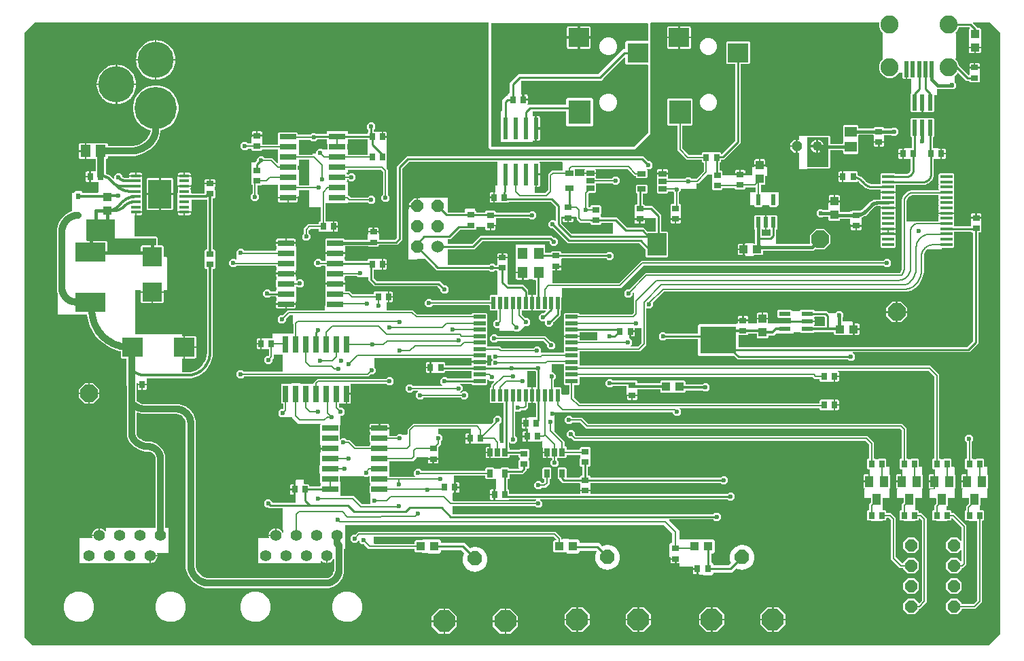
<source format=gbr>
G04 EAGLE Gerber RS-274X export*
G75*
%MOMM*%
%FSLAX34Y34*%
%LPD*%
%INTop Copper*%
%IPPOS*%
%AMOC8*
5,1,8,0,0,1.08239X$1,22.5*%
G01*
%ADD10P,1.924489X8X22.500000*%
%ADD11P,2.927973X8X22.500000*%
%ADD12R,2.550000X2.400000*%
%ADD13R,2.750000X2.900000*%
%ADD14R,0.700000X0.900000*%
%ADD15R,0.600000X2.708000*%
%ADD16R,0.900000X0.700000*%
%ADD17R,1.500000X1.300000*%
%ADD18R,0.600000X2.000000*%
%ADD19R,0.500000X2.000000*%
%ADD20C,2.250000*%
%ADD21R,1.000000X1.100000*%
%ADD22R,0.600000X1.408000*%
%ADD23R,1.100000X1.000000*%
%ADD24R,1.408000X0.600000*%
%ADD25P,1.649562X8X112.500000*%
%ADD26R,1.000000X1.400000*%
%ADD27P,2.336880X8X22.500000*%
%ADD28C,1.524000*%
%ADD29R,1.500000X0.400000*%
%ADD30R,0.990000X0.690000*%
%ADD31P,1.319650X8X202.500000*%
%ADD32C,1.219200*%
%ADD33R,1.550000X0.550000*%
%ADD34R,0.550000X1.550000*%
%ADD35R,1.200000X1.400000*%
%ADD36C,1.400000*%
%ADD37R,1.200000X0.350000*%
%ADD38R,2.900000X3.580000*%
%ADD39R,0.600000X0.800000*%
%ADD40R,2.400000X2.400000*%
%ADD41R,3.810000X2.413000*%
%ADD42R,1.300000X1.500000*%
%ADD43R,2.600000X2.400000*%
%ADD44R,2.032000X0.660400*%
%ADD45R,0.690000X0.990000*%
%ADD46R,0.660400X2.032000*%
%ADD47C,5.250000*%
%ADD48C,4.500000*%
%ADD49C,0.600000*%
%ADD50C,0.254000*%
%ADD51C,0.203200*%
%ADD52C,0.406400*%
%ADD53C,0.304800*%
%ADD54C,0.508000*%
%ADD55C,0.812800*%

G36*
X1216686Y13995D02*
X1216686Y13995D01*
X1216695Y13993D01*
X1216784Y14014D01*
X1216874Y14032D01*
X1216882Y14037D01*
X1216890Y14039D01*
X1217038Y14143D01*
X1230360Y27577D01*
X1230364Y27583D01*
X1230369Y27587D01*
X1230419Y27667D01*
X1230470Y27745D01*
X1230472Y27752D01*
X1230475Y27757D01*
X1230507Y27935D01*
X1230507Y777224D01*
X1230506Y777232D01*
X1230507Y777240D01*
X1230486Y777329D01*
X1230468Y777421D01*
X1230463Y777427D01*
X1230461Y777435D01*
X1230359Y777583D01*
X1218083Y789859D01*
X1218076Y789863D01*
X1218072Y789869D01*
X1217993Y789918D01*
X1217916Y789970D01*
X1217908Y789971D01*
X1217901Y789975D01*
X1217724Y790007D01*
X1197114Y790007D01*
X1197111Y790007D01*
X1197108Y790007D01*
X1197014Y789987D01*
X1196917Y789968D01*
X1196915Y789966D01*
X1196912Y789966D01*
X1196832Y789910D01*
X1196751Y789855D01*
X1196750Y789853D01*
X1196748Y789851D01*
X1196694Y789768D01*
X1196642Y789687D01*
X1196642Y789684D01*
X1196640Y789682D01*
X1196624Y789586D01*
X1196606Y789490D01*
X1196607Y789487D01*
X1196607Y789485D01*
X1196628Y789391D01*
X1196650Y789294D01*
X1196652Y789292D01*
X1196652Y789289D01*
X1196755Y789141D01*
X1202609Y783287D01*
X1202615Y783283D01*
X1202620Y783277D01*
X1202699Y783228D01*
X1202776Y783176D01*
X1202784Y783175D01*
X1202790Y783171D01*
X1202968Y783139D01*
X1205737Y783139D01*
X1206939Y781937D01*
X1206939Y773399D01*
X1206940Y773391D01*
X1206939Y773383D01*
X1206960Y773293D01*
X1206978Y773202D01*
X1206983Y773196D01*
X1206985Y773188D01*
X1207087Y773040D01*
X1207517Y772611D01*
X1207517Y761949D01*
X1207138Y761571D01*
X1207112Y761552D01*
X1207034Y761499D01*
X1207031Y761495D01*
X1207027Y761492D01*
X1206976Y761410D01*
X1206924Y761331D01*
X1206924Y761326D01*
X1206921Y761321D01*
X1206889Y761144D01*
X1206889Y760103D01*
X1199896Y760103D01*
X1199891Y760102D01*
X1199886Y760103D01*
X1199793Y760082D01*
X1199700Y760064D01*
X1199695Y760061D01*
X1199690Y760059D01*
X1199612Y760004D01*
X1199534Y759951D01*
X1199531Y759947D01*
X1199527Y759943D01*
X1199476Y759862D01*
X1199425Y759783D01*
X1199424Y759778D01*
X1199421Y759773D01*
X1199389Y759596D01*
X1199389Y759087D01*
X1199387Y759087D01*
X1199387Y759596D01*
X1199386Y759601D01*
X1199387Y759606D01*
X1199366Y759699D01*
X1199348Y759792D01*
X1199345Y759797D01*
X1199343Y759802D01*
X1199288Y759880D01*
X1199235Y759958D01*
X1199231Y759961D01*
X1199227Y759965D01*
X1199146Y760016D01*
X1199067Y760067D01*
X1199062Y760068D01*
X1199057Y760071D01*
X1198880Y760103D01*
X1191887Y760103D01*
X1191887Y761619D01*
X1191886Y761627D01*
X1191887Y761635D01*
X1191866Y761725D01*
X1191848Y761816D01*
X1191843Y761822D01*
X1191841Y761830D01*
X1191767Y761937D01*
X1191767Y772650D01*
X1191800Y772699D01*
X1191801Y772707D01*
X1191805Y772713D01*
X1191837Y772891D01*
X1191837Y781937D01*
X1192843Y782943D01*
X1192846Y782948D01*
X1192850Y782951D01*
X1192901Y783031D01*
X1192954Y783110D01*
X1192955Y783115D01*
X1192958Y783120D01*
X1192974Y783214D01*
X1192992Y783307D01*
X1192991Y783312D01*
X1192991Y783317D01*
X1192970Y783410D01*
X1192950Y783503D01*
X1192947Y783508D01*
X1192946Y783513D01*
X1192843Y783661D01*
X1192493Y784011D01*
X1192487Y784015D01*
X1192482Y784021D01*
X1192403Y784070D01*
X1192326Y784122D01*
X1192318Y784123D01*
X1192312Y784127D01*
X1192134Y784159D01*
X1179660Y784159D01*
X1179654Y784158D01*
X1179647Y784159D01*
X1179556Y784138D01*
X1179464Y784120D01*
X1179458Y784116D01*
X1179452Y784115D01*
X1179375Y784060D01*
X1179298Y784007D01*
X1179294Y784002D01*
X1179289Y783998D01*
X1179191Y783846D01*
X1177576Y779946D01*
X1175263Y777633D01*
X1175260Y777629D01*
X1175256Y777626D01*
X1175205Y777546D01*
X1175152Y777466D01*
X1175151Y777461D01*
X1175148Y777457D01*
X1175133Y777363D01*
X1175115Y777269D01*
X1175116Y777264D01*
X1175115Y777259D01*
X1175136Y777167D01*
X1175156Y777073D01*
X1175159Y777069D01*
X1175161Y777064D01*
X1175263Y776916D01*
X1175436Y776743D01*
X1175436Y745217D01*
X1175263Y745044D01*
X1175260Y745040D01*
X1175256Y745037D01*
X1175205Y744956D01*
X1175152Y744877D01*
X1175151Y744872D01*
X1175148Y744868D01*
X1175133Y744774D01*
X1175115Y744680D01*
X1175116Y744675D01*
X1175115Y744670D01*
X1175137Y744577D01*
X1175156Y744484D01*
X1175159Y744480D01*
X1175160Y744475D01*
X1175263Y744327D01*
X1177576Y742014D01*
X1179601Y737126D01*
X1179601Y736086D01*
X1179602Y736078D01*
X1179601Y736070D01*
X1179622Y735980D01*
X1179640Y735889D01*
X1179645Y735883D01*
X1179647Y735875D01*
X1179749Y735727D01*
X1179769Y735707D01*
X1191463Y724013D01*
X1191466Y724011D01*
X1191467Y724009D01*
X1191548Y723957D01*
X1191630Y723902D01*
X1191633Y723901D01*
X1191635Y723900D01*
X1191731Y723883D01*
X1191827Y723864D01*
X1191830Y723865D01*
X1191832Y723864D01*
X1191929Y723886D01*
X1192023Y723906D01*
X1192025Y723907D01*
X1192028Y723908D01*
X1192108Y723965D01*
X1192188Y724020D01*
X1192189Y724022D01*
X1192191Y724024D01*
X1192243Y724107D01*
X1192295Y724189D01*
X1192296Y724192D01*
X1192297Y724194D01*
X1192329Y724372D01*
X1192329Y725433D01*
X1192381Y725485D01*
X1192385Y725491D01*
X1192391Y725496D01*
X1192440Y725575D01*
X1192492Y725652D01*
X1192493Y725659D01*
X1192497Y725666D01*
X1192529Y725844D01*
X1192529Y729723D01*
X1192528Y729728D01*
X1192529Y729733D01*
X1192528Y729737D01*
X1192529Y729741D01*
X1192491Y729917D01*
X1192379Y730186D01*
X1192379Y733069D01*
X1198372Y733069D01*
X1198377Y733070D01*
X1198382Y733069D01*
X1198475Y733090D01*
X1198568Y733108D01*
X1198573Y733111D01*
X1198578Y733112D01*
X1198656Y733168D01*
X1198734Y733221D01*
X1198737Y733225D01*
X1198741Y733228D01*
X1198792Y733310D01*
X1198843Y733389D01*
X1198844Y733394D01*
X1198847Y733399D01*
X1198879Y733576D01*
X1198879Y734085D01*
X1198881Y734085D01*
X1198881Y733576D01*
X1198882Y733571D01*
X1198881Y733566D01*
X1198902Y733473D01*
X1198920Y733380D01*
X1198923Y733375D01*
X1198925Y733370D01*
X1198980Y733292D01*
X1199033Y733214D01*
X1199037Y733211D01*
X1199041Y733207D01*
X1199122Y733156D01*
X1199201Y733105D01*
X1199206Y733104D01*
X1199211Y733101D01*
X1199388Y733069D01*
X1205381Y733069D01*
X1205381Y730186D01*
X1205269Y729917D01*
X1205268Y729913D01*
X1205266Y729909D01*
X1205266Y729905D01*
X1205263Y729900D01*
X1205231Y729723D01*
X1205231Y725844D01*
X1205232Y725836D01*
X1205231Y725828D01*
X1205252Y725738D01*
X1205270Y725647D01*
X1205275Y725640D01*
X1205277Y725633D01*
X1205379Y725485D01*
X1205431Y725433D01*
X1205431Y716735D01*
X1204229Y715533D01*
X1193531Y715533D01*
X1192308Y716755D01*
X1192290Y716849D01*
X1192287Y716853D01*
X1192286Y716858D01*
X1192230Y716936D01*
X1192177Y717014D01*
X1192173Y717017D01*
X1192170Y717021D01*
X1192088Y717072D01*
X1192009Y717124D01*
X1192004Y717124D01*
X1191999Y717127D01*
X1191822Y717159D01*
X1188925Y717159D01*
X1178570Y727514D01*
X1178567Y727516D01*
X1178565Y727519D01*
X1178484Y727571D01*
X1178403Y727625D01*
X1178399Y727625D01*
X1178396Y727627D01*
X1178301Y727644D01*
X1178206Y727662D01*
X1178203Y727661D01*
X1178199Y727662D01*
X1178104Y727640D01*
X1178010Y727621D01*
X1178007Y727618D01*
X1178003Y727617D01*
X1177925Y727561D01*
X1177846Y727506D01*
X1177843Y727503D01*
X1177840Y727501D01*
X1177743Y727349D01*
X1177576Y726946D01*
X1174137Y723507D01*
X1174133Y723501D01*
X1174127Y723496D01*
X1174078Y723417D01*
X1174026Y723340D01*
X1174025Y723333D01*
X1174021Y723326D01*
X1173989Y723149D01*
X1173989Y716266D01*
X1173990Y716258D01*
X1173989Y716251D01*
X1174010Y716161D01*
X1174028Y716070D01*
X1174033Y716063D01*
X1174035Y716056D01*
X1174137Y715908D01*
X1175991Y714054D01*
X1175991Y709870D01*
X1173032Y706911D01*
X1168848Y706911D01*
X1168330Y707429D01*
X1168324Y707433D01*
X1168319Y707439D01*
X1168241Y707488D01*
X1168164Y707540D01*
X1168156Y707541D01*
X1168149Y707545D01*
X1167972Y707577D01*
X1152572Y707577D01*
X1152567Y707576D01*
X1152562Y707577D01*
X1152469Y707556D01*
X1152375Y707538D01*
X1152371Y707535D01*
X1152366Y707534D01*
X1152288Y707478D01*
X1152210Y707425D01*
X1152207Y707421D01*
X1152203Y707418D01*
X1152152Y707336D01*
X1152100Y707257D01*
X1152100Y707252D01*
X1152097Y707247D01*
X1152065Y707070D01*
X1152065Y699813D01*
X1151767Y699515D01*
X1148914Y699515D01*
X1148909Y699514D01*
X1148904Y699515D01*
X1148811Y699494D01*
X1148717Y699476D01*
X1148713Y699473D01*
X1148708Y699472D01*
X1148630Y699416D01*
X1148552Y699363D01*
X1148549Y699359D01*
X1148545Y699356D01*
X1148494Y699274D01*
X1148442Y699195D01*
X1148442Y699190D01*
X1148439Y699185D01*
X1148407Y699008D01*
X1148407Y679275D01*
X1147205Y678073D01*
X1139507Y678073D01*
X1138929Y678651D01*
X1138925Y678653D01*
X1138922Y678658D01*
X1138842Y678709D01*
X1138762Y678761D01*
X1138757Y678762D01*
X1138753Y678765D01*
X1138659Y678781D01*
X1138566Y678799D01*
X1138560Y678798D01*
X1138555Y678799D01*
X1138463Y678777D01*
X1138369Y678757D01*
X1138365Y678754D01*
X1138360Y678753D01*
X1138212Y678651D01*
X1137989Y678428D01*
X1137254Y678123D01*
X1134871Y678123D01*
X1134871Y689616D01*
X1134870Y689621D01*
X1134871Y689626D01*
X1134850Y689719D01*
X1134832Y689812D01*
X1134829Y689817D01*
X1134827Y689822D01*
X1134772Y689900D01*
X1134719Y689978D01*
X1134715Y689981D01*
X1134711Y689985D01*
X1134630Y690036D01*
X1134551Y690087D01*
X1134546Y690088D01*
X1134541Y690091D01*
X1134364Y690123D01*
X1133348Y690123D01*
X1133343Y690122D01*
X1133338Y690123D01*
X1133245Y690102D01*
X1133152Y690084D01*
X1133147Y690081D01*
X1133142Y690079D01*
X1133064Y690024D01*
X1132986Y689971D01*
X1132983Y689967D01*
X1132979Y689963D01*
X1132928Y689882D01*
X1132877Y689803D01*
X1132876Y689798D01*
X1132873Y689793D01*
X1132841Y689616D01*
X1132841Y678123D01*
X1130458Y678123D01*
X1129723Y678428D01*
X1129500Y678650D01*
X1129496Y678653D01*
X1129493Y678658D01*
X1129412Y678709D01*
X1129333Y678761D01*
X1129328Y678762D01*
X1129323Y678765D01*
X1129229Y678781D01*
X1129136Y678799D01*
X1129131Y678798D01*
X1129126Y678799D01*
X1129033Y678777D01*
X1128940Y678757D01*
X1128936Y678754D01*
X1128931Y678753D01*
X1128783Y678651D01*
X1128205Y678073D01*
X1120507Y678073D01*
X1119305Y679275D01*
X1119305Y700973D01*
X1119483Y701151D01*
X1119487Y701157D01*
X1119493Y701162D01*
X1119542Y701241D01*
X1119594Y701318D01*
X1119595Y701326D01*
X1119599Y701332D01*
X1119631Y701510D01*
X1119631Y719422D01*
X1119630Y719427D01*
X1119631Y719432D01*
X1119610Y719525D01*
X1119592Y719619D01*
X1119589Y719623D01*
X1119588Y719628D01*
X1119532Y719706D01*
X1119479Y719784D01*
X1119475Y719787D01*
X1119472Y719791D01*
X1119390Y719842D01*
X1119311Y719894D01*
X1119306Y719894D01*
X1119301Y719897D01*
X1119124Y719929D01*
X1118451Y719929D01*
X1118123Y720257D01*
X1118119Y720259D01*
X1118116Y720264D01*
X1118035Y720315D01*
X1117956Y720367D01*
X1117951Y720368D01*
X1117947Y720371D01*
X1117853Y720387D01*
X1117759Y720405D01*
X1117754Y720404D01*
X1117749Y720405D01*
X1117657Y720383D01*
X1117563Y720363D01*
X1117559Y720360D01*
X1117554Y720359D01*
X1117463Y720296D01*
X1116857Y720045D01*
X1116698Y719979D01*
X1114815Y719979D01*
X1114815Y731472D01*
X1114814Y731477D01*
X1114815Y731482D01*
X1114794Y731575D01*
X1114776Y731668D01*
X1114773Y731673D01*
X1114771Y731678D01*
X1114716Y731756D01*
X1114663Y731834D01*
X1114659Y731837D01*
X1114655Y731841D01*
X1114574Y731892D01*
X1114495Y731943D01*
X1114490Y731944D01*
X1114485Y731947D01*
X1114308Y731979D01*
X1113292Y731979D01*
X1113287Y731978D01*
X1113282Y731979D01*
X1113189Y731958D01*
X1113096Y731940D01*
X1113091Y731937D01*
X1113086Y731935D01*
X1113008Y731880D01*
X1112930Y731827D01*
X1112927Y731823D01*
X1112923Y731819D01*
X1112872Y731738D01*
X1112821Y731659D01*
X1112820Y731654D01*
X1112817Y731649D01*
X1112785Y731472D01*
X1112785Y719979D01*
X1110902Y719979D01*
X1110167Y720284D01*
X1109604Y720847D01*
X1109299Y721582D01*
X1109299Y727337D01*
X1109298Y727342D01*
X1109299Y727347D01*
X1109278Y727440D01*
X1109260Y727534D01*
X1109257Y727538D01*
X1109256Y727543D01*
X1109201Y727621D01*
X1109147Y727699D01*
X1109143Y727702D01*
X1109140Y727706D01*
X1109058Y727757D01*
X1108979Y727809D01*
X1108974Y727809D01*
X1108969Y727812D01*
X1108792Y727844D01*
X1105445Y727844D01*
X1105387Y727854D01*
X1105294Y727872D01*
X1105290Y727871D01*
X1105286Y727872D01*
X1105191Y727850D01*
X1105098Y727831D01*
X1105094Y727828D01*
X1105090Y727828D01*
X1105011Y727771D01*
X1104933Y727717D01*
X1104931Y727713D01*
X1104927Y727711D01*
X1104830Y727559D01*
X1104576Y726946D01*
X1100834Y723204D01*
X1100556Y723089D01*
X1100555Y723089D01*
X1099331Y722581D01*
X1098106Y722074D01*
X1096882Y721567D01*
X1096881Y721567D01*
X1095946Y721179D01*
X1090654Y721179D01*
X1085766Y723204D01*
X1082024Y726946D01*
X1079999Y731834D01*
X1079999Y737126D01*
X1082024Y742014D01*
X1084337Y744327D01*
X1084340Y744331D01*
X1084344Y744334D01*
X1084395Y744414D01*
X1084448Y744494D01*
X1084449Y744499D01*
X1084452Y744503D01*
X1084467Y744597D01*
X1084485Y744691D01*
X1084484Y744696D01*
X1084485Y744701D01*
X1084464Y744793D01*
X1084444Y744887D01*
X1084441Y744891D01*
X1084439Y744896D01*
X1084337Y745044D01*
X1084164Y745217D01*
X1084164Y776743D01*
X1084337Y776916D01*
X1084340Y776920D01*
X1084344Y776923D01*
X1084395Y777004D01*
X1084448Y777083D01*
X1084449Y777088D01*
X1084452Y777092D01*
X1084467Y777186D01*
X1084485Y777280D01*
X1084484Y777285D01*
X1084485Y777290D01*
X1084463Y777383D01*
X1084444Y777476D01*
X1084441Y777480D01*
X1084440Y777485D01*
X1084337Y777633D01*
X1082024Y779946D01*
X1079999Y784834D01*
X1079999Y789500D01*
X1079998Y789505D01*
X1079999Y789510D01*
X1079978Y789603D01*
X1079960Y789697D01*
X1079957Y789701D01*
X1079956Y789706D01*
X1079900Y789784D01*
X1079847Y789862D01*
X1079843Y789865D01*
X1079840Y789869D01*
X1079758Y789920D01*
X1079679Y789972D01*
X1079674Y789972D01*
X1079669Y789975D01*
X1079492Y790007D01*
X795752Y790007D01*
X795748Y790006D01*
X795743Y790007D01*
X795650Y789987D01*
X795556Y789968D01*
X795552Y789965D01*
X795547Y789964D01*
X795469Y789909D01*
X795390Y789855D01*
X795388Y789851D01*
X795384Y789848D01*
X795333Y789767D01*
X795281Y789687D01*
X795280Y789682D01*
X795278Y789678D01*
X795245Y789501D01*
X795243Y788263D01*
X795243Y788262D01*
X795243Y786488D01*
X795239Y786469D01*
X795151Y741522D01*
X795151Y741521D01*
X795151Y651554D01*
X775646Y632049D01*
X595706Y632049D01*
X593473Y634282D01*
X593473Y789500D01*
X593472Y789505D01*
X593473Y789510D01*
X593452Y789603D01*
X593434Y789697D01*
X593431Y789701D01*
X593430Y789706D01*
X593374Y789784D01*
X593321Y789862D01*
X593317Y789865D01*
X593314Y789869D01*
X593232Y789920D01*
X593153Y789972D01*
X593148Y789972D01*
X593143Y789975D01*
X592966Y790007D01*
X28000Y790007D01*
X27992Y790006D01*
X27985Y790007D01*
X27895Y789986D01*
X27804Y789968D01*
X27797Y789963D01*
X27789Y789961D01*
X27641Y789859D01*
X15141Y777359D01*
X15137Y777352D01*
X15131Y777348D01*
X15082Y777269D01*
X15030Y777192D01*
X15029Y777184D01*
X15025Y777177D01*
X14993Y777000D01*
X14993Y24000D01*
X14994Y23992D01*
X14993Y23985D01*
X15014Y23895D01*
X15032Y23804D01*
X15037Y23797D01*
X15039Y23789D01*
X15141Y23641D01*
X24641Y14141D01*
X24648Y14137D01*
X24652Y14131D01*
X24731Y14082D01*
X24808Y14030D01*
X24816Y14029D01*
X24823Y14025D01*
X25000Y13993D01*
X1216678Y13993D01*
X1216686Y13995D01*
G37*
%LPC*%
G36*
X240523Y85325D02*
X240523Y85325D01*
X231794Y88162D01*
X224368Y93556D01*
X218974Y100982D01*
X216137Y109711D01*
X216137Y290484D01*
X216134Y290502D01*
X216136Y290524D01*
X215998Y292269D01*
X215984Y292319D01*
X215975Y292386D01*
X214896Y295706D01*
X214889Y295720D01*
X214888Y295722D01*
X214884Y295729D01*
X214870Y295753D01*
X214824Y295848D01*
X212772Y298672D01*
X212733Y298709D01*
X212660Y298784D01*
X209836Y300836D01*
X209787Y300859D01*
X209694Y300908D01*
X206374Y301987D01*
X206323Y301993D01*
X206257Y302010D01*
X204512Y302148D01*
X204493Y302145D01*
X204472Y302149D01*
X161866Y302149D01*
X155599Y303829D01*
X155528Y303833D01*
X155458Y303846D01*
X155429Y303839D01*
X155399Y303841D01*
X155332Y303818D01*
X155262Y303802D01*
X155238Y303785D01*
X155210Y303775D01*
X155157Y303727D01*
X155099Y303686D01*
X155083Y303661D01*
X155061Y303641D01*
X155030Y303577D01*
X154993Y303516D01*
X154987Y303485D01*
X154975Y303460D01*
X154973Y303408D01*
X154961Y303339D01*
X154961Y277820D01*
X154965Y277797D01*
X154963Y277770D01*
X155069Y276695D01*
X155086Y276641D01*
X155105Y276551D01*
X155928Y274564D01*
X155960Y274517D01*
X156005Y274436D01*
X156690Y273601D01*
X156708Y273586D01*
X156724Y273564D01*
X157655Y272633D01*
X157655Y272632D01*
X157845Y272442D01*
X157859Y272433D01*
X157870Y272419D01*
X159400Y271077D01*
X159439Y271055D01*
X159481Y271019D01*
X163000Y268987D01*
X163052Y268970D01*
X163122Y268937D01*
X167047Y267885D01*
X167091Y267882D01*
X167145Y267869D01*
X169177Y267736D01*
X169192Y267738D01*
X169210Y267735D01*
X173458Y267735D01*
X181306Y264484D01*
X187314Y258476D01*
X190565Y250628D01*
X190565Y160909D01*
X190566Y160904D01*
X190565Y160899D01*
X190586Y160806D01*
X190604Y160712D01*
X190607Y160708D01*
X190608Y160703D01*
X190664Y160625D01*
X190717Y160547D01*
X190721Y160544D01*
X190724Y160540D01*
X190806Y160489D01*
X190885Y160437D01*
X190890Y160437D01*
X190895Y160434D01*
X191072Y160402D01*
X194214Y160402D01*
X194438Y160178D01*
X194438Y129382D01*
X194214Y129158D01*
X180736Y129158D01*
X180732Y129157D01*
X180728Y129158D01*
X180634Y129138D01*
X180540Y129119D01*
X180536Y129116D01*
X180533Y129116D01*
X180453Y129060D01*
X180374Y129006D01*
X180372Y129003D01*
X180368Y129000D01*
X180317Y128919D01*
X180265Y128838D01*
X180264Y128834D01*
X180262Y128831D01*
X180246Y128736D01*
X180229Y128641D01*
X180230Y128637D01*
X180229Y128633D01*
X180268Y128457D01*
X180405Y128125D01*
X180725Y126515D01*
X172258Y126515D01*
X172253Y126514D01*
X172248Y126515D01*
X172155Y126494D01*
X172062Y126476D01*
X172057Y126473D01*
X172052Y126472D01*
X171974Y126416D01*
X171896Y126363D01*
X171893Y126359D01*
X171889Y126356D01*
X171838Y126274D01*
X171787Y126195D01*
X171786Y126190D01*
X171783Y126185D01*
X171751Y126008D01*
X171751Y125499D01*
X171242Y125499D01*
X171237Y125498D01*
X171232Y125499D01*
X171139Y125478D01*
X171046Y125460D01*
X171041Y125457D01*
X171036Y125455D01*
X170958Y125400D01*
X170880Y125347D01*
X170877Y125342D01*
X170873Y125339D01*
X170822Y125258D01*
X170770Y125179D01*
X170770Y125174D01*
X170767Y125169D01*
X170735Y124992D01*
X170735Y116525D01*
X169454Y116780D01*
X169397Y116779D01*
X169340Y116789D01*
X169297Y116779D01*
X169254Y116779D01*
X169201Y116757D01*
X169145Y116743D01*
X169105Y116716D01*
X169069Y116701D01*
X169040Y116671D01*
X168997Y116641D01*
X168814Y116458D01*
X148273Y116458D01*
X148264Y116456D01*
X148255Y116458D01*
X148215Y116449D01*
X144477Y116449D01*
X144427Y116458D01*
X122873Y116458D01*
X122864Y116456D01*
X122855Y116458D01*
X122815Y116449D01*
X119077Y116449D01*
X119027Y116458D01*
X97473Y116458D01*
X97464Y116456D01*
X97455Y116458D01*
X97415Y116449D01*
X93677Y116449D01*
X93627Y116458D01*
X83662Y116458D01*
X83438Y116682D01*
X83438Y147478D01*
X83662Y147702D01*
X99091Y147702D01*
X99145Y147713D01*
X99200Y147714D01*
X99242Y147732D01*
X99288Y147741D01*
X99333Y147772D01*
X99383Y147795D01*
X99415Y147828D01*
X99453Y147854D01*
X99483Y147900D01*
X99521Y147940D01*
X99537Y147983D01*
X99563Y148022D01*
X99572Y148076D01*
X99592Y148128D01*
X99591Y148179D01*
X99598Y148219D01*
X99589Y148259D01*
X99589Y148308D01*
X99275Y149885D01*
X107742Y149885D01*
X107747Y149886D01*
X107752Y149885D01*
X107845Y149906D01*
X107938Y149924D01*
X107943Y149927D01*
X107948Y149928D01*
X108026Y149984D01*
X108104Y150037D01*
X108107Y150041D01*
X108111Y150044D01*
X108162Y150126D01*
X108213Y150205D01*
X108214Y150210D01*
X108217Y150215D01*
X108249Y150392D01*
X108249Y150901D01*
X108758Y150901D01*
X108763Y150902D01*
X108768Y150901D01*
X108861Y150922D01*
X108954Y150940D01*
X108959Y150943D01*
X108964Y150945D01*
X109042Y151000D01*
X109120Y151053D01*
X109123Y151058D01*
X109127Y151061D01*
X109178Y151142D01*
X109229Y151221D01*
X109230Y151226D01*
X109233Y151231D01*
X109265Y151408D01*
X109265Y159875D01*
X110875Y159555D01*
X112513Y158876D01*
X113988Y157891D01*
X115241Y156638D01*
X115529Y156207D01*
X115566Y156170D01*
X115596Y156126D01*
X115637Y156100D01*
X115671Y156065D01*
X115720Y156046D01*
X115764Y156017D01*
X115812Y156008D01*
X115857Y155990D01*
X115910Y155991D01*
X115961Y155981D01*
X116009Y155992D01*
X116058Y155993D01*
X116106Y156013D01*
X116157Y156025D01*
X116197Y156053D01*
X116241Y156073D01*
X116278Y156110D01*
X116320Y156141D01*
X116346Y156182D01*
X116380Y156217D01*
X116399Y156267D01*
X116426Y156311D01*
X116436Y156364D01*
X116451Y156405D01*
X116450Y156443D01*
X116458Y156488D01*
X116458Y160178D01*
X116682Y160402D01*
X177828Y160402D01*
X177833Y160403D01*
X177838Y160402D01*
X177931Y160423D01*
X178025Y160441D01*
X178029Y160444D01*
X178034Y160445D01*
X178112Y160501D01*
X178190Y160554D01*
X178193Y160558D01*
X178197Y160561D01*
X178248Y160643D01*
X178300Y160722D01*
X178300Y160727D01*
X178303Y160732D01*
X178335Y160909D01*
X178335Y246380D01*
X178331Y246403D01*
X178333Y246430D01*
X178167Y248111D01*
X178151Y248165D01*
X178131Y248255D01*
X176844Y251362D01*
X176839Y251370D01*
X176837Y251379D01*
X176734Y251527D01*
X174357Y253904D01*
X174349Y253909D01*
X174344Y253917D01*
X174192Y254014D01*
X171085Y255301D01*
X171030Y255312D01*
X170941Y255337D01*
X169260Y255503D01*
X169237Y255500D01*
X169210Y255505D01*
X165484Y255505D01*
X158286Y257434D01*
X151833Y261160D01*
X149198Y263795D01*
X149008Y263985D01*
X148076Y264916D01*
X145509Y267483D01*
X142731Y274190D01*
X142731Y336814D01*
X142729Y336823D01*
X142731Y336832D01*
X142693Y337008D01*
X142477Y337528D01*
X142477Y370922D01*
X142476Y370927D01*
X142477Y370932D01*
X142456Y371025D01*
X142438Y371119D01*
X142435Y371123D01*
X142434Y371128D01*
X142378Y371206D01*
X142325Y371284D01*
X142321Y371287D01*
X142318Y371291D01*
X142236Y371342D01*
X142157Y371394D01*
X142152Y371394D01*
X142147Y371397D01*
X141970Y371429D01*
X136167Y371429D01*
X134965Y372631D01*
X134965Y380058D01*
X134954Y380113D01*
X134953Y380170D01*
X134935Y380211D01*
X134926Y380255D01*
X134894Y380301D01*
X134871Y380353D01*
X134838Y380383D01*
X134813Y380420D01*
X134766Y380451D01*
X134725Y380490D01*
X134679Y380508D01*
X134645Y380530D01*
X134604Y380537D01*
X134557Y380556D01*
X130341Y381394D01*
X120733Y385374D01*
X112086Y391152D01*
X109340Y393897D01*
X103494Y399744D01*
X96543Y411783D01*
X92945Y425210D01*
X92945Y425450D01*
X92944Y425455D01*
X92945Y425460D01*
X92924Y425553D01*
X92906Y425647D01*
X92903Y425651D01*
X92902Y425656D01*
X92846Y425734D01*
X92793Y425812D01*
X92789Y425815D01*
X92786Y425819D01*
X92704Y425870D01*
X92625Y425922D01*
X92620Y425922D01*
X92615Y425925D01*
X92438Y425957D01*
X57193Y425957D01*
X56895Y426255D01*
X56895Y451774D01*
X56885Y451827D01*
X56870Y451931D01*
X55621Y455775D01*
X55621Y532992D01*
X57423Y539715D01*
X60903Y545743D01*
X62432Y547273D01*
X63364Y548204D01*
X65825Y550665D01*
X71852Y554145D01*
X73791Y554665D01*
X73827Y554682D01*
X73866Y554691D01*
X73916Y554727D01*
X73971Y554754D01*
X73997Y554784D01*
X74029Y554807D01*
X74062Y554859D01*
X74102Y554906D01*
X74114Y554943D01*
X74135Y554977D01*
X74148Y555047D01*
X74164Y555096D01*
X74162Y555123D01*
X74167Y555155D01*
X74167Y577807D01*
X74465Y578105D01*
X76498Y578105D01*
X76503Y578106D01*
X76508Y578105D01*
X76601Y578126D01*
X76695Y578144D01*
X76699Y578147D01*
X76704Y578148D01*
X76782Y578204D01*
X76860Y578257D01*
X76863Y578261D01*
X76867Y578264D01*
X76918Y578346D01*
X76970Y578425D01*
X76970Y578430D01*
X76973Y578435D01*
X77005Y578612D01*
X77005Y578681D01*
X78207Y579883D01*
X85905Y579883D01*
X87107Y578681D01*
X87107Y578612D01*
X87108Y578607D01*
X87107Y578602D01*
X87128Y578509D01*
X87146Y578415D01*
X87149Y578411D01*
X87150Y578406D01*
X87206Y578328D01*
X87259Y578250D01*
X87263Y578247D01*
X87266Y578243D01*
X87348Y578192D01*
X87427Y578140D01*
X87432Y578140D01*
X87437Y578137D01*
X87614Y578105D01*
X106680Y578105D01*
X106685Y578106D01*
X106690Y578105D01*
X106783Y578126D01*
X106877Y578144D01*
X106881Y578147D01*
X106886Y578148D01*
X106964Y578204D01*
X107042Y578257D01*
X107045Y578261D01*
X107049Y578264D01*
X107100Y578346D01*
X107152Y578425D01*
X107152Y578430D01*
X107155Y578435D01*
X107187Y578612D01*
X107187Y590550D01*
X107186Y590555D01*
X107187Y590560D01*
X107166Y590653D01*
X107148Y590747D01*
X107145Y590751D01*
X107144Y590756D01*
X107088Y590834D01*
X107035Y590912D01*
X107031Y590915D01*
X107028Y590919D01*
X106946Y590970D01*
X106867Y591022D01*
X106862Y591022D01*
X106857Y591025D01*
X106680Y591057D01*
X99865Y591057D01*
X99640Y591283D01*
X99633Y591287D01*
X99629Y591293D01*
X99550Y591342D01*
X99473Y591394D01*
X99465Y591395D01*
X99458Y591399D01*
X99281Y591431D01*
X97879Y591431D01*
X97879Y597424D01*
X97878Y597429D01*
X97879Y597434D01*
X97858Y597527D01*
X97840Y597620D01*
X97837Y597625D01*
X97835Y597630D01*
X97780Y597708D01*
X97727Y597786D01*
X97723Y597789D01*
X97719Y597793D01*
X97638Y597844D01*
X97559Y597895D01*
X97554Y597896D01*
X97549Y597899D01*
X97372Y597931D01*
X96863Y597931D01*
X96863Y597933D01*
X97372Y597933D01*
X97377Y597934D01*
X97382Y597933D01*
X97475Y597954D01*
X97568Y597972D01*
X97573Y597975D01*
X97578Y597977D01*
X97656Y598032D01*
X97734Y598085D01*
X97737Y598089D01*
X97741Y598093D01*
X97792Y598174D01*
X97843Y598253D01*
X97844Y598258D01*
X97847Y598263D01*
X97879Y598440D01*
X97879Y604433D01*
X99567Y604433D01*
X99575Y604434D01*
X99583Y604433D01*
X99673Y604454D01*
X99764Y604472D01*
X99770Y604477D01*
X99778Y604479D01*
X99839Y604521D01*
X103702Y604521D01*
X103707Y604522D01*
X103712Y604521D01*
X103805Y604542D01*
X103899Y604560D01*
X103903Y604563D01*
X103908Y604564D01*
X103986Y604620D01*
X104064Y604673D01*
X104067Y604677D01*
X104071Y604680D01*
X104122Y604762D01*
X104174Y604841D01*
X104174Y604846D01*
X104177Y604851D01*
X104209Y605028D01*
X104209Y619506D01*
X104208Y619511D01*
X104209Y619516D01*
X104188Y619609D01*
X104170Y619703D01*
X104167Y619707D01*
X104166Y619712D01*
X104110Y619790D01*
X104057Y619868D01*
X104053Y619871D01*
X104050Y619875D01*
X103968Y619926D01*
X103889Y619978D01*
X103884Y619978D01*
X103879Y619981D01*
X103702Y620013D01*
X97325Y620013D01*
X97052Y620287D01*
X97045Y620291D01*
X97041Y620297D01*
X96962Y620346D01*
X96885Y620398D01*
X96877Y620399D01*
X96870Y620403D01*
X96693Y620435D01*
X92339Y620435D01*
X92339Y629428D01*
X92338Y629433D01*
X92339Y629438D01*
X92318Y629531D01*
X92300Y629624D01*
X92297Y629629D01*
X92295Y629634D01*
X92240Y629712D01*
X92187Y629790D01*
X92183Y629793D01*
X92179Y629797D01*
X92098Y629848D01*
X92019Y629899D01*
X92014Y629900D01*
X92009Y629903D01*
X91832Y629935D01*
X91323Y629935D01*
X91323Y629937D01*
X91832Y629937D01*
X91837Y629938D01*
X91842Y629937D01*
X91935Y629958D01*
X92028Y629976D01*
X92033Y629979D01*
X92038Y629981D01*
X92116Y630036D01*
X92194Y630089D01*
X92197Y630093D01*
X92201Y630097D01*
X92252Y630178D01*
X92303Y630257D01*
X92304Y630262D01*
X92307Y630267D01*
X92339Y630444D01*
X92339Y639437D01*
X96979Y639437D01*
X96987Y639438D01*
X96995Y639437D01*
X97085Y639458D01*
X97176Y639476D01*
X97182Y639481D01*
X97190Y639483D01*
X97320Y639573D01*
X105398Y639573D01*
X105471Y639524D01*
X105479Y639523D01*
X105486Y639519D01*
X105663Y639487D01*
X117673Y639487D01*
X118875Y638285D01*
X118875Y636558D01*
X118876Y636553D01*
X118875Y636548D01*
X118896Y636455D01*
X118914Y636361D01*
X118917Y636357D01*
X118918Y636352D01*
X118974Y636274D01*
X119027Y636196D01*
X119031Y636193D01*
X119034Y636189D01*
X119116Y636138D01*
X119195Y636086D01*
X119200Y636086D01*
X119205Y636083D01*
X119382Y636051D01*
X146975Y636051D01*
X146990Y636054D01*
X147008Y636052D01*
X150654Y636291D01*
X150697Y636302D01*
X150752Y636307D01*
X157795Y638194D01*
X157844Y638218D01*
X157917Y638245D01*
X164232Y641891D01*
X164265Y641920D01*
X164313Y641949D01*
X167060Y644357D01*
X167075Y644377D01*
X167095Y644391D01*
X167099Y644398D01*
X167107Y644404D01*
X168677Y646195D01*
X168699Y646233D01*
X168735Y646276D01*
X171111Y650392D01*
X171129Y650444D01*
X171162Y650514D01*
X172392Y655105D01*
X172395Y655150D01*
X172408Y655203D01*
X172424Y655439D01*
X172416Y655494D01*
X172419Y655551D01*
X172403Y655593D01*
X172397Y655637D01*
X172369Y655686D01*
X172349Y655739D01*
X172318Y655771D01*
X172296Y655810D01*
X172250Y655844D01*
X172212Y655885D01*
X172167Y655906D01*
X172135Y655930D01*
X172095Y655940D01*
X172049Y655962D01*
X167756Y657112D01*
X161303Y660838D01*
X156034Y666107D01*
X152308Y672560D01*
X150379Y679758D01*
X150379Y687210D01*
X152308Y694408D01*
X156034Y700861D01*
X161303Y706130D01*
X167756Y709856D01*
X174954Y711785D01*
X182406Y711785D01*
X189604Y709856D01*
X196057Y706130D01*
X201326Y700861D01*
X205052Y694408D01*
X206981Y687210D01*
X206981Y679758D01*
X205052Y672560D01*
X201326Y666107D01*
X196057Y660838D01*
X189604Y657112D01*
X185171Y655924D01*
X185135Y655906D01*
X185096Y655898D01*
X185046Y655862D01*
X184991Y655835D01*
X184965Y655805D01*
X184933Y655782D01*
X184900Y655730D01*
X184860Y655683D01*
X184848Y655645D01*
X184827Y655611D01*
X184814Y655542D01*
X184798Y655493D01*
X184800Y655465D01*
X184795Y655434D01*
X184795Y653539D01*
X182686Y645669D01*
X178612Y638613D01*
X176663Y636664D01*
X175890Y635891D01*
X175732Y635733D01*
X174800Y634801D01*
X171946Y631947D01*
X162672Y626593D01*
X152329Y623821D01*
X119382Y623821D01*
X119377Y623820D01*
X119372Y623821D01*
X119279Y623800D01*
X119185Y623782D01*
X119181Y623779D01*
X119176Y623778D01*
X119098Y623722D01*
X119020Y623669D01*
X119017Y623665D01*
X119013Y623662D01*
X118962Y623580D01*
X118910Y623501D01*
X118910Y623496D01*
X118907Y623491D01*
X118875Y623314D01*
X118875Y621587D01*
X117673Y620385D01*
X116946Y620385D01*
X116941Y620384D01*
X116936Y620385D01*
X116843Y620364D01*
X116749Y620346D01*
X116745Y620343D01*
X116740Y620342D01*
X116662Y620286D01*
X116584Y620233D01*
X116581Y620229D01*
X116577Y620226D01*
X116526Y620144D01*
X116474Y620065D01*
X116474Y620060D01*
X116471Y620055D01*
X116439Y619878D01*
X116439Y602093D01*
X116440Y602087D01*
X116439Y602080D01*
X116460Y601989D01*
X116478Y601897D01*
X116482Y601891D01*
X116483Y601885D01*
X116538Y601808D01*
X116591Y601731D01*
X116596Y601727D01*
X116600Y601722D01*
X116752Y601624D01*
X121803Y599532D01*
X123458Y597877D01*
X125832Y595503D01*
X125849Y595486D01*
X126163Y595172D01*
X126166Y595171D01*
X126167Y595168D01*
X126248Y595116D01*
X126330Y595061D01*
X126333Y595061D01*
X126335Y595059D01*
X126431Y595042D01*
X126527Y595024D01*
X126530Y595024D01*
X126532Y595024D01*
X126629Y595045D01*
X126723Y595065D01*
X126725Y595067D01*
X126728Y595067D01*
X126808Y595124D01*
X126888Y595179D01*
X126889Y595182D01*
X126891Y595183D01*
X126942Y595264D01*
X126995Y595349D01*
X126996Y595351D01*
X126997Y595353D01*
X127029Y595531D01*
X127029Y598992D01*
X129988Y601951D01*
X134172Y601951D01*
X137131Y598992D01*
X137131Y598038D01*
X137132Y598031D01*
X137131Y598025D01*
X137152Y597933D01*
X137170Y597841D01*
X137174Y597836D01*
X137175Y597830D01*
X137230Y597753D01*
X137283Y597676D01*
X137288Y597672D01*
X137292Y597667D01*
X137444Y597569D01*
X140108Y596466D01*
X140163Y596455D01*
X140253Y596429D01*
X142286Y596229D01*
X142309Y596232D01*
X142336Y596227D01*
X145230Y596227D01*
X145234Y596228D01*
X145238Y596227D01*
X145331Y596247D01*
X145426Y596266D01*
X145430Y596269D01*
X145433Y596269D01*
X145512Y596325D01*
X145592Y596379D01*
X145594Y596382D01*
X145598Y596385D01*
X145649Y596466D01*
X145701Y596547D01*
X145702Y596551D01*
X145704Y596554D01*
X145720Y596649D01*
X145737Y596744D01*
X145736Y596748D01*
X145737Y596752D01*
X145698Y596928D01*
X145646Y597054D01*
X145646Y598328D01*
X153280Y598328D01*
X153285Y598329D01*
X153290Y598328D01*
X153383Y598349D01*
X153476Y598367D01*
X153481Y598370D01*
X153486Y598371D01*
X153564Y598427D01*
X153642Y598480D01*
X153645Y598484D01*
X153649Y598487D01*
X153659Y598473D01*
X153664Y598470D01*
X153667Y598465D01*
X153748Y598415D01*
X153827Y598363D01*
X153832Y598362D01*
X153837Y598360D01*
X154014Y598328D01*
X161648Y598328D01*
X161648Y597054D01*
X161342Y596316D01*
X161338Y596314D01*
X161287Y596233D01*
X161235Y596154D01*
X161234Y596149D01*
X161231Y596144D01*
X161215Y596050D01*
X161197Y595957D01*
X161198Y595952D01*
X161197Y595947D01*
X161219Y595854D01*
X161239Y595761D01*
X161242Y595757D01*
X161243Y595752D01*
X161345Y595604D01*
X161698Y595251D01*
X161698Y590053D01*
X161406Y589761D01*
X161403Y589756D01*
X161399Y589753D01*
X161347Y589673D01*
X161295Y589594D01*
X161294Y589589D01*
X161291Y589584D01*
X161275Y589490D01*
X161257Y589397D01*
X161258Y589392D01*
X161258Y589387D01*
X161279Y589294D01*
X161299Y589201D01*
X161302Y589197D01*
X161303Y589191D01*
X161406Y589043D01*
X161698Y588751D01*
X161698Y583553D01*
X161406Y583261D01*
X161403Y583256D01*
X161399Y583253D01*
X161347Y583173D01*
X161295Y583094D01*
X161294Y583089D01*
X161291Y583084D01*
X161275Y582990D01*
X161257Y582897D01*
X161258Y582892D01*
X161258Y582887D01*
X161279Y582793D01*
X161299Y582701D01*
X161302Y582697D01*
X161303Y582691D01*
X161406Y582543D01*
X161698Y582251D01*
X161698Y577053D01*
X161406Y576761D01*
X161403Y576756D01*
X161399Y576753D01*
X161347Y576673D01*
X161295Y576594D01*
X161294Y576589D01*
X161291Y576584D01*
X161275Y576490D01*
X161257Y576397D01*
X161258Y576392D01*
X161258Y576387D01*
X161279Y576294D01*
X161299Y576201D01*
X161302Y576197D01*
X161303Y576191D01*
X161406Y576043D01*
X161698Y575751D01*
X161698Y570553D01*
X161406Y570261D01*
X161403Y570256D01*
X161399Y570253D01*
X161347Y570173D01*
X161295Y570094D01*
X161294Y570089D01*
X161291Y570084D01*
X161275Y569990D01*
X161257Y569897D01*
X161258Y569892D01*
X161258Y569887D01*
X161279Y569794D01*
X161299Y569701D01*
X161302Y569697D01*
X161303Y569691D01*
X161406Y569543D01*
X161698Y569251D01*
X161698Y564053D01*
X161406Y563761D01*
X161403Y563756D01*
X161399Y563753D01*
X161347Y563673D01*
X161295Y563594D01*
X161294Y563589D01*
X161291Y563584D01*
X161275Y563490D01*
X161257Y563397D01*
X161258Y563392D01*
X161258Y563387D01*
X161279Y563294D01*
X161299Y563201D01*
X161302Y563197D01*
X161303Y563191D01*
X161406Y563043D01*
X161698Y562751D01*
X161698Y557553D01*
X161371Y557225D01*
X161368Y557221D01*
X161363Y557218D01*
X161312Y557137D01*
X161260Y557058D01*
X161259Y557053D01*
X161256Y557049D01*
X161240Y556955D01*
X161222Y556862D01*
X161223Y556856D01*
X161222Y556851D01*
X161244Y556759D01*
X161264Y556665D01*
X161267Y556661D01*
X161268Y556656D01*
X161331Y556565D01*
X161648Y555800D01*
X161648Y554526D01*
X154014Y554526D01*
X154009Y554525D01*
X154004Y554526D01*
X153911Y554505D01*
X153818Y554487D01*
X153813Y554484D01*
X153808Y554483D01*
X153730Y554427D01*
X153652Y554374D01*
X153649Y554370D01*
X153645Y554367D01*
X153594Y554285D01*
X153543Y554206D01*
X153542Y554201D01*
X153539Y554196D01*
X153507Y554019D01*
X153507Y553792D01*
X153280Y553792D01*
X153275Y553791D01*
X153270Y553792D01*
X153177Y553771D01*
X153083Y553752D01*
X153079Y553750D01*
X153074Y553748D01*
X152996Y553693D01*
X152918Y553640D01*
X152915Y553635D01*
X152910Y553632D01*
X152860Y553551D01*
X152808Y553472D01*
X152807Y553467D01*
X152805Y553462D01*
X152773Y553285D01*
X152773Y549901D01*
X152654Y549901D01*
X152649Y549900D01*
X152644Y549901D01*
X152551Y549880D01*
X152457Y549862D01*
X152453Y549859D01*
X152448Y549858D01*
X152370Y549802D01*
X152292Y549749D01*
X152289Y549745D01*
X152285Y549742D01*
X152234Y549660D01*
X152182Y549581D01*
X152182Y549576D01*
X152179Y549571D01*
X152147Y549394D01*
X152147Y523766D01*
X152148Y523761D01*
X152147Y523756D01*
X152168Y523663D01*
X152186Y523569D01*
X152189Y523565D01*
X152190Y523560D01*
X152246Y523482D01*
X152299Y523404D01*
X152303Y523401D01*
X152306Y523397D01*
X152388Y523346D01*
X152467Y523294D01*
X152472Y523294D01*
X152477Y523291D01*
X152654Y523259D01*
X179622Y523259D01*
X181121Y521760D01*
X181121Y512822D01*
X181122Y512817D01*
X181121Y512812D01*
X181142Y512719D01*
X181160Y512625D01*
X181163Y512621D01*
X181164Y512616D01*
X181220Y512538D01*
X181273Y512460D01*
X181277Y512457D01*
X181280Y512453D01*
X181362Y512402D01*
X181441Y512350D01*
X181446Y512350D01*
X181451Y512347D01*
X181628Y512315D01*
X187109Y512315D01*
X188311Y511113D01*
X188311Y498348D01*
X188312Y498343D01*
X188311Y498338D01*
X188332Y498243D01*
X188350Y498151D01*
X188353Y498147D01*
X188354Y498142D01*
X188410Y498064D01*
X188463Y497986D01*
X188467Y497983D01*
X188470Y497979D01*
X188552Y497928D01*
X188631Y497876D01*
X188636Y497876D01*
X188641Y497873D01*
X188818Y497841D01*
X192235Y497841D01*
X192533Y497543D01*
X192533Y457390D01*
X192534Y457382D01*
X192533Y457374D01*
X192535Y457367D01*
X192533Y456973D01*
X192533Y456972D01*
X192533Y456970D01*
X192533Y456760D01*
X192384Y456612D01*
X192383Y456611D01*
X192382Y456610D01*
X192234Y456462D01*
X192026Y456463D01*
X192025Y456463D01*
X192024Y456463D01*
X191615Y456463D01*
X191604Y456465D01*
X188771Y456480D01*
X188764Y456479D01*
X188758Y456480D01*
X188666Y456459D01*
X188574Y456441D01*
X188568Y456438D01*
X188562Y456436D01*
X188485Y456382D01*
X188407Y456329D01*
X188404Y456324D01*
X188399Y456320D01*
X188349Y456240D01*
X188297Y456162D01*
X188296Y456155D01*
X188293Y456150D01*
X188261Y455973D01*
X188261Y455279D01*
X174768Y455279D01*
X174763Y455278D01*
X174758Y455279D01*
X174665Y455258D01*
X174572Y455240D01*
X174567Y455237D01*
X174562Y455235D01*
X174484Y455180D01*
X174406Y455127D01*
X174403Y455123D01*
X174399Y455119D01*
X174348Y455038D01*
X174297Y454959D01*
X174296Y454954D01*
X174293Y454949D01*
X174261Y454772D01*
X174261Y454263D01*
X174259Y454263D01*
X174259Y454772D01*
X174258Y454777D01*
X174259Y454782D01*
X174238Y454875D01*
X174220Y454968D01*
X174217Y454973D01*
X174215Y454978D01*
X174160Y455056D01*
X174107Y455134D01*
X174103Y455137D01*
X174099Y455141D01*
X174018Y455192D01*
X173939Y455243D01*
X173934Y455244D01*
X173929Y455247D01*
X173752Y455279D01*
X160259Y455279D01*
X160259Y456120D01*
X160258Y456125D01*
X160259Y456130D01*
X160238Y456223D01*
X160220Y456316D01*
X160217Y456321D01*
X160216Y456326D01*
X160160Y456403D01*
X160107Y456482D01*
X160103Y456485D01*
X160100Y456489D01*
X160018Y456540D01*
X159939Y456591D01*
X159934Y456592D01*
X159929Y456595D01*
X159752Y456627D01*
X153416Y456627D01*
X153411Y456626D01*
X153406Y456627D01*
X153313Y456606D01*
X153219Y456587D01*
X153215Y456584D01*
X153210Y456583D01*
X153132Y456528D01*
X153054Y456475D01*
X153051Y456470D01*
X153047Y456467D01*
X152996Y456386D01*
X152944Y456307D01*
X152944Y456301D01*
X152941Y456297D01*
X152909Y456120D01*
X152909Y437285D01*
X152909Y437284D01*
X152909Y437283D01*
X152918Y437236D01*
X152909Y436880D01*
X152910Y436874D01*
X152909Y436866D01*
X152909Y436515D01*
X152898Y436462D01*
X152721Y429883D01*
X152723Y429868D01*
X152721Y429853D01*
X152740Y429770D01*
X152755Y429685D01*
X152763Y429673D01*
X152766Y429658D01*
X152842Y429549D01*
X152863Y429516D01*
X152867Y429514D01*
X152869Y429510D01*
X153163Y429217D01*
X153163Y402082D01*
X153164Y402077D01*
X153163Y402072D01*
X153184Y401979D01*
X153202Y401885D01*
X153205Y401881D01*
X153206Y401876D01*
X153262Y401798D01*
X153315Y401720D01*
X153319Y401717D01*
X153322Y401713D01*
X153404Y401662D01*
X153483Y401610D01*
X153488Y401610D01*
X153493Y401607D01*
X153670Y401575D01*
X211285Y401575D01*
X211583Y401277D01*
X211583Y399988D01*
X211584Y399983D01*
X211583Y399978D01*
X211604Y399885D01*
X211622Y399791D01*
X211625Y399787D01*
X211626Y399782D01*
X211682Y399704D01*
X211735Y399626D01*
X211739Y399623D01*
X211742Y399619D01*
X211824Y399568D01*
X211903Y399516D01*
X211908Y399516D01*
X211913Y399513D01*
X212090Y399481D01*
X213001Y399481D01*
X213001Y385988D01*
X213002Y385983D01*
X213001Y385978D01*
X213022Y385884D01*
X213040Y385792D01*
X213043Y385787D01*
X213044Y385782D01*
X213100Y385704D01*
X213153Y385626D01*
X213157Y385623D01*
X213160Y385619D01*
X213242Y385568D01*
X213321Y385517D01*
X213326Y385516D01*
X213331Y385513D01*
X213508Y385481D01*
X214017Y385481D01*
X214017Y385479D01*
X213508Y385479D01*
X213503Y385478D01*
X213498Y385479D01*
X213405Y385458D01*
X213312Y385440D01*
X213307Y385437D01*
X213302Y385435D01*
X213224Y385380D01*
X213146Y385327D01*
X213143Y385323D01*
X213139Y385319D01*
X213088Y385238D01*
X213037Y385159D01*
X213036Y385154D01*
X213033Y385149D01*
X213001Y384972D01*
X213001Y371479D01*
X212090Y371479D01*
X212085Y371478D01*
X212080Y371479D01*
X211987Y371458D01*
X211893Y371440D01*
X211889Y371437D01*
X211884Y371436D01*
X211806Y371380D01*
X211728Y371327D01*
X211725Y371323D01*
X211721Y371320D01*
X211670Y371238D01*
X211618Y371159D01*
X211618Y371154D01*
X211615Y371149D01*
X211583Y370972D01*
X211583Y354602D01*
X211584Y354597D01*
X211583Y354592D01*
X211604Y354499D01*
X211622Y354405D01*
X211625Y354401D01*
X211626Y354396D01*
X211682Y354318D01*
X211735Y354240D01*
X211739Y354237D01*
X211742Y354233D01*
X211824Y354182D01*
X211903Y354130D01*
X211908Y354130D01*
X211913Y354127D01*
X212090Y354095D01*
X218184Y354095D01*
X218202Y354098D01*
X218224Y354096D01*
X221956Y354390D01*
X222005Y354404D01*
X222073Y354413D01*
X229172Y356720D01*
X229219Y356746D01*
X229313Y356792D01*
X235352Y361179D01*
X235389Y361219D01*
X235465Y361292D01*
X239852Y367331D01*
X239874Y367380D01*
X239924Y367472D01*
X242231Y374571D01*
X242237Y374622D01*
X242254Y374688D01*
X242548Y378420D01*
X242545Y378439D01*
X242549Y378460D01*
X242549Y482686D01*
X242548Y482691D01*
X242549Y482696D01*
X242528Y482789D01*
X242510Y482883D01*
X242507Y482887D01*
X242506Y482892D01*
X242450Y482970D01*
X242397Y483048D01*
X242393Y483051D01*
X242390Y483055D01*
X242308Y483106D01*
X242229Y483158D01*
X242224Y483158D01*
X242219Y483161D01*
X242042Y483193D01*
X240775Y483193D01*
X239573Y484395D01*
X239573Y491271D01*
X239572Y491279D01*
X239573Y491287D01*
X239552Y491377D01*
X239534Y491468D01*
X239529Y491474D01*
X239527Y491482D01*
X239521Y491491D01*
X239521Y499623D01*
X239536Y499645D01*
X239537Y499653D01*
X239541Y499659D01*
X239573Y499837D01*
X239573Y506093D01*
X240775Y507295D01*
X242042Y507295D01*
X242047Y507296D01*
X242052Y507295D01*
X242145Y507316D01*
X242239Y507334D01*
X242243Y507337D01*
X242248Y507338D01*
X242326Y507394D01*
X242404Y507447D01*
X242407Y507451D01*
X242411Y507454D01*
X242462Y507536D01*
X242514Y507615D01*
X242514Y507620D01*
X242517Y507625D01*
X242549Y507802D01*
X242549Y569440D01*
X242549Y569441D01*
X242549Y569442D01*
X242549Y569445D01*
X242549Y569448D01*
X242529Y569542D01*
X242510Y569637D01*
X242507Y569640D01*
X242507Y569644D01*
X242452Y569723D01*
X242397Y569803D01*
X242394Y569805D01*
X242391Y569808D01*
X242309Y569860D01*
X242229Y569912D01*
X242225Y569913D01*
X242222Y569915D01*
X242126Y569931D01*
X242032Y569948D01*
X242028Y569947D01*
X242024Y569947D01*
X241848Y569909D01*
X241824Y569899D01*
X241047Y569577D01*
X223520Y569577D01*
X223515Y569576D01*
X223510Y569577D01*
X223417Y569556D01*
X223323Y569538D01*
X223319Y569535D01*
X223314Y569534D01*
X223236Y569478D01*
X223158Y569425D01*
X223155Y569421D01*
X223151Y569418D01*
X223100Y569336D01*
X223048Y569257D01*
X223048Y569252D01*
X223045Y569247D01*
X223013Y569070D01*
X223013Y555287D01*
X222715Y554989D01*
X222605Y554989D01*
X222600Y554988D01*
X222595Y554989D01*
X222502Y554968D01*
X222408Y554950D01*
X222404Y554947D01*
X222399Y554946D01*
X222321Y554890D01*
X222243Y554837D01*
X222240Y554833D01*
X222236Y554830D01*
X222185Y554748D01*
X222133Y554669D01*
X222133Y554664D01*
X222130Y554659D01*
X222106Y554526D01*
X214464Y554526D01*
X214459Y554525D01*
X214454Y554526D01*
X214361Y554505D01*
X214268Y554487D01*
X214263Y554484D01*
X214258Y554483D01*
X214180Y554427D01*
X214102Y554374D01*
X214099Y554370D01*
X214095Y554367D01*
X214085Y554381D01*
X214080Y554384D01*
X214077Y554388D01*
X213996Y554439D01*
X213917Y554491D01*
X213912Y554491D01*
X213907Y554494D01*
X213730Y554526D01*
X206096Y554526D01*
X206096Y554974D01*
X206095Y554982D01*
X206096Y554990D01*
X206075Y555080D01*
X206057Y555171D01*
X206052Y555177D01*
X206050Y555185D01*
X205993Y555267D01*
X205993Y578109D01*
X206009Y578132D01*
X206010Y578140D01*
X206014Y578147D01*
X206046Y578324D01*
X206046Y582251D01*
X206373Y582579D01*
X206376Y582583D01*
X206381Y582586D01*
X206432Y582667D01*
X206484Y582746D01*
X206485Y582751D01*
X206488Y582755D01*
X206504Y582849D01*
X206522Y582942D01*
X206521Y582948D01*
X206522Y582953D01*
X206500Y583045D01*
X206480Y583139D01*
X206477Y583143D01*
X206476Y583148D01*
X206413Y583239D01*
X206096Y584004D01*
X206096Y585278D01*
X213730Y585278D01*
X213735Y585279D01*
X213740Y585278D01*
X213833Y585299D01*
X213926Y585317D01*
X213931Y585320D01*
X213936Y585321D01*
X214014Y585377D01*
X214092Y585430D01*
X214095Y585434D01*
X214099Y585437D01*
X214109Y585423D01*
X214114Y585420D01*
X214117Y585415D01*
X214198Y585365D01*
X214277Y585313D01*
X214282Y585312D01*
X214287Y585310D01*
X214464Y585278D01*
X222098Y585278D01*
X222098Y584004D01*
X221779Y583235D01*
X221762Y583209D01*
X221710Y583129D01*
X221709Y583124D01*
X221706Y583119D01*
X221690Y583026D01*
X221672Y582932D01*
X221673Y582927D01*
X221672Y582922D01*
X221694Y582829D01*
X221714Y582736D01*
X221717Y582732D01*
X221718Y582727D01*
X221821Y582579D01*
X222148Y582251D01*
X222148Y578866D01*
X222149Y578861D01*
X222148Y578856D01*
X222169Y578763D01*
X222187Y578669D01*
X222190Y578665D01*
X222191Y578660D01*
X222247Y578582D01*
X222300Y578504D01*
X222304Y578501D01*
X222307Y578497D01*
X222389Y578446D01*
X222468Y578394D01*
X222473Y578394D01*
X222478Y578391D01*
X222655Y578359D01*
X222715Y578359D01*
X223013Y578061D01*
X223013Y577234D01*
X223014Y577229D01*
X223013Y577224D01*
X223034Y577131D01*
X223052Y577037D01*
X223055Y577033D01*
X223056Y577028D01*
X223112Y576950D01*
X223165Y576872D01*
X223169Y576869D01*
X223172Y576865D01*
X223254Y576814D01*
X223333Y576762D01*
X223338Y576762D01*
X223343Y576759D01*
X223520Y576727D01*
X238070Y576727D01*
X238093Y576731D01*
X238120Y576729D01*
X239116Y576827D01*
X239193Y576851D01*
X239272Y576868D01*
X239288Y576880D01*
X239307Y576886D01*
X239369Y576938D01*
X239435Y576984D01*
X239446Y577002D01*
X239461Y577014D01*
X239499Y577086D01*
X239541Y577155D01*
X239545Y577176D01*
X239554Y577192D01*
X239558Y577248D01*
X239573Y577332D01*
X239573Y578647D01*
X239572Y578655D01*
X239573Y578663D01*
X239552Y578752D01*
X239534Y578844D01*
X239529Y578850D01*
X239527Y578858D01*
X239521Y578867D01*
X239521Y586973D01*
X239534Y586994D01*
X239586Y587071D01*
X239587Y587079D01*
X239591Y587086D01*
X239623Y587263D01*
X239623Y588473D01*
X245616Y588473D01*
X245621Y588474D01*
X245626Y588473D01*
X245719Y588494D01*
X245812Y588512D01*
X245817Y588515D01*
X245822Y588516D01*
X245900Y588572D01*
X245978Y588625D01*
X245981Y588629D01*
X245985Y588632D01*
X246036Y588713D01*
X246087Y588793D01*
X246088Y588798D01*
X246091Y588803D01*
X246123Y588980D01*
X246123Y589489D01*
X246125Y589489D01*
X246125Y588980D01*
X246126Y588975D01*
X246125Y588970D01*
X246146Y588877D01*
X246164Y588784D01*
X246167Y588779D01*
X246169Y588774D01*
X246224Y588696D01*
X246277Y588618D01*
X246281Y588615D01*
X246285Y588611D01*
X246366Y588560D01*
X246445Y588509D01*
X246450Y588508D01*
X246455Y588505D01*
X246632Y588473D01*
X252625Y588473D01*
X252625Y585590D01*
X252515Y585326D01*
X252514Y585317D01*
X252509Y585309D01*
X252477Y585132D01*
X252477Y581246D01*
X252478Y581238D01*
X252477Y581230D01*
X252498Y581140D01*
X252516Y581049D01*
X252521Y581043D01*
X252523Y581035D01*
X252625Y580887D01*
X252675Y580837D01*
X252675Y572139D01*
X251473Y570937D01*
X250206Y570937D01*
X250201Y570936D01*
X250196Y570937D01*
X250103Y570916D01*
X250009Y570898D01*
X250005Y570895D01*
X250000Y570894D01*
X249922Y570838D01*
X249844Y570785D01*
X249841Y570781D01*
X249837Y570778D01*
X249786Y570696D01*
X249734Y570617D01*
X249734Y570612D01*
X249731Y570607D01*
X249699Y570430D01*
X249699Y507802D01*
X249700Y507797D01*
X249699Y507792D01*
X249720Y507699D01*
X249738Y507605D01*
X249741Y507601D01*
X249742Y507596D01*
X249798Y507518D01*
X249851Y507440D01*
X249855Y507437D01*
X249858Y507433D01*
X249940Y507382D01*
X250019Y507330D01*
X250024Y507330D01*
X250029Y507327D01*
X250206Y507295D01*
X251473Y507295D01*
X252675Y506093D01*
X252675Y500095D01*
X252676Y500087D01*
X252675Y500079D01*
X252696Y499990D01*
X252714Y499898D01*
X252719Y499892D01*
X252721Y499884D01*
X252823Y499736D01*
X252985Y499575D01*
X252985Y491533D01*
X252823Y491372D01*
X252819Y491365D01*
X252813Y491361D01*
X252764Y491282D01*
X252712Y491205D01*
X252711Y491197D01*
X252707Y491191D01*
X252675Y491013D01*
X252675Y484395D01*
X251473Y483193D01*
X250206Y483193D01*
X250201Y483192D01*
X250196Y483193D01*
X250103Y483172D01*
X250009Y483154D01*
X250005Y483151D01*
X250000Y483150D01*
X249922Y483094D01*
X249844Y483041D01*
X249841Y483037D01*
X249837Y483034D01*
X249786Y482952D01*
X249734Y482873D01*
X249734Y482868D01*
X249731Y482863D01*
X249699Y482686D01*
X249699Y373469D01*
X246614Y363974D01*
X240746Y355898D01*
X232670Y350030D01*
X223175Y346945D01*
X167894Y346945D01*
X167889Y346944D01*
X167884Y346945D01*
X167791Y346924D01*
X167697Y346906D01*
X167693Y346903D01*
X167688Y346902D01*
X167610Y346846D01*
X167532Y346793D01*
X167529Y346789D01*
X167525Y346786D01*
X167474Y346704D01*
X167422Y346625D01*
X167422Y346620D01*
X167419Y346615D01*
X167387Y346438D01*
X167387Y341165D01*
X167241Y341020D01*
X167240Y341018D01*
X167238Y341017D01*
X167235Y341012D01*
X167231Y341009D01*
X167181Y340930D01*
X167130Y340853D01*
X167130Y340850D01*
X167129Y340849D01*
X167128Y340844D01*
X167125Y340839D01*
X167093Y340661D01*
X167093Y339759D01*
X162100Y339759D01*
X162095Y339758D01*
X162090Y339759D01*
X161997Y339738D01*
X161904Y339720D01*
X161899Y339717D01*
X161894Y339715D01*
X161816Y339660D01*
X161738Y339607D01*
X161735Y339603D01*
X161731Y339599D01*
X161680Y339518D01*
X161629Y339439D01*
X161628Y339434D01*
X161625Y339429D01*
X161593Y339252D01*
X161593Y338743D01*
X161591Y338743D01*
X161591Y339252D01*
X161590Y339257D01*
X161591Y339262D01*
X161571Y339354D01*
X161552Y339448D01*
X161549Y339453D01*
X161547Y339458D01*
X161492Y339536D01*
X161439Y339614D01*
X161435Y339617D01*
X161431Y339621D01*
X161350Y339672D01*
X161271Y339723D01*
X161266Y339724D01*
X161261Y339727D01*
X161084Y339759D01*
X156091Y339759D01*
X156091Y340360D01*
X156090Y340365D01*
X156091Y340370D01*
X156070Y340463D01*
X156052Y340557D01*
X156049Y340561D01*
X156048Y340566D01*
X155992Y340644D01*
X155939Y340722D01*
X155935Y340725D01*
X155932Y340729D01*
X155850Y340780D01*
X155771Y340832D01*
X155766Y340832D01*
X155761Y340835D01*
X155584Y340867D01*
X155239Y340867D01*
X155235Y340866D01*
X155231Y340867D01*
X155137Y340847D01*
X155042Y340828D01*
X155039Y340825D01*
X155035Y340825D01*
X154956Y340769D01*
X154877Y340715D01*
X154875Y340712D01*
X154871Y340709D01*
X154820Y340627D01*
X154767Y340547D01*
X154767Y340543D01*
X154765Y340540D01*
X154749Y340444D01*
X154732Y340350D01*
X154733Y340346D01*
X154732Y340342D01*
X154770Y340166D01*
X154961Y339706D01*
X154961Y318529D01*
X154966Y318505D01*
X154963Y318480D01*
X154985Y318408D01*
X155000Y318333D01*
X155014Y318312D01*
X155021Y318289D01*
X155082Y318213D01*
X155113Y318167D01*
X155124Y318159D01*
X155134Y318148D01*
X155461Y317860D01*
X155500Y317838D01*
X155542Y317802D01*
X159213Y315683D01*
X159265Y315665D01*
X159336Y315632D01*
X163430Y314535D01*
X163474Y314532D01*
X163528Y314519D01*
X165648Y314380D01*
X165663Y314382D01*
X165681Y314379D01*
X208257Y314379D01*
X215455Y312040D01*
X221579Y307591D01*
X226028Y301467D01*
X228367Y294269D01*
X228367Y114300D01*
X228370Y114282D01*
X228368Y114260D01*
X228568Y111720D01*
X228582Y111671D01*
X228591Y111603D01*
X230161Y106771D01*
X230188Y106724D01*
X230233Y106630D01*
X233220Y102520D01*
X233259Y102483D01*
X233332Y102408D01*
X237442Y99421D01*
X237491Y99399D01*
X237583Y99349D01*
X242415Y97779D01*
X242466Y97774D01*
X242532Y97756D01*
X245072Y97556D01*
X245091Y97559D01*
X245112Y97555D01*
X390710Y97555D01*
X390728Y97558D01*
X390750Y97556D01*
X392261Y97675D01*
X392310Y97689D01*
X392378Y97698D01*
X395251Y98632D01*
X395298Y98659D01*
X395393Y98704D01*
X397837Y100480D01*
X397874Y100520D01*
X397950Y100593D01*
X399726Y103037D01*
X399748Y103086D01*
X399798Y103179D01*
X400732Y106052D01*
X400737Y106103D01*
X400755Y106169D01*
X400874Y107680D01*
X400871Y107699D01*
X400875Y107720D01*
X400875Y121460D01*
X400875Y121462D01*
X400875Y121463D01*
X400856Y121556D01*
X400836Y121657D01*
X400835Y121658D01*
X400835Y121659D01*
X400778Y121741D01*
X400723Y121823D01*
X400722Y121823D01*
X400721Y121824D01*
X400636Y121879D01*
X400555Y121932D01*
X400554Y121932D01*
X400553Y121933D01*
X400454Y121950D01*
X400358Y121967D01*
X400356Y121967D01*
X400355Y121967D01*
X400258Y121945D01*
X400162Y121924D01*
X400161Y121923D01*
X400160Y121923D01*
X400080Y121865D01*
X399999Y121808D01*
X399998Y121807D01*
X399997Y121806D01*
X399899Y121654D01*
X399726Y121236D01*
X398741Y119762D01*
X397488Y118509D01*
X396013Y117524D01*
X395793Y117432D01*
X394568Y116925D01*
X394375Y116845D01*
X392765Y116525D01*
X392765Y124992D01*
X392764Y124997D01*
X392765Y125002D01*
X392744Y125095D01*
X392726Y125188D01*
X392723Y125193D01*
X392722Y125198D01*
X392666Y125276D01*
X392613Y125354D01*
X392609Y125357D01*
X392606Y125361D01*
X392524Y125412D01*
X392445Y125463D01*
X392440Y125464D01*
X392435Y125467D01*
X392258Y125499D01*
X391242Y125499D01*
X391237Y125498D01*
X391232Y125499D01*
X391139Y125478D01*
X391046Y125460D01*
X391041Y125457D01*
X391036Y125455D01*
X390958Y125400D01*
X390880Y125347D01*
X390877Y125342D01*
X390873Y125339D01*
X390822Y125258D01*
X390770Y125179D01*
X390770Y125174D01*
X390767Y125169D01*
X390735Y124992D01*
X390735Y116525D01*
X389125Y116845D01*
X387487Y117524D01*
X386012Y118509D01*
X384788Y119733D01*
X384785Y119735D01*
X384784Y119737D01*
X384704Y119789D01*
X384621Y119844D01*
X384618Y119845D01*
X384616Y119846D01*
X384520Y119864D01*
X384424Y119882D01*
X384421Y119881D01*
X384419Y119882D01*
X384322Y119860D01*
X384228Y119840D01*
X384226Y119839D01*
X384223Y119838D01*
X384143Y119782D01*
X384063Y119726D01*
X384062Y119724D01*
X384060Y119722D01*
X384007Y119638D01*
X383956Y119557D01*
X383955Y119554D01*
X383954Y119552D01*
X383922Y119375D01*
X383922Y116682D01*
X383698Y116458D01*
X368273Y116458D01*
X368264Y116456D01*
X368255Y116458D01*
X368215Y116449D01*
X364477Y116449D01*
X364427Y116458D01*
X342873Y116458D01*
X342864Y116456D01*
X342855Y116458D01*
X342815Y116449D01*
X339077Y116449D01*
X339027Y116458D01*
X317473Y116458D01*
X317464Y116456D01*
X317455Y116458D01*
X317415Y116449D01*
X313677Y116449D01*
X313627Y116458D01*
X306166Y116458D01*
X305942Y116682D01*
X305942Y147478D01*
X306166Y147702D01*
X319091Y147702D01*
X319145Y147713D01*
X319200Y147714D01*
X319242Y147732D01*
X319288Y147741D01*
X319333Y147772D01*
X319383Y147795D01*
X319415Y147828D01*
X319453Y147854D01*
X319483Y147900D01*
X319521Y147940D01*
X319537Y147983D01*
X319563Y148022D01*
X319572Y148076D01*
X319592Y148128D01*
X319591Y148179D01*
X319598Y148219D01*
X319589Y148259D01*
X319589Y148308D01*
X319275Y149885D01*
X327742Y149885D01*
X327747Y149886D01*
X327752Y149885D01*
X327845Y149906D01*
X327938Y149924D01*
X327943Y149927D01*
X327948Y149928D01*
X328026Y149984D01*
X328104Y150037D01*
X328107Y150041D01*
X328111Y150044D01*
X328162Y150126D01*
X328213Y150205D01*
X328214Y150210D01*
X328217Y150215D01*
X328249Y150392D01*
X328249Y150901D01*
X328758Y150901D01*
X328763Y150902D01*
X328768Y150901D01*
X328861Y150922D01*
X328954Y150940D01*
X328959Y150943D01*
X328964Y150945D01*
X329042Y151000D01*
X329120Y151053D01*
X329123Y151058D01*
X329127Y151061D01*
X329178Y151142D01*
X329229Y151221D01*
X329230Y151226D01*
X329233Y151231D01*
X329265Y151408D01*
X329265Y159875D01*
X330875Y159555D01*
X332513Y158876D01*
X333988Y157891D01*
X335241Y156638D01*
X336226Y155164D01*
X336462Y154594D01*
X336463Y154592D01*
X336463Y154591D01*
X336518Y154511D01*
X336574Y154427D01*
X336575Y154426D01*
X336576Y154425D01*
X336656Y154374D01*
X336742Y154317D01*
X336743Y154317D01*
X336744Y154316D01*
X336841Y154299D01*
X336939Y154280D01*
X336940Y154281D01*
X336941Y154281D01*
X337041Y154303D01*
X337135Y154323D01*
X337136Y154324D01*
X337137Y154324D01*
X337217Y154381D01*
X337299Y154438D01*
X337299Y154439D01*
X337300Y154440D01*
X337352Y154522D01*
X337405Y154608D01*
X337406Y154609D01*
X337406Y154610D01*
X337438Y154788D01*
X337438Y157112D01*
X337437Y157120D01*
X337438Y157127D01*
X337417Y157217D01*
X337399Y157308D01*
X337394Y157315D01*
X337392Y157322D01*
X337290Y157470D01*
X336930Y157830D01*
X336930Y184132D01*
X336929Y184137D01*
X336930Y184142D01*
X336909Y184235D01*
X336891Y184329D01*
X336888Y184333D01*
X336887Y184338D01*
X336831Y184416D01*
X336778Y184494D01*
X336774Y184497D01*
X336771Y184501D01*
X336689Y184552D01*
X336610Y184604D01*
X336605Y184604D01*
X336600Y184607D01*
X336423Y184639D01*
X319935Y184639D01*
X319273Y185301D01*
X319270Y185303D01*
X319268Y185305D01*
X319265Y185307D01*
X319262Y185311D01*
X319183Y185360D01*
X319106Y185412D01*
X319098Y185413D01*
X319092Y185417D01*
X318914Y185449D01*
X316678Y185449D01*
X313719Y188408D01*
X313719Y192592D01*
X316678Y195551D01*
X320862Y195551D01*
X323821Y192592D01*
X323821Y191788D01*
X323822Y191783D01*
X323821Y191778D01*
X323842Y191685D01*
X323860Y191591D01*
X323863Y191587D01*
X323864Y191582D01*
X323920Y191504D01*
X323973Y191426D01*
X323977Y191423D01*
X323980Y191419D01*
X324062Y191368D01*
X324141Y191316D01*
X324146Y191316D01*
X324151Y191313D01*
X324328Y191281D01*
X352806Y191281D01*
X352811Y191282D01*
X352816Y191281D01*
X352909Y191302D01*
X353003Y191320D01*
X353007Y191323D01*
X353012Y191324D01*
X353090Y191380D01*
X353168Y191433D01*
X353171Y191437D01*
X353175Y191440D01*
X353226Y191522D01*
X353278Y191601D01*
X353278Y191606D01*
X353281Y191611D01*
X353313Y191788D01*
X353313Y201272D01*
X353312Y201277D01*
X353313Y201282D01*
X353292Y201375D01*
X353274Y201469D01*
X353271Y201473D01*
X353270Y201478D01*
X353214Y201556D01*
X353161Y201634D01*
X353157Y201637D01*
X353154Y201641D01*
X353072Y201692D01*
X352993Y201744D01*
X352988Y201744D01*
X352983Y201747D01*
X352806Y201779D01*
X352655Y201779D01*
X352655Y207772D01*
X352655Y207773D01*
X352655Y207775D01*
X352654Y207777D01*
X352655Y207782D01*
X352634Y207875D01*
X352616Y207968D01*
X352613Y207973D01*
X352611Y207978D01*
X352556Y208056D01*
X352503Y208134D01*
X352499Y208137D01*
X352495Y208141D01*
X352414Y208192D01*
X352335Y208243D01*
X352330Y208244D01*
X352325Y208247D01*
X352148Y208279D01*
X351639Y208279D01*
X351639Y208281D01*
X352148Y208281D01*
X352153Y208282D01*
X352158Y208281D01*
X352251Y208302D01*
X352344Y208320D01*
X352349Y208323D01*
X352354Y208325D01*
X352432Y208380D01*
X352510Y208433D01*
X352513Y208437D01*
X352517Y208441D01*
X352568Y208522D01*
X352619Y208601D01*
X352620Y208606D01*
X352623Y208611D01*
X352655Y208788D01*
X352655Y214781D01*
X352806Y214781D01*
X352811Y214782D01*
X352816Y214781D01*
X352909Y214802D01*
X353003Y214820D01*
X353007Y214823D01*
X353012Y214824D01*
X353090Y214880D01*
X353168Y214933D01*
X353171Y214937D01*
X353175Y214940D01*
X353226Y215022D01*
X353278Y215101D01*
X353278Y215106D01*
X353281Y215111D01*
X353313Y215288D01*
X353313Y219921D01*
X353611Y220219D01*
X363177Y220219D01*
X363475Y219921D01*
X363475Y215338D01*
X363476Y215333D01*
X363475Y215328D01*
X363496Y215235D01*
X363514Y215141D01*
X363517Y215137D01*
X363518Y215132D01*
X363574Y215054D01*
X363627Y214976D01*
X363631Y214973D01*
X363634Y214969D01*
X363716Y214918D01*
X363795Y214866D01*
X363800Y214866D01*
X363805Y214863D01*
X363982Y214831D01*
X368989Y214831D01*
X370191Y213629D01*
X370191Y212108D01*
X370192Y212103D01*
X370191Y212098D01*
X370212Y212005D01*
X370230Y211911D01*
X370233Y211907D01*
X370234Y211902D01*
X370290Y211824D01*
X370343Y211746D01*
X370347Y211743D01*
X370350Y211739D01*
X370432Y211688D01*
X370511Y211636D01*
X370516Y211636D01*
X370521Y211633D01*
X370698Y211601D01*
X383268Y211601D01*
X383273Y211602D01*
X383278Y211601D01*
X383371Y211622D01*
X383465Y211640D01*
X383469Y211643D01*
X383474Y211644D01*
X383552Y211700D01*
X383630Y211753D01*
X383633Y211757D01*
X383637Y211760D01*
X383688Y211842D01*
X383740Y211921D01*
X383740Y211926D01*
X383743Y211931D01*
X383775Y212108D01*
X383775Y212431D01*
X384407Y213063D01*
X384411Y213069D01*
X384417Y213074D01*
X384466Y213152D01*
X384518Y213230D01*
X384519Y213238D01*
X384523Y213244D01*
X384555Y213422D01*
X384555Y215838D01*
X384554Y215846D01*
X384555Y215854D01*
X384534Y215944D01*
X384516Y216035D01*
X384511Y216042D01*
X384509Y216049D01*
X384407Y216197D01*
X383775Y216829D01*
X383775Y224917D01*
X383774Y224922D01*
X383775Y224927D01*
X383754Y225020D01*
X383736Y225114D01*
X383733Y225118D01*
X383732Y225123D01*
X383676Y225201D01*
X383623Y225279D01*
X383619Y225282D01*
X383616Y225286D01*
X383534Y225337D01*
X383455Y225389D01*
X383450Y225389D01*
X383445Y225392D01*
X383407Y225399D01*
X383158Y225648D01*
X383158Y227885D01*
X383157Y227893D01*
X383158Y227900D01*
X383137Y227990D01*
X383119Y228081D01*
X383114Y228088D01*
X383112Y228096D01*
X383010Y228244D01*
X382325Y228928D01*
X382325Y238432D01*
X383010Y239116D01*
X383014Y239123D01*
X383020Y239128D01*
X383069Y239206D01*
X383121Y239283D01*
X383122Y239291D01*
X383126Y239298D01*
X383158Y239475D01*
X383158Y253904D01*
X383382Y254128D01*
X383585Y254128D01*
X383589Y254129D01*
X383593Y254128D01*
X383687Y254148D01*
X383781Y254167D01*
X383785Y254170D01*
X383788Y254170D01*
X383868Y254226D01*
X383947Y254280D01*
X383949Y254283D01*
X383953Y254286D01*
X384004Y254368D01*
X384056Y254448D01*
X384057Y254452D01*
X384059Y254455D01*
X384075Y254551D01*
X384092Y254645D01*
X384091Y254649D01*
X384092Y254653D01*
X384053Y254829D01*
X383825Y255380D01*
X383825Y258065D01*
X395478Y258065D01*
X395483Y258066D01*
X395488Y258065D01*
X395581Y258086D01*
X395674Y258104D01*
X395679Y258107D01*
X395684Y258108D01*
X395762Y258164D01*
X395840Y258217D01*
X395843Y258221D01*
X395847Y258224D01*
X395898Y258306D01*
X395949Y258385D01*
X395950Y258390D01*
X395953Y258395D01*
X395985Y258572D01*
X395985Y259588D01*
X395984Y259593D01*
X395985Y259598D01*
X395964Y259691D01*
X395946Y259784D01*
X395943Y259789D01*
X395941Y259794D01*
X395887Y259871D01*
X395833Y259950D01*
X395829Y259953D01*
X395825Y259957D01*
X395744Y260008D01*
X395665Y260059D01*
X395660Y260060D01*
X395655Y260063D01*
X395478Y260095D01*
X383825Y260095D01*
X383825Y262780D01*
X384053Y263331D01*
X384054Y263335D01*
X384056Y263338D01*
X384073Y263433D01*
X384092Y263528D01*
X384091Y263531D01*
X384092Y263535D01*
X384071Y263630D01*
X384051Y263724D01*
X384049Y263727D01*
X384048Y263731D01*
X383992Y263811D01*
X383938Y263889D01*
X383935Y263891D01*
X383932Y263894D01*
X383850Y263946D01*
X383769Y263998D01*
X383765Y263998D01*
X383762Y264000D01*
X383585Y264032D01*
X383382Y264032D01*
X383158Y264256D01*
X383158Y288448D01*
X383382Y288672D01*
X383605Y288672D01*
X383613Y288673D01*
X383621Y288672D01*
X383711Y288693D01*
X383802Y288711D01*
X383808Y288716D01*
X383816Y288718D01*
X383964Y288820D01*
X384401Y289257D01*
X384403Y289260D01*
X384405Y289261D01*
X384458Y289342D01*
X384512Y289424D01*
X384513Y289427D01*
X384514Y289429D01*
X384531Y289525D01*
X384550Y289621D01*
X384549Y289624D01*
X384550Y289626D01*
X384528Y289723D01*
X384508Y289817D01*
X384507Y289819D01*
X384506Y289822D01*
X384449Y289902D01*
X384394Y289982D01*
X384392Y289983D01*
X384390Y289985D01*
X384307Y290037D01*
X384225Y290089D01*
X384222Y290090D01*
X384220Y290091D01*
X384043Y290123D01*
X356269Y290123D01*
X348543Y297849D01*
X348543Y298196D01*
X348542Y298201D01*
X348543Y298206D01*
X348522Y298299D01*
X348504Y298393D01*
X348501Y298397D01*
X348500Y298402D01*
X348444Y298480D01*
X348391Y298558D01*
X348387Y298561D01*
X348384Y298565D01*
X348302Y298616D01*
X348223Y298668D01*
X348218Y298668D01*
X348213Y298671D01*
X348036Y298703D01*
X339382Y298703D01*
X339374Y298702D01*
X339367Y298703D01*
X339277Y298682D01*
X339186Y298664D01*
X339179Y298659D01*
X339172Y298657D01*
X339024Y298555D01*
X338694Y298225D01*
X334510Y298225D01*
X331551Y301184D01*
X331551Y305368D01*
X334510Y308327D01*
X336786Y308327D01*
X336791Y308328D01*
X336796Y308327D01*
X336889Y308348D01*
X336983Y308366D01*
X336987Y308369D01*
X336992Y308370D01*
X337070Y308426D01*
X337148Y308479D01*
X337151Y308483D01*
X337155Y308486D01*
X337206Y308568D01*
X337258Y308647D01*
X337258Y308652D01*
X337261Y308657D01*
X337293Y308834D01*
X337293Y314688D01*
X337292Y314693D01*
X337293Y314698D01*
X337272Y314791D01*
X337254Y314885D01*
X337251Y314889D01*
X337250Y314894D01*
X337194Y314972D01*
X337141Y315050D01*
X337137Y315053D01*
X337134Y315057D01*
X337052Y315108D01*
X336973Y315160D01*
X336968Y315160D01*
X336963Y315163D01*
X336786Y315195D01*
X336209Y315195D01*
X336085Y315319D01*
X336079Y315323D01*
X336074Y315329D01*
X335995Y315378D01*
X335918Y315430D01*
X335910Y315431D01*
X335904Y315435D01*
X335726Y315467D01*
X335323Y315467D01*
X335025Y315765D01*
X335025Y316168D01*
X335024Y316176D01*
X335025Y316184D01*
X335007Y316260D01*
X335007Y338544D01*
X335025Y338644D01*
X335025Y339809D01*
X335323Y340107D01*
X347138Y340107D01*
X347146Y340108D01*
X347153Y340107D01*
X347243Y340128D01*
X347334Y340146D01*
X347341Y340151D01*
X347349Y340153D01*
X347497Y340255D01*
X348308Y341067D01*
X357812Y341067D01*
X358623Y340255D01*
X358630Y340251D01*
X358635Y340245D01*
X358713Y340196D01*
X358790Y340144D01*
X358798Y340143D01*
X358805Y340139D01*
X358982Y340107D01*
X374886Y340107D01*
X374891Y340108D01*
X374896Y340107D01*
X374989Y340128D01*
X375083Y340146D01*
X375087Y340149D01*
X375092Y340150D01*
X375170Y340206D01*
X375248Y340259D01*
X375251Y340263D01*
X375255Y340266D01*
X375306Y340348D01*
X375358Y340427D01*
X375358Y340432D01*
X375361Y340437D01*
X375393Y340614D01*
X375393Y341630D01*
X379730Y345967D01*
X465614Y345967D01*
X465622Y345968D01*
X465629Y345967D01*
X465719Y345988D01*
X465810Y346006D01*
X465817Y346011D01*
X465825Y346013D01*
X465973Y346115D01*
X467808Y347951D01*
X471992Y347951D01*
X474951Y344992D01*
X474951Y340808D01*
X471992Y337849D01*
X467808Y337849D01*
X465973Y339685D01*
X465966Y339689D01*
X465961Y339695D01*
X465883Y339744D01*
X465806Y339796D01*
X465798Y339797D01*
X465791Y339801D01*
X465614Y339833D01*
X421649Y339833D01*
X421646Y339833D01*
X421644Y339833D01*
X421548Y339813D01*
X421452Y339794D01*
X421450Y339792D01*
X421448Y339792D01*
X421367Y339736D01*
X421286Y339681D01*
X421285Y339679D01*
X421283Y339677D01*
X421230Y339594D01*
X421177Y339513D01*
X421177Y339510D01*
X421175Y339508D01*
X421159Y339412D01*
X421142Y339316D01*
X421142Y339313D01*
X421142Y339311D01*
X421163Y339218D01*
X421185Y339120D01*
X421187Y339118D01*
X421187Y339115D01*
X421290Y338967D01*
X421558Y338699D01*
X421863Y337964D01*
X421863Y328421D01*
X417068Y328421D01*
X417063Y328420D01*
X417058Y328421D01*
X416965Y328400D01*
X416872Y328382D01*
X416867Y328379D01*
X416862Y328377D01*
X416784Y328322D01*
X416706Y328269D01*
X416703Y328265D01*
X416699Y328261D01*
X416648Y328180D01*
X416597Y328101D01*
X416596Y328096D01*
X416593Y328091D01*
X416561Y327914D01*
X416561Y327405D01*
X416052Y327405D01*
X416047Y327404D01*
X416042Y327405D01*
X415949Y327384D01*
X415856Y327366D01*
X415851Y327363D01*
X415846Y327361D01*
X415768Y327306D01*
X415690Y327253D01*
X415687Y327249D01*
X415683Y327245D01*
X415632Y327164D01*
X415581Y327085D01*
X415580Y327080D01*
X415577Y327075D01*
X415545Y326898D01*
X415545Y315245D01*
X412860Y315245D01*
X412417Y315429D01*
X412408Y315430D01*
X412400Y315435D01*
X412223Y315467D01*
X408494Y315467D01*
X408486Y315466D01*
X408478Y315467D01*
X408388Y315446D01*
X408297Y315428D01*
X408291Y315423D01*
X408283Y315421D01*
X408135Y315319D01*
X408011Y315195D01*
X407434Y315195D01*
X407429Y315194D01*
X407424Y315195D01*
X407331Y315174D01*
X407237Y315156D01*
X407233Y315153D01*
X407228Y315152D01*
X407150Y315096D01*
X407072Y315043D01*
X407069Y315039D01*
X407065Y315036D01*
X407014Y314954D01*
X406962Y314875D01*
X406962Y314870D01*
X406959Y314865D01*
X406927Y314688D01*
X406927Y311360D01*
X406928Y311353D01*
X406927Y311345D01*
X406948Y311255D01*
X406966Y311164D01*
X406971Y311157D01*
X406973Y311150D01*
X407075Y311002D01*
X408078Y309999D01*
X408084Y309995D01*
X408089Y309989D01*
X408167Y309940D01*
X408245Y309888D01*
X408252Y309887D01*
X408259Y309883D01*
X408436Y309851D01*
X411032Y309851D01*
X413991Y306892D01*
X413991Y302708D01*
X411032Y299749D01*
X408940Y299749D01*
X408935Y299748D01*
X408930Y299749D01*
X408837Y299728D01*
X408743Y299710D01*
X408739Y299707D01*
X408734Y299706D01*
X408656Y299650D01*
X408578Y299597D01*
X408575Y299593D01*
X408571Y299590D01*
X408520Y299508D01*
X408468Y299429D01*
X408468Y299424D01*
X408465Y299419D01*
X408433Y299242D01*
X408433Y288587D01*
X408345Y288500D01*
X408341Y288493D01*
X408335Y288489D01*
X408286Y288410D01*
X408234Y288333D01*
X408233Y288325D01*
X408229Y288318D01*
X408197Y288141D01*
X408197Y280329D01*
X407946Y280078D01*
X407942Y280072D01*
X407936Y280067D01*
X407887Y279988D01*
X407835Y279911D01*
X407834Y279903D01*
X407830Y279897D01*
X407798Y279719D01*
X407798Y276541D01*
X407799Y276533D01*
X407798Y276525D01*
X407819Y276435D01*
X407837Y276344D01*
X407842Y276338D01*
X407844Y276330D01*
X407946Y276182D01*
X408197Y275931D01*
X408197Y270891D01*
X408198Y270886D01*
X408197Y270881D01*
X408218Y270788D01*
X408236Y270694D01*
X408239Y270690D01*
X408240Y270685D01*
X408296Y270607D01*
X408349Y270529D01*
X408353Y270526D01*
X408356Y270522D01*
X408438Y270471D01*
X408517Y270419D01*
X408522Y270419D01*
X408527Y270416D01*
X408704Y270384D01*
X408857Y270384D01*
X408865Y270385D01*
X408872Y270384D01*
X408962Y270405D01*
X409053Y270423D01*
X409060Y270428D01*
X409068Y270430D01*
X409216Y270532D01*
X410434Y271751D01*
X414618Y271751D01*
X416454Y269915D01*
X416460Y269911D01*
X416465Y269905D01*
X416543Y269856D01*
X416620Y269804D01*
X416628Y269803D01*
X416635Y269799D01*
X416812Y269767D01*
X420370Y269767D01*
X427842Y262295D01*
X427848Y262291D01*
X427853Y262285D01*
X427931Y262236D01*
X428009Y262184D01*
X428016Y262183D01*
X428023Y262179D01*
X428200Y262147D01*
X444736Y262147D01*
X444741Y262148D01*
X444746Y262147D01*
X444839Y262168D01*
X444933Y262186D01*
X444937Y262189D01*
X444942Y262190D01*
X445020Y262246D01*
X445098Y262299D01*
X445101Y262303D01*
X445105Y262306D01*
X445156Y262388D01*
X445208Y262467D01*
X445208Y262472D01*
X445211Y262477D01*
X445243Y262654D01*
X445243Y263231D01*
X445494Y263482D01*
X445498Y263488D01*
X445504Y263493D01*
X445553Y263572D01*
X445605Y263649D01*
X445606Y263657D01*
X445610Y263663D01*
X445642Y263841D01*
X445642Y267019D01*
X445641Y267027D01*
X445642Y267035D01*
X445621Y267124D01*
X445603Y267216D01*
X445598Y267223D01*
X445596Y267230D01*
X445494Y267378D01*
X445243Y267629D01*
X445243Y275931D01*
X445494Y276182D01*
X445498Y276188D01*
X445504Y276193D01*
X445553Y276272D01*
X445605Y276349D01*
X445606Y276357D01*
X445610Y276363D01*
X445642Y276541D01*
X445642Y279687D01*
X445645Y279701D01*
X445662Y279793D01*
X445661Y279800D01*
X445662Y279806D01*
X445624Y279982D01*
X445293Y280780D01*
X445293Y283465D01*
X456946Y283465D01*
X456951Y283466D01*
X456956Y283465D01*
X457049Y283486D01*
X457142Y283504D01*
X457147Y283507D01*
X457152Y283508D01*
X457230Y283564D01*
X457308Y283617D01*
X457311Y283621D01*
X457315Y283624D01*
X457366Y283706D01*
X457417Y283785D01*
X457418Y283790D01*
X457421Y283795D01*
X457453Y283972D01*
X457453Y284481D01*
X457455Y284481D01*
X457455Y283972D01*
X457456Y283967D01*
X457455Y283962D01*
X457476Y283869D01*
X457494Y283776D01*
X457497Y283771D01*
X457499Y283766D01*
X457554Y283688D01*
X457607Y283610D01*
X457611Y283607D01*
X457615Y283603D01*
X457696Y283552D01*
X457775Y283501D01*
X457780Y283500D01*
X457785Y283497D01*
X457962Y283465D01*
X469615Y283465D01*
X469615Y280780D01*
X469492Y280483D01*
X469491Y280479D01*
X469489Y280476D01*
X469472Y280381D01*
X469453Y280286D01*
X469454Y280283D01*
X469453Y280279D01*
X469475Y280183D01*
X469494Y280090D01*
X469496Y280087D01*
X469497Y280083D01*
X469553Y280004D01*
X469607Y279925D01*
X469611Y279923D01*
X469613Y279920D01*
X469695Y279869D01*
X469758Y279828D01*
X470028Y279558D01*
X470028Y275354D01*
X470029Y275349D01*
X470028Y275344D01*
X470049Y275251D01*
X470067Y275157D01*
X470070Y275153D01*
X470071Y275148D01*
X470127Y275070D01*
X470180Y274992D01*
X470184Y274989D01*
X470187Y274985D01*
X470269Y274934D01*
X470348Y274882D01*
X470353Y274882D01*
X470358Y274879D01*
X470535Y274847D01*
X478314Y274847D01*
X478322Y274848D01*
X478329Y274847D01*
X478419Y274868D01*
X478510Y274886D01*
X478517Y274891D01*
X478524Y274893D01*
X478672Y274995D01*
X480508Y276831D01*
X484692Y276831D01*
X484768Y276755D01*
X484774Y276751D01*
X484779Y276745D01*
X484857Y276696D01*
X484934Y276644D01*
X484942Y276643D01*
X484949Y276639D01*
X485126Y276607D01*
X491726Y276607D01*
X491731Y276608D01*
X491736Y276607D01*
X491829Y276628D01*
X491923Y276646D01*
X491927Y276649D01*
X491932Y276650D01*
X492010Y276706D01*
X492088Y276759D01*
X492091Y276763D01*
X492095Y276766D01*
X492146Y276848D01*
X492198Y276927D01*
X492198Y276932D01*
X492201Y276937D01*
X492233Y277114D01*
X492233Y283210D01*
X499110Y290087D01*
X579884Y290087D01*
X579885Y290086D01*
X579890Y290080D01*
X579968Y290031D01*
X580046Y289979D01*
X580053Y289978D01*
X580060Y289974D01*
X580237Y289942D01*
X596695Y289942D01*
X596702Y289943D01*
X596710Y289942D01*
X596800Y289963D01*
X596891Y289981D01*
X596898Y289986D01*
X596905Y289988D01*
X597053Y290090D01*
X599321Y292358D01*
X599325Y292364D01*
X599331Y292369D01*
X599380Y292447D01*
X599432Y292525D01*
X599433Y292532D01*
X599437Y292539D01*
X599469Y292716D01*
X599469Y296732D01*
X602428Y299691D01*
X606612Y299691D01*
X609571Y296732D01*
X609571Y292548D01*
X607082Y290060D01*
X607078Y290053D01*
X607072Y290048D01*
X607023Y289970D01*
X606971Y289893D01*
X606970Y289885D01*
X606966Y289878D01*
X606934Y289701D01*
X606934Y269341D01*
X606935Y269334D01*
X606934Y269326D01*
X606955Y269236D01*
X606973Y269145D01*
X606978Y269138D01*
X606980Y269131D01*
X607082Y268983D01*
X607587Y268478D01*
X607587Y266446D01*
X607588Y266441D01*
X607587Y266436D01*
X607608Y266343D01*
X607626Y266249D01*
X607629Y266245D01*
X607630Y266240D01*
X607686Y266162D01*
X607739Y266084D01*
X607743Y266081D01*
X607746Y266077D01*
X607828Y266026D01*
X607907Y265974D01*
X607912Y265974D01*
X607917Y265971D01*
X608094Y265939D01*
X611696Y265939D01*
X611701Y265940D01*
X611706Y265939D01*
X611799Y265960D01*
X611893Y265978D01*
X611897Y265981D01*
X611902Y265982D01*
X611980Y266038D01*
X612058Y266091D01*
X612061Y266095D01*
X612065Y266098D01*
X612116Y266180D01*
X612168Y266259D01*
X612168Y266264D01*
X612171Y266269D01*
X612203Y266446D01*
X612203Y315490D01*
X612202Y315498D01*
X612203Y315506D01*
X612182Y315596D01*
X612164Y315687D01*
X612159Y315693D01*
X612157Y315701D01*
X612055Y315849D01*
X611883Y316021D01*
X611878Y316024D01*
X611875Y316028D01*
X611795Y316079D01*
X611716Y316132D01*
X611711Y316133D01*
X611706Y316136D01*
X611613Y316152D01*
X611519Y316170D01*
X611514Y316169D01*
X611508Y316169D01*
X611416Y316148D01*
X611323Y316128D01*
X611318Y316125D01*
X611313Y316124D01*
X611165Y316021D01*
X611123Y315979D01*
X603925Y315979D01*
X603883Y316021D01*
X603878Y316024D01*
X603875Y316028D01*
X603795Y316079D01*
X603716Y316132D01*
X603711Y316133D01*
X603706Y316136D01*
X603613Y316152D01*
X603519Y316170D01*
X603514Y316169D01*
X603508Y316169D01*
X603416Y316148D01*
X603323Y316128D01*
X603318Y316125D01*
X603313Y316124D01*
X603165Y316021D01*
X603123Y315979D01*
X595925Y315979D01*
X594723Y317181D01*
X594723Y334379D01*
X595939Y335595D01*
X595969Y335602D01*
X596063Y335620D01*
X596067Y335623D01*
X596072Y335624D01*
X596150Y335680D01*
X596228Y335733D01*
X596231Y335737D01*
X596235Y335740D01*
X596286Y335822D01*
X596338Y335901D01*
X596338Y335906D01*
X596341Y335911D01*
X596373Y336088D01*
X596373Y338582D01*
X598318Y340527D01*
X599854Y342063D01*
X599856Y342066D01*
X599858Y342067D01*
X599910Y342148D01*
X599965Y342230D01*
X599966Y342233D01*
X599967Y342235D01*
X599985Y342331D01*
X600003Y342427D01*
X600002Y342430D01*
X600003Y342432D01*
X599981Y342529D01*
X599961Y342623D01*
X599960Y342625D01*
X599959Y342628D01*
X599903Y342708D01*
X599847Y342788D01*
X599845Y342789D01*
X599843Y342791D01*
X599759Y342844D01*
X599678Y342895D01*
X599675Y342896D01*
X599673Y342897D01*
X599496Y342929D01*
X595316Y342929D01*
X592691Y345555D01*
X592688Y345556D01*
X592687Y345558D01*
X592606Y345611D01*
X592524Y345665D01*
X592521Y345666D01*
X592519Y345667D01*
X592423Y345685D01*
X592327Y345703D01*
X592324Y345703D01*
X592322Y345703D01*
X592225Y345682D01*
X592131Y345661D01*
X592129Y345660D01*
X592126Y345659D01*
X592046Y345603D01*
X591966Y345547D01*
X591965Y345545D01*
X591963Y345543D01*
X591911Y345461D01*
X591859Y345378D01*
X591858Y345375D01*
X591857Y345373D01*
X591825Y345196D01*
X591825Y339681D01*
X590623Y338479D01*
X573425Y338479D01*
X572093Y339811D01*
X572087Y339815D01*
X572082Y339821D01*
X572003Y339870D01*
X571926Y339922D01*
X571918Y339923D01*
X571912Y339927D01*
X571734Y339959D01*
X558424Y339959D01*
X558422Y339959D01*
X558419Y339959D01*
X558324Y339939D01*
X558228Y339920D01*
X558225Y339918D01*
X558223Y339918D01*
X558142Y339862D01*
X558062Y339807D01*
X558060Y339805D01*
X558058Y339803D01*
X558005Y339720D01*
X557953Y339639D01*
X557952Y339636D01*
X557951Y339634D01*
X557934Y339538D01*
X557917Y339442D01*
X557918Y339439D01*
X557917Y339437D01*
X557939Y339343D01*
X557961Y339246D01*
X557962Y339244D01*
X557963Y339241D01*
X558065Y339093D01*
X560803Y336356D01*
X560803Y332172D01*
X558191Y329561D01*
X558190Y329558D01*
X558188Y329557D01*
X558135Y329476D01*
X558081Y329394D01*
X558080Y329391D01*
X558079Y329389D01*
X558061Y329293D01*
X558043Y329197D01*
X558043Y329194D01*
X558043Y329192D01*
X558064Y329095D01*
X558085Y329001D01*
X558086Y328999D01*
X558087Y328996D01*
X558144Y328915D01*
X558199Y328836D01*
X558201Y328835D01*
X558203Y328833D01*
X558286Y328781D01*
X558368Y328729D01*
X558371Y328728D01*
X558373Y328727D01*
X558550Y328695D01*
X558814Y328695D01*
X558822Y328696D01*
X558829Y328695D01*
X558919Y328716D01*
X559010Y328734D01*
X559017Y328739D01*
X559024Y328741D01*
X559172Y328843D01*
X561008Y330679D01*
X565192Y330679D01*
X568151Y327720D01*
X568151Y323536D01*
X565192Y320577D01*
X561008Y320577D01*
X559172Y322413D01*
X559166Y322417D01*
X559161Y322423D01*
X559083Y322472D01*
X559006Y322524D01*
X558998Y322525D01*
X558991Y322529D01*
X558814Y322561D01*
X512286Y322561D01*
X512278Y322560D01*
X512271Y322561D01*
X512181Y322540D01*
X512090Y322522D01*
X512083Y322517D01*
X512076Y322515D01*
X511928Y322413D01*
X510092Y320577D01*
X505908Y320577D01*
X502949Y323536D01*
X502949Y327720D01*
X505561Y330331D01*
X505562Y330334D01*
X505564Y330335D01*
X505617Y330416D01*
X505671Y330498D01*
X505672Y330501D01*
X505673Y330503D01*
X505691Y330599D01*
X505709Y330695D01*
X505709Y330698D01*
X505709Y330700D01*
X505688Y330797D01*
X505667Y330891D01*
X505666Y330893D01*
X505665Y330896D01*
X505609Y330975D01*
X505553Y331056D01*
X505551Y331057D01*
X505549Y331059D01*
X505467Y331111D01*
X505384Y331163D01*
X505381Y331164D01*
X505379Y331165D01*
X505202Y331197D01*
X499586Y331197D01*
X499578Y331196D01*
X499571Y331197D01*
X499481Y331176D01*
X499390Y331158D01*
X499383Y331153D01*
X499376Y331151D01*
X499228Y331049D01*
X497392Y329213D01*
X493208Y329213D01*
X490249Y332172D01*
X490249Y336356D01*
X493208Y339315D01*
X497392Y339315D01*
X499228Y337479D01*
X499234Y337475D01*
X499239Y337469D01*
X499317Y337420D01*
X499394Y337368D01*
X499402Y337367D01*
X499409Y337363D01*
X499586Y337331D01*
X535682Y337331D01*
X535684Y337331D01*
X535687Y337331D01*
X535782Y337351D01*
X535878Y337370D01*
X535881Y337372D01*
X535883Y337372D01*
X535964Y337428D01*
X536044Y337483D01*
X536046Y337485D01*
X536048Y337487D01*
X536101Y337570D01*
X536153Y337651D01*
X536154Y337654D01*
X536155Y337656D01*
X536172Y337752D01*
X536189Y337848D01*
X536188Y337851D01*
X536189Y337853D01*
X536167Y337947D01*
X536145Y338044D01*
X536144Y338046D01*
X536143Y338049D01*
X536041Y338197D01*
X533429Y340808D01*
X533429Y344992D01*
X536388Y347951D01*
X540572Y347951D01*
X541773Y346749D01*
X541780Y346745D01*
X541785Y346739D01*
X541863Y346690D01*
X541940Y346638D01*
X541948Y346637D01*
X541955Y346633D01*
X542132Y346601D01*
X571734Y346601D01*
X571742Y346602D01*
X571750Y346601D01*
X571840Y346622D01*
X571931Y346640D01*
X571937Y346645D01*
X571945Y346647D01*
X572093Y346749D01*
X572265Y346921D01*
X572268Y346926D01*
X572272Y346929D01*
X572323Y347009D01*
X572376Y347088D01*
X572377Y347093D01*
X572380Y347098D01*
X572396Y347191D01*
X572414Y347285D01*
X572413Y347290D01*
X572413Y347296D01*
X572392Y347388D01*
X572372Y347481D01*
X572369Y347486D01*
X572368Y347491D01*
X572265Y347639D01*
X572223Y347681D01*
X572223Y354879D01*
X572265Y354921D01*
X572268Y354926D01*
X572272Y354929D01*
X572323Y355009D01*
X572376Y355088D01*
X572377Y355093D01*
X572380Y355098D01*
X572396Y355191D01*
X572414Y355285D01*
X572413Y355290D01*
X572413Y355296D01*
X572392Y355387D01*
X572372Y355481D01*
X572369Y355486D01*
X572368Y355491D01*
X572265Y355639D01*
X572093Y355811D01*
X572087Y355815D01*
X572082Y355821D01*
X572003Y355870D01*
X571926Y355922D01*
X571918Y355923D01*
X571912Y355927D01*
X571734Y355959D01*
X539862Y355959D01*
X539857Y355958D01*
X539852Y355959D01*
X539759Y355938D01*
X539665Y355920D01*
X539661Y355917D01*
X539656Y355916D01*
X539578Y355860D01*
X539500Y355807D01*
X539497Y355803D01*
X539493Y355800D01*
X539442Y355718D01*
X539390Y355639D01*
X539390Y355634D01*
X539387Y355629D01*
X539355Y355452D01*
X539355Y354823D01*
X538153Y353621D01*
X530139Y353621D01*
X530131Y353620D01*
X530124Y353621D01*
X530034Y353600D01*
X529943Y353582D01*
X529936Y353577D01*
X529929Y353575D01*
X529781Y353473D01*
X529494Y353186D01*
X522066Y353186D01*
X521819Y353433D01*
X521819Y359664D01*
X521818Y359669D01*
X521819Y359674D01*
X521798Y359767D01*
X521780Y359860D01*
X521777Y359865D01*
X521775Y359870D01*
X521720Y359948D01*
X521667Y360026D01*
X521663Y360029D01*
X521659Y360033D01*
X521578Y360084D01*
X521499Y360135D01*
X521494Y360136D01*
X521489Y360139D01*
X521312Y360171D01*
X520803Y360171D01*
X520803Y360173D01*
X521312Y360173D01*
X521317Y360174D01*
X521322Y360173D01*
X521415Y360194D01*
X521508Y360212D01*
X521513Y360215D01*
X521518Y360217D01*
X521596Y360272D01*
X521674Y360325D01*
X521677Y360329D01*
X521681Y360333D01*
X521732Y360414D01*
X521783Y360493D01*
X521784Y360498D01*
X521787Y360503D01*
X521819Y360680D01*
X521819Y366673D01*
X524731Y366673D01*
X524858Y366650D01*
X529171Y366650D01*
X529179Y366651D01*
X529187Y366650D01*
X529277Y366671D01*
X529368Y366689D01*
X529374Y366694D01*
X529382Y366696D01*
X529421Y366723D01*
X538153Y366723D01*
X539355Y365521D01*
X539355Y363108D01*
X539356Y363103D01*
X539355Y363098D01*
X539376Y363005D01*
X539394Y362911D01*
X539397Y362907D01*
X539398Y362902D01*
X539454Y362824D01*
X539507Y362746D01*
X539511Y362743D01*
X539514Y362739D01*
X539596Y362688D01*
X539675Y362636D01*
X539680Y362636D01*
X539685Y362633D01*
X539862Y362601D01*
X571734Y362601D01*
X571742Y362602D01*
X571750Y362601D01*
X571840Y362622D01*
X571931Y362640D01*
X571937Y362645D01*
X571945Y362647D01*
X572093Y362749D01*
X572386Y363042D01*
X572389Y363047D01*
X572395Y363051D01*
X572445Y363131D01*
X572497Y363209D01*
X572498Y363215D01*
X572502Y363221D01*
X572517Y363314D01*
X572534Y363406D01*
X572533Y363412D01*
X572534Y363419D01*
X572496Y363595D01*
X572273Y364132D01*
X572273Y366265D01*
X581516Y366265D01*
X581521Y366266D01*
X581526Y366265D01*
X581619Y366286D01*
X581712Y366304D01*
X581717Y366307D01*
X581722Y366308D01*
X581800Y366364D01*
X581878Y366417D01*
X581881Y366421D01*
X581885Y366424D01*
X581936Y366506D01*
X581987Y366585D01*
X581988Y366590D01*
X581991Y366595D01*
X582023Y366772D01*
X582023Y367788D01*
X582022Y367793D01*
X582023Y367798D01*
X582002Y367891D01*
X581984Y367984D01*
X581981Y367989D01*
X581979Y367994D01*
X581924Y368072D01*
X581871Y368150D01*
X581867Y368153D01*
X581863Y368157D01*
X581782Y368208D01*
X581703Y368259D01*
X581698Y368260D01*
X581693Y368263D01*
X581516Y368295D01*
X572273Y368295D01*
X572273Y370428D01*
X572496Y370965D01*
X572497Y370972D01*
X572501Y370977D01*
X572516Y371069D01*
X572534Y371162D01*
X572533Y371168D01*
X572534Y371175D01*
X572513Y371265D01*
X572494Y371358D01*
X572490Y371364D01*
X572489Y371370D01*
X572386Y371518D01*
X572223Y371681D01*
X572223Y371706D01*
X572222Y371711D01*
X572223Y371716D01*
X572202Y371809D01*
X572184Y371903D01*
X572181Y371907D01*
X572180Y371912D01*
X572124Y371990D01*
X572071Y372068D01*
X572067Y372071D01*
X572064Y372075D01*
X571982Y372126D01*
X571903Y372178D01*
X571898Y372178D01*
X571893Y372181D01*
X571716Y372213D01*
X451231Y372213D01*
X451226Y372212D01*
X451221Y372213D01*
X451128Y372192D01*
X451034Y372174D01*
X451030Y372171D01*
X451025Y372170D01*
X450947Y372114D01*
X450869Y372061D01*
X450866Y372057D01*
X450862Y372054D01*
X450811Y371972D01*
X450759Y371893D01*
X450759Y371888D01*
X450756Y371883D01*
X450724Y371706D01*
X450724Y360793D01*
X450725Y360785D01*
X450724Y360778D01*
X450745Y360688D01*
X450763Y360597D01*
X450768Y360590D01*
X450770Y360583D01*
X450872Y360435D01*
X452472Y358835D01*
X452472Y354651D01*
X449513Y351692D01*
X446917Y351692D01*
X446910Y351691D01*
X446902Y351692D01*
X446812Y351671D01*
X446721Y351653D01*
X446714Y351648D01*
X446707Y351646D01*
X446559Y351544D01*
X443738Y348723D01*
X288766Y348723D01*
X288758Y348722D01*
X288751Y348723D01*
X288661Y348702D01*
X288570Y348684D01*
X288563Y348679D01*
X288556Y348677D01*
X288408Y348575D01*
X286572Y346739D01*
X282388Y346739D01*
X279429Y349698D01*
X279429Y353882D01*
X282388Y356841D01*
X286572Y356841D01*
X288408Y355005D01*
X288410Y355004D01*
X288411Y355003D01*
X288415Y355000D01*
X288419Y354995D01*
X288497Y354946D01*
X288574Y354894D01*
X288582Y354893D01*
X288589Y354889D01*
X288766Y354857D01*
X336423Y354857D01*
X336428Y354858D01*
X336433Y354857D01*
X336526Y354878D01*
X336620Y354896D01*
X336624Y354899D01*
X336629Y354900D01*
X336707Y354956D01*
X336785Y355009D01*
X336788Y355013D01*
X336792Y355016D01*
X336843Y355097D01*
X336895Y355177D01*
X336895Y355182D01*
X336898Y355187D01*
X336930Y355364D01*
X336930Y375920D01*
X336929Y375925D01*
X336930Y375930D01*
X336909Y376023D01*
X336891Y376117D01*
X336888Y376121D01*
X336887Y376126D01*
X336831Y376204D01*
X336778Y376282D01*
X336774Y376285D01*
X336771Y376289D01*
X336689Y376340D01*
X336610Y376392D01*
X336605Y376392D01*
X336600Y376395D01*
X336423Y376427D01*
X326304Y376427D01*
X326299Y376426D01*
X326294Y376427D01*
X326201Y376406D01*
X326107Y376388D01*
X326103Y376385D01*
X326098Y376384D01*
X326020Y376328D01*
X325942Y376275D01*
X325939Y376271D01*
X325935Y376268D01*
X325884Y376186D01*
X325832Y376107D01*
X325832Y376102D01*
X325829Y376097D01*
X325797Y375920D01*
X325797Y372110D01*
X323969Y370282D01*
X323965Y370276D01*
X323959Y370271D01*
X323910Y370193D01*
X323858Y370115D01*
X323857Y370108D01*
X323853Y370101D01*
X323821Y369924D01*
X323821Y367478D01*
X320862Y364519D01*
X316678Y364519D01*
X313719Y367478D01*
X313719Y371662D01*
X316678Y374621D01*
X319156Y374621D01*
X319161Y374622D01*
X319166Y374621D01*
X319259Y374642D01*
X319353Y374660D01*
X319357Y374663D01*
X319362Y374664D01*
X319440Y374720D01*
X319518Y374773D01*
X319521Y374777D01*
X319525Y374780D01*
X319576Y374862D01*
X319628Y374941D01*
X319628Y374946D01*
X319631Y374951D01*
X319663Y375128D01*
X319663Y382524D01*
X319662Y382529D01*
X319663Y382534D01*
X319642Y382627D01*
X319624Y382721D01*
X319621Y382725D01*
X319620Y382730D01*
X319564Y382808D01*
X319511Y382886D01*
X319507Y382889D01*
X319504Y382893D01*
X319422Y382944D01*
X319343Y382996D01*
X319338Y382996D01*
X319333Y382999D01*
X319156Y383031D01*
X312463Y383031D01*
X312254Y383241D01*
X312247Y383245D01*
X312243Y383251D01*
X312164Y383300D01*
X312087Y383352D01*
X312079Y383353D01*
X312072Y383357D01*
X311895Y383389D01*
X310745Y383389D01*
X310745Y389382D01*
X310744Y389387D01*
X310745Y389392D01*
X310724Y389485D01*
X310706Y389578D01*
X310703Y389583D01*
X310701Y389588D01*
X310646Y389666D01*
X310593Y389744D01*
X310589Y389747D01*
X310585Y389751D01*
X310504Y389802D01*
X310425Y389853D01*
X310420Y389854D01*
X310415Y389857D01*
X310238Y389889D01*
X309729Y389889D01*
X309729Y389891D01*
X310238Y389891D01*
X310243Y389892D01*
X310248Y389891D01*
X310341Y389912D01*
X310434Y389930D01*
X310439Y389933D01*
X310444Y389935D01*
X310522Y389990D01*
X310600Y390043D01*
X310603Y390047D01*
X310607Y390051D01*
X310658Y390132D01*
X310709Y390211D01*
X310710Y390216D01*
X310713Y390221D01*
X310745Y390398D01*
X310745Y396391D01*
X312149Y396391D01*
X312157Y396392D01*
X312165Y396391D01*
X312255Y396412D01*
X312346Y396430D01*
X312352Y396435D01*
X312360Y396437D01*
X312444Y396495D01*
X320552Y396495D01*
X320577Y396478D01*
X320585Y396477D01*
X320592Y396473D01*
X320769Y396441D01*
X323342Y396441D01*
X323347Y396442D01*
X323352Y396441D01*
X323445Y396462D01*
X323539Y396480D01*
X323543Y396483D01*
X323548Y396484D01*
X323626Y396540D01*
X323704Y396593D01*
X323707Y396597D01*
X323711Y396600D01*
X323762Y396682D01*
X323814Y396761D01*
X323814Y396766D01*
X323817Y396771D01*
X323849Y396948D01*
X323849Y401785D01*
X324147Y402083D01*
X349486Y402083D01*
X349491Y402084D01*
X349496Y402083D01*
X349589Y402104D01*
X349683Y402122D01*
X349687Y402125D01*
X349692Y402126D01*
X349770Y402182D01*
X349848Y402235D01*
X349851Y402239D01*
X349855Y402242D01*
X349906Y402324D01*
X349958Y402403D01*
X349958Y402408D01*
X349961Y402413D01*
X349993Y402590D01*
X349993Y414379D01*
X349992Y414387D01*
X349993Y414395D01*
X349972Y414485D01*
X349954Y414576D01*
X349949Y414582D01*
X349947Y414590D01*
X349845Y414738D01*
X349757Y414825D01*
X349757Y424888D01*
X349756Y424893D01*
X349757Y424898D01*
X349736Y424991D01*
X349718Y425085D01*
X349715Y425089D01*
X349714Y425094D01*
X349658Y425172D01*
X349605Y425250D01*
X349601Y425253D01*
X349598Y425257D01*
X349516Y425308D01*
X349437Y425360D01*
X349432Y425360D01*
X349427Y425363D01*
X349250Y425395D01*
X345614Y425395D01*
X345607Y425394D01*
X345599Y425395D01*
X345509Y425374D01*
X345418Y425356D01*
X345411Y425351D01*
X345404Y425349D01*
X345256Y425247D01*
X340987Y420978D01*
X340983Y420972D01*
X340977Y420967D01*
X340928Y420889D01*
X340876Y420811D01*
X340875Y420804D01*
X340871Y420797D01*
X340839Y420620D01*
X340839Y418024D01*
X337880Y415065D01*
X333696Y415065D01*
X330737Y418024D01*
X330737Y422208D01*
X333696Y425167D01*
X336292Y425167D01*
X336299Y425168D01*
X336307Y425167D01*
X336397Y425188D01*
X336488Y425206D01*
X336495Y425211D01*
X336502Y425213D01*
X336650Y425315D01*
X342864Y431529D01*
X388874Y431529D01*
X388879Y431530D01*
X388884Y431529D01*
X388977Y431550D01*
X389071Y431568D01*
X389075Y431571D01*
X389080Y431572D01*
X389158Y431628D01*
X389236Y431681D01*
X389239Y431685D01*
X389243Y431688D01*
X389294Y431770D01*
X389346Y431849D01*
X389346Y431854D01*
X389349Y431859D01*
X389381Y432036D01*
X389381Y437345D01*
X389743Y437706D01*
X389793Y437742D01*
X389871Y437795D01*
X389874Y437799D01*
X389878Y437802D01*
X389929Y437884D01*
X389981Y437963D01*
X389981Y437968D01*
X389984Y437973D01*
X390016Y438150D01*
X390016Y460660D01*
X390037Y460681D01*
X390041Y460687D01*
X390047Y460692D01*
X390096Y460770D01*
X390148Y460848D01*
X390149Y460855D01*
X390153Y460862D01*
X390185Y461039D01*
X390185Y463621D01*
X401838Y463621D01*
X401843Y463622D01*
X401848Y463621D01*
X401941Y463642D01*
X402034Y463660D01*
X402039Y463663D01*
X402044Y463664D01*
X402122Y463720D01*
X402200Y463773D01*
X402203Y463777D01*
X402207Y463780D01*
X402258Y463862D01*
X402309Y463941D01*
X402310Y463946D01*
X402313Y463951D01*
X402345Y464128D01*
X402345Y465144D01*
X402344Y465149D01*
X402345Y465154D01*
X402324Y465247D01*
X402306Y465340D01*
X402303Y465345D01*
X402301Y465350D01*
X402246Y465428D01*
X402193Y465506D01*
X402189Y465509D01*
X402185Y465513D01*
X402104Y465564D01*
X402025Y465615D01*
X402020Y465616D01*
X402015Y465619D01*
X401838Y465651D01*
X390185Y465651D01*
X390185Y468336D01*
X390384Y468817D01*
X390385Y468821D01*
X390387Y468824D01*
X390405Y468919D01*
X390423Y469014D01*
X390422Y469017D01*
X390423Y469021D01*
X390402Y469116D01*
X390382Y469210D01*
X390380Y469213D01*
X390379Y469217D01*
X390323Y469296D01*
X390269Y469375D01*
X390266Y469377D01*
X390263Y469380D01*
X390182Y469431D01*
X390100Y469484D01*
X390096Y469484D01*
X390093Y469486D01*
X390001Y469503D01*
X389762Y469742D01*
X389762Y486462D01*
X389761Y486467D01*
X389762Y486472D01*
X389741Y486565D01*
X389723Y486659D01*
X389720Y486663D01*
X389719Y486668D01*
X389663Y486746D01*
X389610Y486824D01*
X389606Y486827D01*
X389603Y486831D01*
X389521Y486882D01*
X389442Y486934D01*
X389437Y486934D01*
X389432Y486937D01*
X389255Y486969D01*
X385102Y486969D01*
X385094Y486968D01*
X385087Y486969D01*
X384997Y486948D01*
X384906Y486930D01*
X384899Y486925D01*
X384892Y486923D01*
X384744Y486821D01*
X383092Y485169D01*
X378908Y485169D01*
X375949Y488128D01*
X375949Y492312D01*
X378908Y495271D01*
X383092Y495271D01*
X385112Y493251D01*
X385118Y493247D01*
X385123Y493241D01*
X385201Y493192D01*
X385278Y493140D01*
X385286Y493139D01*
X385293Y493135D01*
X385470Y493103D01*
X389255Y493103D01*
X389260Y493104D01*
X389265Y493103D01*
X389358Y493124D01*
X389452Y493142D01*
X389456Y493145D01*
X389461Y493146D01*
X389539Y493202D01*
X389617Y493255D01*
X389620Y493259D01*
X389624Y493262D01*
X389675Y493344D01*
X389727Y493423D01*
X389727Y493428D01*
X389730Y493433D01*
X389762Y493610D01*
X389762Y498760D01*
X390037Y499035D01*
X390041Y499041D01*
X390047Y499046D01*
X390096Y499124D01*
X390148Y499202D01*
X390149Y499209D01*
X390153Y499216D01*
X390185Y499393D01*
X390185Y501721D01*
X401838Y501721D01*
X401843Y501722D01*
X401848Y501721D01*
X401941Y501742D01*
X402034Y501760D01*
X402039Y501763D01*
X402044Y501764D01*
X402122Y501820D01*
X402200Y501873D01*
X402203Y501877D01*
X402207Y501880D01*
X402258Y501962D01*
X402309Y502041D01*
X402310Y502046D01*
X402313Y502051D01*
X402345Y502228D01*
X402345Y503244D01*
X402344Y503249D01*
X402345Y503254D01*
X402324Y503347D01*
X402306Y503440D01*
X402303Y503445D01*
X402301Y503450D01*
X402246Y503528D01*
X402193Y503606D01*
X402189Y503609D01*
X402185Y503613D01*
X402104Y503664D01*
X402025Y503715D01*
X402020Y503716D01*
X402015Y503719D01*
X401838Y503751D01*
X390185Y503751D01*
X390185Y505177D01*
X390184Y505185D01*
X390185Y505192D01*
X390164Y505282D01*
X390146Y505373D01*
X390141Y505380D01*
X390139Y505387D01*
X390037Y505535D01*
X389762Y505810D01*
X389762Y511968D01*
X389987Y512193D01*
X389991Y512199D01*
X389997Y512204D01*
X390046Y512282D01*
X390098Y512359D01*
X390099Y512367D01*
X390103Y512374D01*
X390135Y512551D01*
X390135Y519587D01*
X391337Y520789D01*
X413355Y520789D01*
X414477Y519667D01*
X414483Y519663D01*
X414488Y519657D01*
X414567Y519608D01*
X414644Y519556D01*
X414652Y519555D01*
X414658Y519551D01*
X414836Y519519D01*
X442468Y519519D01*
X442473Y519520D01*
X442478Y519519D01*
X442571Y519540D01*
X442665Y519558D01*
X442669Y519561D01*
X442674Y519562D01*
X442752Y519618D01*
X442830Y519671D01*
X442833Y519675D01*
X442837Y519678D01*
X442888Y519760D01*
X442940Y519839D01*
X442940Y519844D01*
X442943Y519849D01*
X442975Y520026D01*
X442975Y526245D01*
X443317Y526586D01*
X443321Y526593D01*
X443327Y526597D01*
X443376Y526676D01*
X443428Y526753D01*
X443429Y526761D01*
X443433Y526768D01*
X443465Y526945D01*
X443465Y528289D01*
X449458Y528289D01*
X449463Y528290D01*
X449468Y528289D01*
X449561Y528310D01*
X449654Y528328D01*
X449659Y528331D01*
X449664Y528332D01*
X449742Y528388D01*
X449820Y528441D01*
X449823Y528445D01*
X449827Y528448D01*
X449878Y528530D01*
X449929Y528609D01*
X449930Y528614D01*
X449933Y528619D01*
X449965Y528796D01*
X449965Y529305D01*
X449967Y529305D01*
X449967Y528796D01*
X449968Y528791D01*
X449967Y528786D01*
X449988Y528693D01*
X450006Y528600D01*
X450009Y528595D01*
X450011Y528590D01*
X450066Y528512D01*
X450119Y528434D01*
X450123Y528431D01*
X450127Y528427D01*
X450208Y528376D01*
X450287Y528325D01*
X450292Y528324D01*
X450297Y528321D01*
X450474Y528289D01*
X456467Y528289D01*
X456467Y527050D01*
X456468Y527045D01*
X456467Y527040D01*
X456488Y526947D01*
X456506Y526853D01*
X456509Y526849D01*
X456510Y526844D01*
X456566Y526766D01*
X456619Y526688D01*
X456623Y526685D01*
X456626Y526681D01*
X456708Y526630D01*
X456787Y526578D01*
X456792Y526578D01*
X456797Y526575D01*
X456887Y526558D01*
X457201Y526245D01*
X457201Y520132D01*
X457202Y520127D01*
X457201Y520122D01*
X457222Y520029D01*
X457240Y519935D01*
X457243Y519931D01*
X457244Y519926D01*
X457300Y519848D01*
X457353Y519770D01*
X457357Y519767D01*
X457360Y519763D01*
X457442Y519712D01*
X457521Y519660D01*
X457526Y519660D01*
X457531Y519657D01*
X457708Y519625D01*
X476618Y519625D01*
X476626Y519626D01*
X476634Y519625D01*
X476724Y519646D01*
X476815Y519664D01*
X476821Y519669D01*
X476829Y519671D01*
X476977Y519773D01*
X479221Y522017D01*
X479225Y522024D01*
X479232Y522028D01*
X479281Y522107D01*
X479332Y522184D01*
X479333Y522192D01*
X479338Y522199D01*
X479370Y522376D01*
X479370Y610975D01*
X491475Y623081D01*
X786235Y623081D01*
X791977Y617339D01*
X791983Y617335D01*
X791988Y617329D01*
X792067Y617280D01*
X792144Y617228D01*
X792152Y617227D01*
X792158Y617223D01*
X792336Y617191D01*
X794572Y617191D01*
X797531Y614232D01*
X797531Y610048D01*
X794572Y607089D01*
X791367Y607089D01*
X791365Y607089D01*
X791362Y607089D01*
X791267Y607069D01*
X791171Y607050D01*
X791169Y607048D01*
X791166Y607048D01*
X791085Y606991D01*
X791005Y606937D01*
X791004Y606935D01*
X791002Y606933D01*
X790948Y606849D01*
X790896Y606769D01*
X790895Y606766D01*
X790894Y606764D01*
X790878Y606668D01*
X790860Y606572D01*
X790861Y606569D01*
X790860Y606567D01*
X790882Y606473D01*
X790904Y606376D01*
X790905Y606374D01*
X790906Y606371D01*
X791009Y606223D01*
X791137Y606095D01*
X791137Y597497D01*
X789935Y596295D01*
X778337Y596295D01*
X777135Y597497D01*
X777135Y598222D01*
X777134Y598227D01*
X777135Y598232D01*
X777114Y598325D01*
X777096Y598419D01*
X777093Y598423D01*
X777092Y598428D01*
X777036Y598506D01*
X776983Y598584D01*
X776979Y598587D01*
X776976Y598591D01*
X776894Y598642D01*
X776815Y598694D01*
X776810Y598694D01*
X776805Y598697D01*
X776628Y598729D01*
X775246Y598729D01*
X766606Y607369D01*
X766600Y607373D01*
X766595Y607379D01*
X766517Y607428D01*
X766439Y607480D01*
X766432Y607481D01*
X766425Y607485D01*
X766248Y607517D01*
X727194Y607517D01*
X727190Y607516D01*
X727186Y607517D01*
X727092Y607497D01*
X726997Y607478D01*
X726994Y607475D01*
X726990Y607475D01*
X726911Y607419D01*
X726831Y607365D01*
X726829Y607362D01*
X726826Y607359D01*
X726774Y607277D01*
X726722Y607197D01*
X726721Y607193D01*
X726719Y607190D01*
X726703Y607094D01*
X726686Y607000D01*
X726687Y606996D01*
X726687Y606992D01*
X726725Y606816D01*
X726987Y606184D01*
X726987Y603351D01*
X720544Y603351D01*
X720539Y603350D01*
X720534Y603351D01*
X720441Y603330D01*
X720348Y603312D01*
X720343Y603309D01*
X720338Y603307D01*
X720260Y603252D01*
X720182Y603199D01*
X720179Y603195D01*
X720175Y603191D01*
X720124Y603110D01*
X720073Y603031D01*
X720072Y603026D01*
X720069Y603021D01*
X720037Y602844D01*
X720037Y601828D01*
X720038Y601823D01*
X720037Y601818D01*
X720058Y601725D01*
X720076Y601632D01*
X720079Y601627D01*
X720081Y601622D01*
X720136Y601544D01*
X720189Y601466D01*
X720193Y601463D01*
X720197Y601459D01*
X720278Y601408D01*
X720357Y601357D01*
X720362Y601356D01*
X720367Y601353D01*
X720544Y601321D01*
X726987Y601321D01*
X726987Y598488D01*
X726735Y597880D01*
X726734Y597874D01*
X726730Y597868D01*
X726714Y597776D01*
X726696Y597683D01*
X726698Y597677D01*
X726697Y597670D01*
X726718Y597580D01*
X726737Y597487D01*
X726741Y597482D01*
X726742Y597475D01*
X726845Y597327D01*
X727037Y597135D01*
X727037Y596410D01*
X727038Y596405D01*
X727037Y596400D01*
X727058Y596307D01*
X727076Y596213D01*
X727079Y596209D01*
X727080Y596204D01*
X727136Y596126D01*
X727189Y596048D01*
X727193Y596045D01*
X727196Y596041D01*
X727278Y595990D01*
X727357Y595938D01*
X727362Y595938D01*
X727367Y595935D01*
X727544Y595903D01*
X746830Y595903D01*
X746838Y595904D01*
X746845Y595903D01*
X746935Y595924D01*
X747026Y595942D01*
X747033Y595947D01*
X747040Y595949D01*
X747188Y596051D01*
X749512Y598375D01*
X753696Y598375D01*
X756655Y595416D01*
X756655Y591232D01*
X753696Y588273D01*
X749512Y588273D01*
X748164Y589621D01*
X748158Y589625D01*
X748153Y589631D01*
X748075Y589680D01*
X747998Y589732D01*
X747990Y589733D01*
X747983Y589737D01*
X747806Y589769D01*
X727544Y589769D01*
X727539Y589768D01*
X727534Y589769D01*
X727441Y589748D01*
X727347Y589730D01*
X727343Y589727D01*
X727338Y589726D01*
X727260Y589670D01*
X727182Y589617D01*
X727179Y589613D01*
X727175Y589610D01*
X727124Y589528D01*
X727072Y589449D01*
X727072Y589444D01*
X727069Y589439D01*
X727037Y589262D01*
X727037Y588537D01*
X726945Y588445D01*
X726942Y588440D01*
X726938Y588437D01*
X726886Y588357D01*
X726834Y588278D01*
X726833Y588273D01*
X726830Y588268D01*
X726814Y588174D01*
X726796Y588081D01*
X726797Y588076D01*
X726797Y588071D01*
X726818Y587978D01*
X726838Y587885D01*
X726841Y587881D01*
X726842Y587875D01*
X726945Y587727D01*
X727037Y587635D01*
X727037Y579037D01*
X725835Y577835D01*
X719082Y577835D01*
X719075Y577834D01*
X719067Y577835D01*
X718977Y577814D01*
X718886Y577796D01*
X718879Y577791D01*
X718872Y577789D01*
X718724Y577687D01*
X717826Y576789D01*
X717822Y576783D01*
X717816Y576778D01*
X717767Y576700D01*
X717715Y576622D01*
X717714Y576615D01*
X717710Y576608D01*
X717678Y576431D01*
X717678Y560683D01*
X717679Y560675D01*
X717678Y560668D01*
X717699Y560578D01*
X717717Y560487D01*
X717722Y560480D01*
X717724Y560472D01*
X717826Y560324D01*
X718272Y559879D01*
X718278Y559875D01*
X718283Y559869D01*
X718362Y559820D01*
X718438Y559768D01*
X718446Y559767D01*
X718453Y559763D01*
X718630Y559731D01*
X719906Y559731D01*
X719911Y559732D01*
X719916Y559731D01*
X720009Y559752D01*
X720103Y559770D01*
X720107Y559773D01*
X720112Y559774D01*
X720190Y559830D01*
X720268Y559883D01*
X720271Y559887D01*
X720275Y559890D01*
X720326Y559972D01*
X720378Y560051D01*
X720378Y560056D01*
X720381Y560061D01*
X720413Y560238D01*
X720413Y561013D01*
X721615Y562215D01*
X732313Y562215D01*
X733515Y561013D01*
X733515Y552315D01*
X733066Y551866D01*
X733062Y551860D01*
X733056Y551855D01*
X733007Y551776D01*
X732955Y551699D01*
X732954Y551691D01*
X732950Y551685D01*
X732918Y551507D01*
X732918Y548821D01*
X732919Y548813D01*
X732918Y548805D01*
X732939Y548715D01*
X732957Y548624D01*
X732962Y548618D01*
X732964Y548610D01*
X733066Y548462D01*
X733515Y548013D01*
X733515Y547492D01*
X733516Y547487D01*
X733515Y547482D01*
X733536Y547389D01*
X733554Y547295D01*
X733557Y547291D01*
X733558Y547286D01*
X733614Y547208D01*
X733667Y547130D01*
X733671Y547127D01*
X733674Y547123D01*
X733756Y547072D01*
X733835Y547020D01*
X733840Y547020D01*
X733845Y547017D01*
X734022Y546985D01*
X753111Y546985D01*
X765767Y534329D01*
X765773Y534325D01*
X765778Y534319D01*
X765857Y534270D01*
X765934Y534218D01*
X765942Y534217D01*
X765948Y534213D01*
X766126Y534181D01*
X786607Y534181D01*
X790904Y529884D01*
X790910Y529880D01*
X790915Y529874D01*
X790994Y529825D01*
X791071Y529773D01*
X791079Y529772D01*
X791085Y529768D01*
X791263Y529736D01*
X801352Y529736D01*
X801357Y529737D01*
X801362Y529736D01*
X801455Y529757D01*
X801549Y529775D01*
X801553Y529778D01*
X801558Y529779D01*
X801636Y529835D01*
X801714Y529888D01*
X801717Y529892D01*
X801721Y529895D01*
X801772Y529977D01*
X801824Y530056D01*
X801824Y530061D01*
X801827Y530066D01*
X801859Y530243D01*
X801859Y546603D01*
X801859Y546605D01*
X801859Y546608D01*
X801839Y546702D01*
X801820Y546799D01*
X801818Y546802D01*
X801818Y546804D01*
X801763Y546883D01*
X801707Y546965D01*
X801705Y546967D01*
X801703Y546969D01*
X801620Y547022D01*
X801539Y547074D01*
X801536Y547075D01*
X801534Y547076D01*
X801438Y547093D01*
X801342Y547110D01*
X801339Y547109D01*
X801337Y547110D01*
X801244Y547088D01*
X801146Y547066D01*
X801144Y547065D01*
X801141Y547064D01*
X800993Y546961D01*
X800766Y546734D01*
X788904Y546734D01*
X788899Y546733D01*
X788894Y546734D01*
X788801Y546713D01*
X788707Y546695D01*
X788703Y546692D01*
X788698Y546691D01*
X788620Y546635D01*
X788542Y546582D01*
X788539Y546578D01*
X788535Y546575D01*
X788484Y546493D01*
X788432Y546414D01*
X788432Y546409D01*
X788429Y546404D01*
X788397Y546227D01*
X788397Y546171D01*
X782404Y546171D01*
X782399Y546170D01*
X782394Y546171D01*
X782301Y546150D01*
X782208Y546132D01*
X782203Y546129D01*
X782198Y546127D01*
X782120Y546072D01*
X782042Y546019D01*
X782039Y546015D01*
X782035Y546011D01*
X781984Y545930D01*
X781933Y545851D01*
X781932Y545846D01*
X781929Y545841D01*
X781897Y545664D01*
X781897Y545155D01*
X781895Y545155D01*
X781895Y545664D01*
X781894Y545669D01*
X781895Y545674D01*
X781874Y545767D01*
X781856Y545860D01*
X781853Y545865D01*
X781851Y545870D01*
X781796Y545948D01*
X781743Y546026D01*
X781739Y546029D01*
X781735Y546033D01*
X781654Y546084D01*
X781575Y546135D01*
X781570Y546136D01*
X781565Y546139D01*
X781388Y546171D01*
X775395Y546171D01*
X775395Y546687D01*
X775394Y546695D01*
X775395Y546702D01*
X775374Y546792D01*
X775356Y546883D01*
X775351Y546890D01*
X775349Y546897D01*
X775334Y546919D01*
X775334Y557594D01*
X775345Y557655D01*
X775345Y562505D01*
X776547Y563707D01*
X778068Y563707D01*
X778073Y563708D01*
X778078Y563707D01*
X778171Y563728D01*
X778265Y563746D01*
X778269Y563749D01*
X778274Y563750D01*
X778352Y563806D01*
X778430Y563859D01*
X778433Y563863D01*
X778437Y563866D01*
X778488Y563948D01*
X778540Y564027D01*
X778540Y564032D01*
X778543Y564037D01*
X778575Y564214D01*
X778575Y576846D01*
X778574Y576854D01*
X778575Y576862D01*
X778554Y576952D01*
X778536Y577043D01*
X778531Y577049D01*
X778529Y577057D01*
X778427Y577205D01*
X777135Y578497D01*
X777135Y587095D01*
X778337Y588297D01*
X789935Y588297D01*
X791137Y587095D01*
X791137Y578497D01*
X789935Y577295D01*
X785724Y577295D01*
X785719Y577294D01*
X785714Y577295D01*
X785621Y577274D01*
X785527Y577256D01*
X785523Y577253D01*
X785518Y577252D01*
X785440Y577196D01*
X785362Y577143D01*
X785359Y577139D01*
X785355Y577136D01*
X785304Y577054D01*
X785252Y576975D01*
X785252Y576970D01*
X785249Y576965D01*
X785217Y576788D01*
X785217Y564214D01*
X785218Y564209D01*
X785217Y564204D01*
X785238Y564111D01*
X785256Y564017D01*
X785259Y564013D01*
X785260Y564008D01*
X785316Y563930D01*
X785369Y563852D01*
X785373Y563849D01*
X785376Y563845D01*
X785458Y563794D01*
X785537Y563742D01*
X785542Y563742D01*
X785547Y563739D01*
X785724Y563707D01*
X787245Y563707D01*
X788447Y562505D01*
X788447Y561984D01*
X788448Y561979D01*
X788447Y561974D01*
X788468Y561881D01*
X788486Y561787D01*
X788489Y561783D01*
X788490Y561778D01*
X788546Y561700D01*
X788599Y561622D01*
X788603Y561619D01*
X788606Y561615D01*
X788688Y561564D01*
X788767Y561512D01*
X788772Y561512D01*
X788777Y561509D01*
X788954Y561477D01*
X797039Y561477D01*
X808501Y550015D01*
X808501Y530243D01*
X808502Y530238D01*
X808501Y530233D01*
X808522Y530140D01*
X808540Y530046D01*
X808543Y530042D01*
X808544Y530037D01*
X808600Y529959D01*
X808653Y529881D01*
X808657Y529878D01*
X808660Y529874D01*
X808742Y529823D01*
X808821Y529771D01*
X808826Y529771D01*
X808831Y529768D01*
X809008Y529736D01*
X815839Y529736D01*
X817264Y528311D01*
X817264Y498897D01*
X815839Y497472D01*
X790457Y497472D01*
X789032Y498897D01*
X789032Y506913D01*
X789031Y506921D01*
X789032Y506929D01*
X789011Y507019D01*
X788993Y507110D01*
X788988Y507116D01*
X788986Y507124D01*
X788884Y507272D01*
X781495Y514661D01*
X781489Y514665D01*
X781484Y514671D01*
X781405Y514720D01*
X781328Y514772D01*
X781320Y514773D01*
X781314Y514777D01*
X781136Y514809D01*
X692075Y514809D01*
X689981Y516903D01*
X673603Y533281D01*
X673597Y533285D01*
X673592Y533291D01*
X673513Y533340D01*
X673436Y533392D01*
X673428Y533393D01*
X673422Y533397D01*
X673244Y533429D01*
X671008Y533429D01*
X668049Y536388D01*
X668049Y540572D01*
X671008Y543531D01*
X675192Y543531D01*
X676533Y542189D01*
X676536Y542188D01*
X676537Y542186D01*
X676617Y542134D01*
X676700Y542079D01*
X676703Y542078D01*
X676705Y542077D01*
X676801Y542059D01*
X676897Y542041D01*
X676900Y542041D01*
X676902Y542041D01*
X676999Y542062D01*
X677093Y542083D01*
X677095Y542084D01*
X677098Y542085D01*
X677178Y542141D01*
X677258Y542197D01*
X677259Y542199D01*
X677261Y542201D01*
X677314Y542284D01*
X677365Y542366D01*
X677366Y542369D01*
X677367Y542371D01*
X677399Y542548D01*
X677399Y559754D01*
X677398Y559762D01*
X677399Y559770D01*
X677378Y559860D01*
X677360Y559951D01*
X677355Y559957D01*
X677353Y559965D01*
X677251Y560113D01*
X670937Y566427D01*
X670931Y566431D01*
X670926Y566437D01*
X670847Y566486D01*
X670770Y566538D01*
X670762Y566539D01*
X670756Y566543D01*
X670578Y566575D01*
X618762Y566575D01*
X618754Y566574D01*
X618746Y566575D01*
X618656Y566554D01*
X618565Y566536D01*
X618559Y566531D01*
X618551Y566529D01*
X618403Y566427D01*
X617531Y565555D01*
X608810Y565555D01*
X608789Y565568D01*
X608712Y565620D01*
X608704Y565621D01*
X608698Y565625D01*
X608520Y565657D01*
X604306Y565657D01*
X604297Y565655D01*
X604288Y565657D01*
X604112Y565619D01*
X604110Y565618D01*
X604080Y565605D01*
X601197Y565605D01*
X601197Y571598D01*
X601196Y571603D01*
X601197Y571608D01*
X601176Y571701D01*
X601158Y571794D01*
X601155Y571799D01*
X601153Y571804D01*
X601098Y571881D01*
X601045Y571960D01*
X601041Y571963D01*
X601037Y571967D01*
X600956Y572018D01*
X600877Y572069D01*
X600872Y572070D01*
X600867Y572073D01*
X600690Y572105D01*
X600181Y572105D01*
X600181Y572107D01*
X600690Y572107D01*
X600695Y572108D01*
X600700Y572107D01*
X600793Y572128D01*
X600886Y572146D01*
X600891Y572149D01*
X600896Y572151D01*
X600974Y572206D01*
X601052Y572259D01*
X601055Y572263D01*
X601059Y572267D01*
X601110Y572348D01*
X601161Y572427D01*
X601162Y572432D01*
X601165Y572437D01*
X601197Y572614D01*
X601197Y578607D01*
X601472Y578607D01*
X601477Y578608D01*
X601482Y578607D01*
X601575Y578628D01*
X601669Y578646D01*
X601673Y578649D01*
X601678Y578650D01*
X601756Y578706D01*
X601834Y578759D01*
X601837Y578763D01*
X601841Y578766D01*
X601892Y578848D01*
X601944Y578927D01*
X601944Y578932D01*
X601947Y578937D01*
X601979Y579114D01*
X601979Y586951D01*
X602277Y587249D01*
X603631Y587249D01*
X603636Y587250D01*
X603641Y587249D01*
X603734Y587270D01*
X603828Y587288D01*
X603832Y587291D01*
X603837Y587292D01*
X603915Y587348D01*
X603993Y587401D01*
X603996Y587405D01*
X604000Y587408D01*
X604051Y587490D01*
X604103Y587569D01*
X604103Y587574D01*
X604106Y587579D01*
X604138Y587756D01*
X604138Y615932D01*
X604137Y615937D01*
X604138Y615942D01*
X604117Y616035D01*
X604099Y616129D01*
X604096Y616133D01*
X604095Y616138D01*
X604039Y616216D01*
X603986Y616294D01*
X603982Y616297D01*
X603979Y616301D01*
X603897Y616352D01*
X603818Y616404D01*
X603813Y616404D01*
X603808Y616407D01*
X603631Y616439D01*
X494436Y616439D01*
X494428Y616438D01*
X494420Y616439D01*
X494331Y616418D01*
X494239Y616400D01*
X494233Y616395D01*
X494225Y616393D01*
X494077Y616291D01*
X486160Y608373D01*
X486155Y608367D01*
X486149Y608362D01*
X486100Y608283D01*
X486049Y608206D01*
X486047Y608198D01*
X486043Y608192D01*
X486011Y608014D01*
X486011Y519415D01*
X479579Y512983D01*
X457024Y512983D01*
X457019Y512982D01*
X457014Y512983D01*
X456921Y512962D01*
X456827Y512944D01*
X456823Y512941D01*
X456818Y512940D01*
X456740Y512884D01*
X456662Y512831D01*
X456659Y512827D01*
X456655Y512824D01*
X456604Y512742D01*
X456552Y512663D01*
X456552Y512658D01*
X456549Y512653D01*
X456517Y512476D01*
X456517Y511955D01*
X455315Y510753D01*
X444617Y510753D01*
X444398Y510972D01*
X444355Y511000D01*
X444319Y511036D01*
X444273Y511055D01*
X444231Y511082D01*
X444181Y511092D01*
X444133Y511111D01*
X444078Y511112D01*
X444034Y511120D01*
X444025Y511118D01*
X443821Y511261D01*
X443762Y511287D01*
X443707Y511321D01*
X443668Y511328D01*
X443638Y511342D01*
X443590Y511342D01*
X443530Y511353D01*
X415163Y511353D01*
X415158Y511352D01*
X415153Y511353D01*
X415060Y511332D01*
X414966Y511314D01*
X414962Y511311D01*
X414957Y511310D01*
X414879Y511254D01*
X414801Y511201D01*
X414798Y511197D01*
X414794Y511194D01*
X414743Y511112D01*
X414691Y511033D01*
X414691Y511028D01*
X414688Y511023D01*
X414656Y510846D01*
X414656Y505810D01*
X414655Y505809D01*
X414651Y505803D01*
X414645Y505798D01*
X414596Y505720D01*
X414544Y505642D01*
X414543Y505635D01*
X414539Y505628D01*
X414507Y505451D01*
X414507Y503751D01*
X402854Y503751D01*
X402849Y503750D01*
X402844Y503751D01*
X402751Y503730D01*
X402658Y503712D01*
X402653Y503709D01*
X402648Y503707D01*
X402570Y503652D01*
X402492Y503599D01*
X402489Y503595D01*
X402485Y503591D01*
X402434Y503510D01*
X402383Y503431D01*
X402382Y503426D01*
X402379Y503421D01*
X402347Y503244D01*
X402347Y502228D01*
X402348Y502223D01*
X402347Y502218D01*
X402368Y502125D01*
X402386Y502032D01*
X402389Y502027D01*
X402391Y502022D01*
X402446Y501944D01*
X402499Y501866D01*
X402503Y501863D01*
X402507Y501859D01*
X402588Y501808D01*
X402667Y501757D01*
X402672Y501756D01*
X402677Y501753D01*
X402854Y501721D01*
X414507Y501721D01*
X414507Y499036D01*
X414186Y498263D01*
X414185Y498254D01*
X414180Y498246D01*
X414148Y498068D01*
X414148Y494807D01*
X414149Y494799D01*
X414148Y494791D01*
X414169Y494701D01*
X414187Y494610D01*
X414192Y494604D01*
X414194Y494596D01*
X414296Y494448D01*
X414557Y494187D01*
X414557Y493864D01*
X414558Y493859D01*
X414557Y493854D01*
X414578Y493761D01*
X414596Y493667D01*
X414599Y493663D01*
X414600Y493658D01*
X414656Y493580D01*
X414709Y493502D01*
X414713Y493499D01*
X414716Y493495D01*
X414798Y493444D01*
X414877Y493392D01*
X414882Y493392D01*
X414887Y493389D01*
X415064Y493357D01*
X442102Y493357D01*
X442107Y493358D01*
X442112Y493357D01*
X442205Y493378D01*
X442299Y493396D01*
X442303Y493399D01*
X442308Y493400D01*
X442386Y493456D01*
X442464Y493509D01*
X442467Y493513D01*
X442471Y493516D01*
X442522Y493598D01*
X442574Y493677D01*
X442574Y493682D01*
X442577Y493687D01*
X442609Y493864D01*
X442609Y494299D01*
X443811Y495501D01*
X449867Y495501D01*
X449875Y495502D01*
X449883Y495501D01*
X449973Y495522D01*
X450064Y495540D01*
X450070Y495545D01*
X450078Y495547D01*
X450090Y495555D01*
X458194Y495555D01*
X458218Y495540D01*
X458295Y495488D01*
X458303Y495487D01*
X458310Y495483D01*
X458487Y495451D01*
X460145Y495451D01*
X460145Y489458D01*
X460146Y489453D01*
X460145Y489448D01*
X460166Y489355D01*
X460184Y489262D01*
X460187Y489257D01*
X460188Y489252D01*
X460244Y489174D01*
X460297Y489096D01*
X460301Y489093D01*
X460304Y489089D01*
X460386Y489038D01*
X460465Y488987D01*
X460470Y488986D01*
X460475Y488983D01*
X460652Y488951D01*
X461161Y488951D01*
X461161Y488949D01*
X460652Y488949D01*
X460647Y488948D01*
X460642Y488949D01*
X460549Y488928D01*
X460456Y488910D01*
X460451Y488907D01*
X460446Y488905D01*
X460368Y488850D01*
X460290Y488797D01*
X460287Y488793D01*
X460283Y488789D01*
X460232Y488708D01*
X460181Y488629D01*
X460180Y488624D01*
X460177Y488619D01*
X460145Y488442D01*
X460145Y482449D01*
X458741Y482449D01*
X458733Y482448D01*
X458725Y482449D01*
X458635Y482428D01*
X458544Y482410D01*
X458538Y482405D01*
X458530Y482403D01*
X458382Y482301D01*
X458173Y482091D01*
X450868Y482091D01*
X450863Y482090D01*
X450858Y482091D01*
X450765Y482070D01*
X450671Y482052D01*
X450667Y482049D01*
X450662Y482048D01*
X450584Y481992D01*
X450506Y481939D01*
X450503Y481935D01*
X450499Y481932D01*
X450448Y481850D01*
X450396Y481771D01*
X450396Y481766D01*
X450393Y481761D01*
X450361Y481584D01*
X450361Y471486D01*
X450362Y471478D01*
X450361Y471470D01*
X450382Y471380D01*
X450400Y471289D01*
X450405Y471283D01*
X450407Y471275D01*
X450509Y471127D01*
X453531Y468105D01*
X453537Y468101D01*
X453542Y468095D01*
X453621Y468046D01*
X453698Y467994D01*
X453706Y467993D01*
X453712Y467989D01*
X453890Y467957D01*
X532419Y467957D01*
X537977Y462399D01*
X537983Y462395D01*
X537988Y462389D01*
X538067Y462340D01*
X538144Y462288D01*
X538152Y462287D01*
X538158Y462283D01*
X538336Y462251D01*
X540572Y462251D01*
X543531Y459292D01*
X543531Y455108D01*
X540572Y452149D01*
X536388Y452149D01*
X533429Y455108D01*
X533429Y457344D01*
X533428Y457352D01*
X533429Y457360D01*
X533408Y457450D01*
X533390Y457541D01*
X533385Y457547D01*
X533383Y457555D01*
X533281Y457703D01*
X529817Y461167D01*
X529811Y461171D01*
X529806Y461177D01*
X529727Y461226D01*
X529650Y461278D01*
X529642Y461279D01*
X529636Y461283D01*
X529458Y461315D01*
X450929Y461315D01*
X448835Y463409D01*
X445813Y466431D01*
X443719Y468525D01*
X443719Y472186D01*
X443718Y472191D01*
X443719Y472196D01*
X443698Y472289D01*
X443680Y472383D01*
X443677Y472387D01*
X443676Y472392D01*
X443621Y472469D01*
X443567Y472548D01*
X443563Y472551D01*
X443560Y472555D01*
X443478Y472606D01*
X443399Y472658D01*
X443394Y472658D01*
X443389Y472661D01*
X443212Y472693D01*
X435596Y472693D01*
X435588Y472692D01*
X435581Y472693D01*
X435491Y472672D01*
X435400Y472654D01*
X435393Y472649D01*
X435386Y472647D01*
X435238Y472545D01*
X435162Y472469D01*
X430978Y472469D01*
X429326Y474121D01*
X429320Y474125D01*
X429315Y474131D01*
X429237Y474180D01*
X429160Y474232D01*
X429152Y474233D01*
X429145Y474237D01*
X428968Y474269D01*
X415064Y474269D01*
X415059Y474268D01*
X415054Y474269D01*
X414961Y474248D01*
X414867Y474230D01*
X414863Y474227D01*
X414858Y474226D01*
X414780Y474170D01*
X414702Y474117D01*
X414699Y474113D01*
X414695Y474110D01*
X414644Y474028D01*
X414592Y473949D01*
X414592Y473944D01*
X414589Y473939D01*
X414557Y473762D01*
X414557Y473185D01*
X414296Y472924D01*
X414292Y472918D01*
X414286Y472913D01*
X414237Y472834D01*
X414185Y472757D01*
X414184Y472749D01*
X414180Y472743D01*
X414148Y472565D01*
X414148Y469717D01*
X414140Y469705D01*
X414087Y469626D01*
X414086Y469620D01*
X414084Y469616D01*
X414068Y469522D01*
X414050Y469429D01*
X414051Y469424D01*
X414050Y469418D01*
X414072Y469326D01*
X414091Y469233D01*
X414094Y469228D01*
X414096Y469223D01*
X414198Y469075D01*
X414202Y469071D01*
X414507Y468336D01*
X414507Y465651D01*
X402854Y465651D01*
X402849Y465650D01*
X402844Y465651D01*
X402751Y465630D01*
X402658Y465612D01*
X402653Y465609D01*
X402648Y465607D01*
X402570Y465552D01*
X402492Y465499D01*
X402489Y465495D01*
X402485Y465491D01*
X402434Y465410D01*
X402383Y465331D01*
X402382Y465326D01*
X402379Y465321D01*
X402347Y465144D01*
X402347Y464128D01*
X402348Y464123D01*
X402347Y464118D01*
X402368Y464024D01*
X402386Y463932D01*
X402389Y463927D01*
X402391Y463922D01*
X402446Y463844D01*
X402499Y463766D01*
X402503Y463763D01*
X402507Y463759D01*
X402588Y463708D01*
X402667Y463657D01*
X402672Y463656D01*
X402677Y463653D01*
X402854Y463621D01*
X414507Y463621D01*
X414507Y461019D01*
X414508Y461011D01*
X414507Y461004D01*
X414528Y460914D01*
X414546Y460823D01*
X414551Y460816D01*
X414553Y460809D01*
X414655Y460661D01*
X414656Y460660D01*
X414656Y455694D01*
X414657Y455689D01*
X414656Y455684D01*
X414677Y455590D01*
X414695Y455497D01*
X414698Y455493D01*
X414699Y455488D01*
X414755Y455410D01*
X414808Y455332D01*
X414812Y455329D01*
X414815Y455325D01*
X414897Y455274D01*
X414976Y455222D01*
X414981Y455222D01*
X414986Y455219D01*
X415163Y455187D01*
X420220Y455187D01*
X423882Y451525D01*
X423888Y451521D01*
X423893Y451515D01*
X423971Y451466D01*
X424049Y451414D01*
X424056Y451413D01*
X424063Y451409D01*
X424240Y451377D01*
X449722Y451377D01*
X449727Y451378D01*
X449732Y451377D01*
X449825Y451398D01*
X449919Y451416D01*
X449923Y451419D01*
X449928Y451420D01*
X450006Y451476D01*
X450084Y451529D01*
X450087Y451533D01*
X450091Y451536D01*
X450142Y451618D01*
X450194Y451697D01*
X450194Y451702D01*
X450197Y451707D01*
X450229Y451884D01*
X450229Y453659D01*
X451431Y454861D01*
X457487Y454861D01*
X457495Y454862D01*
X457503Y454861D01*
X457593Y454882D01*
X457684Y454900D01*
X457690Y454905D01*
X457698Y454907D01*
X457710Y454915D01*
X465814Y454915D01*
X465838Y454900D01*
X465915Y454848D01*
X465923Y454847D01*
X465930Y454843D01*
X466107Y454811D01*
X467765Y454811D01*
X467765Y448818D01*
X467766Y448813D01*
X467765Y448808D01*
X467786Y448715D01*
X467804Y448622D01*
X467807Y448617D01*
X467808Y448612D01*
X467864Y448534D01*
X467917Y448456D01*
X467921Y448453D01*
X467924Y448449D01*
X468006Y448398D01*
X468085Y448347D01*
X468090Y448346D01*
X468095Y448343D01*
X468272Y448311D01*
X468781Y448311D01*
X468781Y448309D01*
X468272Y448309D01*
X468267Y448308D01*
X468262Y448309D01*
X468169Y448288D01*
X468076Y448270D01*
X468071Y448267D01*
X468066Y448265D01*
X467988Y448210D01*
X467910Y448157D01*
X467907Y448153D01*
X467903Y448149D01*
X467852Y448068D01*
X467801Y447989D01*
X467800Y447984D01*
X467797Y447979D01*
X467765Y447802D01*
X467765Y441809D01*
X466598Y441809D01*
X466593Y441808D01*
X466588Y441809D01*
X466495Y441788D01*
X466401Y441770D01*
X466397Y441767D01*
X466392Y441766D01*
X466314Y441710D01*
X466236Y441657D01*
X466233Y441653D01*
X466229Y441650D01*
X466178Y441568D01*
X466126Y441489D01*
X466126Y441484D01*
X466123Y441479D01*
X466091Y441302D01*
X466091Y432036D01*
X466092Y432031D01*
X466091Y432026D01*
X466112Y431933D01*
X466130Y431839D01*
X466133Y431835D01*
X466134Y431830D01*
X466190Y431752D01*
X466243Y431674D01*
X466247Y431671D01*
X466250Y431667D01*
X466332Y431616D01*
X466411Y431564D01*
X466416Y431564D01*
X466421Y431561D01*
X466598Y431529D01*
X499372Y431529D01*
X504406Y426495D01*
X504412Y426491D01*
X504417Y426485D01*
X504495Y426436D01*
X504573Y426384D01*
X504580Y426383D01*
X504587Y426379D01*
X504764Y426347D01*
X571716Y426347D01*
X571721Y426348D01*
X571726Y426347D01*
X571819Y426368D01*
X571913Y426386D01*
X571917Y426389D01*
X571922Y426390D01*
X572000Y426446D01*
X572078Y426499D01*
X572081Y426503D01*
X572085Y426506D01*
X572136Y426588D01*
X572188Y426667D01*
X572188Y426672D01*
X572191Y426677D01*
X572223Y426854D01*
X572223Y426879D01*
X573425Y428081D01*
X590623Y428081D01*
X591825Y426879D01*
X591825Y419681D01*
X591783Y419639D01*
X591780Y419634D01*
X591776Y419631D01*
X591725Y419551D01*
X591672Y419472D01*
X591671Y419467D01*
X591668Y419462D01*
X591652Y419368D01*
X591634Y419275D01*
X591635Y419270D01*
X591635Y419265D01*
X591656Y419172D01*
X591676Y419079D01*
X591679Y419075D01*
X591680Y419069D01*
X591783Y418921D01*
X591825Y418879D01*
X591825Y411681D01*
X591783Y411639D01*
X591780Y411634D01*
X591776Y411631D01*
X591725Y411551D01*
X591672Y411472D01*
X591671Y411467D01*
X591668Y411462D01*
X591652Y411368D01*
X591634Y411275D01*
X591635Y411270D01*
X591635Y411265D01*
X591656Y411172D01*
X591676Y411079D01*
X591679Y411075D01*
X591680Y411069D01*
X591783Y410921D01*
X591825Y410879D01*
X591825Y403681D01*
X591783Y403639D01*
X591780Y403634D01*
X591776Y403631D01*
X591724Y403550D01*
X591672Y403472D01*
X591671Y403467D01*
X591668Y403462D01*
X591652Y403368D01*
X591634Y403275D01*
X591635Y403270D01*
X591635Y403265D01*
X591656Y403172D01*
X591676Y403079D01*
X591679Y403075D01*
X591680Y403069D01*
X591783Y402921D01*
X591825Y402879D01*
X591825Y395681D01*
X591783Y395639D01*
X591780Y395634D01*
X591776Y395631D01*
X591725Y395551D01*
X591672Y395472D01*
X591671Y395467D01*
X591668Y395462D01*
X591652Y395368D01*
X591634Y395275D01*
X591635Y395270D01*
X591635Y395265D01*
X591656Y395172D01*
X591676Y395079D01*
X591679Y395075D01*
X591680Y395069D01*
X591783Y394921D01*
X591825Y394879D01*
X591825Y387681D01*
X591783Y387639D01*
X591780Y387634D01*
X591776Y387631D01*
X591725Y387551D01*
X591672Y387472D01*
X591671Y387467D01*
X591668Y387462D01*
X591652Y387368D01*
X591634Y387275D01*
X591635Y387270D01*
X591635Y387265D01*
X591656Y387172D01*
X591676Y387079D01*
X591679Y387075D01*
X591680Y387069D01*
X591783Y386921D01*
X591825Y386879D01*
X591825Y386854D01*
X591826Y386849D01*
X591825Y386844D01*
X591846Y386751D01*
X591864Y386657D01*
X591867Y386653D01*
X591868Y386648D01*
X591924Y386570D01*
X591977Y386492D01*
X591981Y386489D01*
X591984Y386485D01*
X592066Y386434D01*
X592145Y386382D01*
X592150Y386382D01*
X592155Y386379D01*
X592332Y386347D01*
X607678Y386347D01*
X609816Y384209D01*
X609822Y384205D01*
X609827Y384199D01*
X609905Y384150D01*
X609983Y384098D01*
X609990Y384097D01*
X609997Y384093D01*
X610174Y384061D01*
X649504Y384061D01*
X649512Y384062D01*
X649519Y384061D01*
X649609Y384082D01*
X649700Y384100D01*
X649707Y384105D01*
X649715Y384107D01*
X649863Y384209D01*
X651704Y386051D01*
X655888Y386051D01*
X658847Y383092D01*
X658847Y378854D01*
X658848Y378849D01*
X658847Y378844D01*
X658868Y378751D01*
X658886Y378657D01*
X658889Y378653D01*
X658890Y378648D01*
X658946Y378570D01*
X658999Y378492D01*
X659003Y378489D01*
X659006Y378485D01*
X659088Y378434D01*
X659167Y378382D01*
X659172Y378382D01*
X659177Y378379D01*
X659354Y378347D01*
X686716Y378347D01*
X686721Y378348D01*
X686726Y378347D01*
X686819Y378368D01*
X686913Y378386D01*
X686917Y378389D01*
X686922Y378390D01*
X687000Y378446D01*
X687078Y378499D01*
X687081Y378503D01*
X687085Y378506D01*
X687136Y378588D01*
X687188Y378667D01*
X687188Y378672D01*
X687191Y378677D01*
X687223Y378854D01*
X687223Y378879D01*
X687265Y378921D01*
X687268Y378926D01*
X687272Y378929D01*
X687323Y379009D01*
X687376Y379088D01*
X687377Y379093D01*
X687380Y379098D01*
X687396Y379192D01*
X687414Y379285D01*
X687413Y379290D01*
X687413Y379295D01*
X687392Y379388D01*
X687372Y379481D01*
X687369Y379485D01*
X687368Y379491D01*
X687265Y379639D01*
X687223Y379681D01*
X687223Y386879D01*
X687265Y386921D01*
X687268Y386926D01*
X687272Y386929D01*
X687323Y387009D01*
X687376Y387088D01*
X687377Y387093D01*
X687380Y387098D01*
X687396Y387192D01*
X687414Y387285D01*
X687413Y387290D01*
X687413Y387295D01*
X687392Y387388D01*
X687372Y387481D01*
X687369Y387485D01*
X687368Y387491D01*
X687265Y387639D01*
X687223Y387681D01*
X687223Y394879D01*
X687386Y395042D01*
X687389Y395047D01*
X687395Y395051D01*
X687445Y395131D01*
X687497Y395209D01*
X687498Y395215D01*
X687502Y395221D01*
X687517Y395314D01*
X687534Y395406D01*
X687533Y395412D01*
X687534Y395419D01*
X687496Y395595D01*
X687273Y396132D01*
X687273Y398265D01*
X696516Y398265D01*
X696521Y398266D01*
X696526Y398265D01*
X696619Y398286D01*
X696712Y398304D01*
X696717Y398307D01*
X696722Y398308D01*
X696800Y398364D01*
X696878Y398417D01*
X696881Y398421D01*
X696885Y398424D01*
X696936Y398506D01*
X696987Y398585D01*
X696988Y398590D01*
X696991Y398595D01*
X697023Y398772D01*
X697023Y399788D01*
X697022Y399793D01*
X697023Y399798D01*
X697002Y399891D01*
X696984Y399984D01*
X696981Y399989D01*
X696979Y399994D01*
X696924Y400072D01*
X696871Y400150D01*
X696867Y400153D01*
X696863Y400157D01*
X696782Y400208D01*
X696703Y400259D01*
X696698Y400260D01*
X696693Y400263D01*
X696516Y400295D01*
X687273Y400295D01*
X687273Y402428D01*
X687496Y402965D01*
X687497Y402972D01*
X687501Y402977D01*
X687516Y403070D01*
X687534Y403162D01*
X687533Y403168D01*
X687534Y403175D01*
X687513Y403265D01*
X687494Y403358D01*
X687490Y403364D01*
X687489Y403370D01*
X687386Y403518D01*
X687223Y403681D01*
X687223Y410879D01*
X687265Y410921D01*
X687268Y410926D01*
X687272Y410929D01*
X687323Y411009D01*
X687376Y411088D01*
X687377Y411093D01*
X687380Y411098D01*
X687396Y411192D01*
X687414Y411285D01*
X687413Y411290D01*
X687413Y411295D01*
X687392Y411388D01*
X687372Y411481D01*
X687369Y411485D01*
X687368Y411491D01*
X687265Y411639D01*
X687223Y411681D01*
X687223Y418879D01*
X687265Y418921D01*
X687268Y418926D01*
X687272Y418929D01*
X687323Y419009D01*
X687376Y419088D01*
X687377Y419093D01*
X687380Y419098D01*
X687396Y419192D01*
X687414Y419285D01*
X687413Y419290D01*
X687413Y419295D01*
X687392Y419388D01*
X687372Y419481D01*
X687369Y419485D01*
X687368Y419491D01*
X687265Y419639D01*
X687223Y419681D01*
X687223Y426879D01*
X688425Y428081D01*
X705623Y428081D01*
X706825Y426879D01*
X706825Y426854D01*
X706826Y426849D01*
X706825Y426844D01*
X706846Y426751D01*
X706864Y426657D01*
X706867Y426653D01*
X706868Y426648D01*
X706924Y426570D01*
X706977Y426492D01*
X706981Y426489D01*
X706984Y426485D01*
X707066Y426434D01*
X707145Y426382D01*
X707150Y426382D01*
X707155Y426379D01*
X707332Y426347D01*
X772320Y426347D01*
X772327Y426348D01*
X772335Y426347D01*
X772425Y426368D01*
X772516Y426386D01*
X772523Y426391D01*
X772530Y426393D01*
X772678Y426495D01*
X774025Y427842D01*
X774029Y427848D01*
X774035Y427853D01*
X774084Y427931D01*
X774136Y428009D01*
X774137Y428016D01*
X774141Y428023D01*
X774173Y428200D01*
X774173Y444883D01*
X774191Y444982D01*
X774191Y453518D01*
X774191Y453521D01*
X774191Y453523D01*
X774172Y453616D01*
X774152Y453714D01*
X774150Y453717D01*
X774150Y453719D01*
X774094Y453800D01*
X774039Y453880D01*
X774037Y453882D01*
X774035Y453884D01*
X773952Y453937D01*
X773871Y453989D01*
X773868Y453990D01*
X773866Y453991D01*
X773770Y454008D01*
X773674Y454025D01*
X773671Y454024D01*
X773669Y454025D01*
X773574Y454003D01*
X773478Y453981D01*
X773476Y453980D01*
X773473Y453979D01*
X773325Y453877D01*
X772609Y453160D01*
X772605Y453154D01*
X772598Y453149D01*
X772550Y453071D01*
X772498Y452993D01*
X772497Y452986D01*
X772493Y452979D01*
X772461Y452802D01*
X772461Y450206D01*
X769502Y447247D01*
X765318Y447247D01*
X762359Y450206D01*
X762359Y454390D01*
X765318Y457349D01*
X767913Y457349D01*
X767921Y457350D01*
X767929Y457349D01*
X768019Y457370D01*
X768110Y457388D01*
X768117Y457393D01*
X768124Y457395D01*
X768272Y457497D01*
X788821Y478047D01*
X1105852Y478047D01*
X1105885Y478053D01*
X1105918Y478051D01*
X1105982Y478073D01*
X1106049Y478086D01*
X1106076Y478105D01*
X1106107Y478115D01*
X1106169Y478168D01*
X1106215Y478199D01*
X1106226Y478217D01*
X1106245Y478232D01*
X1106525Y478573D01*
X1106551Y478623D01*
X1106601Y478701D01*
X1107969Y482003D01*
X1107979Y482058D01*
X1108005Y482147D01*
X1108181Y483934D01*
X1108178Y483957D01*
X1108183Y483983D01*
X1108183Y507238D01*
X1108182Y507246D01*
X1108183Y507253D01*
X1108162Y507343D01*
X1108144Y507434D01*
X1108139Y507441D01*
X1108137Y507449D01*
X1108035Y507597D01*
X1107947Y507684D01*
X1107947Y541336D01*
X1108035Y541423D01*
X1108039Y541430D01*
X1108045Y541434D01*
X1108094Y541513D01*
X1108146Y541590D01*
X1108147Y541598D01*
X1108151Y541605D01*
X1108183Y541782D01*
X1108183Y569566D01*
X1110389Y574890D01*
X1114464Y578965D01*
X1114811Y579109D01*
X1116035Y579616D01*
X1117260Y580123D01*
X1118484Y580631D01*
X1118485Y580631D01*
X1119709Y581138D01*
X1119788Y581171D01*
X1153814Y581171D01*
X1153822Y581172D01*
X1153830Y581171D01*
X1153920Y581192D01*
X1154011Y581210D01*
X1154017Y581215D01*
X1154025Y581217D01*
X1154173Y581319D01*
X1154247Y581393D01*
X1154250Y581398D01*
X1154254Y581401D01*
X1154305Y581481D01*
X1154358Y581560D01*
X1154359Y581565D01*
X1154362Y581570D01*
X1154378Y581663D01*
X1154396Y581757D01*
X1154395Y581762D01*
X1154395Y581767D01*
X1154374Y581860D01*
X1154354Y581953D01*
X1154351Y581957D01*
X1154350Y581963D01*
X1154247Y582111D01*
X1154205Y582153D01*
X1154205Y587851D01*
X1154247Y587893D01*
X1154250Y587898D01*
X1154254Y587901D01*
X1154305Y587981D01*
X1154358Y588060D01*
X1154359Y588065D01*
X1154362Y588070D01*
X1154378Y588164D01*
X1154396Y588257D01*
X1154395Y588262D01*
X1154395Y588267D01*
X1154374Y588360D01*
X1154354Y588453D01*
X1154351Y588457D01*
X1154350Y588463D01*
X1154247Y588611D01*
X1154205Y588653D01*
X1154205Y594351D01*
X1154247Y594393D01*
X1154250Y594398D01*
X1154254Y594401D01*
X1154305Y594481D01*
X1154358Y594560D01*
X1154359Y594565D01*
X1154362Y594570D01*
X1154378Y594664D01*
X1154396Y594757D01*
X1154395Y594762D01*
X1154395Y594767D01*
X1154374Y594860D01*
X1154354Y594953D01*
X1154351Y594957D01*
X1154350Y594963D01*
X1154247Y595111D01*
X1154205Y595153D01*
X1154205Y600851D01*
X1155407Y602053D01*
X1172105Y602053D01*
X1173307Y600851D01*
X1173307Y595153D01*
X1173265Y595111D01*
X1173262Y595106D01*
X1173258Y595103D01*
X1173207Y595023D01*
X1173154Y594944D01*
X1173153Y594939D01*
X1173150Y594934D01*
X1173134Y594841D01*
X1173116Y594747D01*
X1173117Y594742D01*
X1173117Y594736D01*
X1173138Y594644D01*
X1173158Y594551D01*
X1173161Y594546D01*
X1173162Y594541D01*
X1173265Y594393D01*
X1173307Y594351D01*
X1173307Y588653D01*
X1173265Y588611D01*
X1173262Y588606D01*
X1173258Y588603D01*
X1173207Y588523D01*
X1173154Y588444D01*
X1173153Y588439D01*
X1173150Y588434D01*
X1173134Y588341D01*
X1173116Y588247D01*
X1173117Y588242D01*
X1173117Y588236D01*
X1173138Y588144D01*
X1173158Y588051D01*
X1173161Y588046D01*
X1173162Y588041D01*
X1173265Y587893D01*
X1173307Y587851D01*
X1173307Y582153D01*
X1173265Y582111D01*
X1173262Y582106D01*
X1173258Y582103D01*
X1173207Y582023D01*
X1173154Y581944D01*
X1173153Y581939D01*
X1173150Y581934D01*
X1173134Y581841D01*
X1173116Y581747D01*
X1173117Y581742D01*
X1173117Y581736D01*
X1173138Y581644D01*
X1173158Y581551D01*
X1173161Y581546D01*
X1173162Y581541D01*
X1173265Y581393D01*
X1173307Y581351D01*
X1173307Y575653D01*
X1173265Y575611D01*
X1173262Y575606D01*
X1173258Y575603D01*
X1173206Y575523D01*
X1173154Y575444D01*
X1173153Y575439D01*
X1173150Y575434D01*
X1173134Y575341D01*
X1173116Y575247D01*
X1173117Y575242D01*
X1173117Y575236D01*
X1173138Y575144D01*
X1173158Y575051D01*
X1173161Y575046D01*
X1173162Y575041D01*
X1173265Y574893D01*
X1173307Y574851D01*
X1173307Y569153D01*
X1173265Y569111D01*
X1173262Y569106D01*
X1173258Y569103D01*
X1173207Y569023D01*
X1173154Y568944D01*
X1173153Y568939D01*
X1173150Y568934D01*
X1173134Y568841D01*
X1173116Y568747D01*
X1173117Y568742D01*
X1173117Y568736D01*
X1173138Y568644D01*
X1173158Y568551D01*
X1173161Y568546D01*
X1173162Y568541D01*
X1173265Y568393D01*
X1173307Y568351D01*
X1173307Y562653D01*
X1173265Y562611D01*
X1173262Y562606D01*
X1173258Y562603D01*
X1173207Y562523D01*
X1173154Y562444D01*
X1173153Y562439D01*
X1173150Y562434D01*
X1173134Y562341D01*
X1173116Y562247D01*
X1173117Y562242D01*
X1173117Y562236D01*
X1173138Y562144D01*
X1173158Y562051D01*
X1173161Y562046D01*
X1173162Y562041D01*
X1173265Y561893D01*
X1173307Y561851D01*
X1173307Y556153D01*
X1173144Y555990D01*
X1173141Y555985D01*
X1173135Y555981D01*
X1173085Y555901D01*
X1173033Y555823D01*
X1173032Y555817D01*
X1173028Y555811D01*
X1173013Y555718D01*
X1172996Y555626D01*
X1172997Y555620D01*
X1172996Y555613D01*
X1173034Y555437D01*
X1173257Y554900D01*
X1173257Y553501D01*
X1164248Y553501D01*
X1164243Y553500D01*
X1164238Y553501D01*
X1164145Y553480D01*
X1164052Y553462D01*
X1164047Y553459D01*
X1164042Y553458D01*
X1163964Y553402D01*
X1163886Y553349D01*
X1163883Y553345D01*
X1163879Y553342D01*
X1163828Y553260D01*
X1163777Y553181D01*
X1163776Y553176D01*
X1163773Y553171D01*
X1163755Y553074D01*
X1163750Y553097D01*
X1163731Y553191D01*
X1163729Y553195D01*
X1163727Y553200D01*
X1163672Y553278D01*
X1163619Y553356D01*
X1163614Y553359D01*
X1163611Y553363D01*
X1163530Y553414D01*
X1163451Y553466D01*
X1163446Y553466D01*
X1163441Y553469D01*
X1163264Y553501D01*
X1154255Y553501D01*
X1154255Y554900D01*
X1154478Y555437D01*
X1154479Y555444D01*
X1154483Y555449D01*
X1154498Y555542D01*
X1154516Y555634D01*
X1154515Y555640D01*
X1154516Y555647D01*
X1154495Y555737D01*
X1154476Y555830D01*
X1154472Y555836D01*
X1154471Y555842D01*
X1154368Y555990D01*
X1154205Y556153D01*
X1154205Y561851D01*
X1154247Y561893D01*
X1154250Y561898D01*
X1154254Y561901D01*
X1154305Y561981D01*
X1154358Y562060D01*
X1154359Y562065D01*
X1154362Y562070D01*
X1154378Y562164D01*
X1154396Y562257D01*
X1154395Y562262D01*
X1154395Y562267D01*
X1154374Y562360D01*
X1154354Y562453D01*
X1154351Y562457D01*
X1154350Y562463D01*
X1154247Y562611D01*
X1154205Y562653D01*
X1154205Y568351D01*
X1154247Y568393D01*
X1154250Y568398D01*
X1154254Y568401D01*
X1154305Y568481D01*
X1154358Y568560D01*
X1154359Y568565D01*
X1154362Y568570D01*
X1154378Y568664D01*
X1154396Y568757D01*
X1154395Y568762D01*
X1154395Y568767D01*
X1154374Y568860D01*
X1154354Y568953D01*
X1154351Y568957D01*
X1154350Y568963D01*
X1154247Y569111D01*
X1154205Y569153D01*
X1154205Y574530D01*
X1154204Y574535D01*
X1154205Y574540D01*
X1154184Y574633D01*
X1154166Y574727D01*
X1154163Y574731D01*
X1154162Y574736D01*
X1154106Y574814D01*
X1154053Y574892D01*
X1154049Y574895D01*
X1154046Y574899D01*
X1153964Y574950D01*
X1153885Y575002D01*
X1153880Y575002D01*
X1153875Y575005D01*
X1153698Y575037D01*
X1122670Y575037D01*
X1122647Y575033D01*
X1122620Y575035D01*
X1121090Y574884D01*
X1121036Y574868D01*
X1120945Y574848D01*
X1120019Y574464D01*
X1118795Y573957D01*
X1118117Y573676D01*
X1118109Y573671D01*
X1118100Y573669D01*
X1117952Y573566D01*
X1115788Y571402D01*
X1115782Y571394D01*
X1115775Y571389D01*
X1115678Y571237D01*
X1114506Y568409D01*
X1114495Y568354D01*
X1114470Y568264D01*
X1114319Y566734D01*
X1114322Y566711D01*
X1114317Y566684D01*
X1114317Y542290D01*
X1114318Y542285D01*
X1114317Y542280D01*
X1114338Y542186D01*
X1114356Y542093D01*
X1114359Y542089D01*
X1114360Y542084D01*
X1114416Y542006D01*
X1114469Y541928D01*
X1114473Y541925D01*
X1114476Y541921D01*
X1114558Y541870D01*
X1114637Y541818D01*
X1114642Y541818D01*
X1114647Y541815D01*
X1114824Y541783D01*
X1123550Y541783D01*
X1123559Y541785D01*
X1123568Y541783D01*
X1123744Y541821D01*
X1123746Y541822D01*
X1124367Y542080D01*
X1125534Y542563D01*
X1153698Y542563D01*
X1153703Y542564D01*
X1153708Y542563D01*
X1153801Y542584D01*
X1153895Y542602D01*
X1153899Y542605D01*
X1153904Y542606D01*
X1153982Y542662D01*
X1154060Y542715D01*
X1154063Y542719D01*
X1154067Y542722D01*
X1154118Y542804D01*
X1154170Y542883D01*
X1154170Y542888D01*
X1154173Y542893D01*
X1154205Y543070D01*
X1154205Y548851D01*
X1154368Y549014D01*
X1154371Y549019D01*
X1154377Y549023D01*
X1154426Y549102D01*
X1154479Y549181D01*
X1154480Y549187D01*
X1154484Y549193D01*
X1154499Y549286D01*
X1154516Y549378D01*
X1154515Y549384D01*
X1154516Y549391D01*
X1154478Y549567D01*
X1154255Y550104D01*
X1154255Y551503D01*
X1163264Y551503D01*
X1163269Y551504D01*
X1163274Y551503D01*
X1163367Y551524D01*
X1163460Y551542D01*
X1163465Y551545D01*
X1163470Y551546D01*
X1163548Y551602D01*
X1163626Y551655D01*
X1163629Y551659D01*
X1163633Y551662D01*
X1163684Y551744D01*
X1163735Y551823D01*
X1163736Y551828D01*
X1163739Y551833D01*
X1163757Y551930D01*
X1163762Y551907D01*
X1163781Y551813D01*
X1163783Y551809D01*
X1163785Y551804D01*
X1163840Y551726D01*
X1163893Y551648D01*
X1163898Y551645D01*
X1163901Y551640D01*
X1163982Y551590D01*
X1164061Y551538D01*
X1164066Y551537D01*
X1164071Y551535D01*
X1164248Y551503D01*
X1173257Y551503D01*
X1173257Y550104D01*
X1173034Y549567D01*
X1173033Y549560D01*
X1173029Y549555D01*
X1173014Y549462D01*
X1172996Y549370D01*
X1172997Y549364D01*
X1172996Y549357D01*
X1173017Y549267D01*
X1173036Y549174D01*
X1173040Y549168D01*
X1173041Y549162D01*
X1173144Y549014D01*
X1173307Y548851D01*
X1173307Y543153D01*
X1173265Y543111D01*
X1173262Y543106D01*
X1173258Y543103D01*
X1173206Y543023D01*
X1173154Y542944D01*
X1173153Y542939D01*
X1173150Y542934D01*
X1173134Y542841D01*
X1173116Y542747D01*
X1173117Y542742D01*
X1173117Y542736D01*
X1173138Y542644D01*
X1173158Y542551D01*
X1173161Y542546D01*
X1173162Y542541D01*
X1173265Y542393D01*
X1173307Y542351D01*
X1173307Y536830D01*
X1173308Y536825D01*
X1173307Y536820D01*
X1173328Y536727D01*
X1173346Y536633D01*
X1173349Y536629D01*
X1173350Y536624D01*
X1173406Y536546D01*
X1173459Y536468D01*
X1173463Y536465D01*
X1173466Y536461D01*
X1173548Y536410D01*
X1173627Y536358D01*
X1173632Y536358D01*
X1173637Y536355D01*
X1173814Y536323D01*
X1193854Y536323D01*
X1193859Y536324D01*
X1193864Y536323D01*
X1193957Y536344D01*
X1194051Y536362D01*
X1194055Y536365D01*
X1194060Y536366D01*
X1194138Y536422D01*
X1194216Y536475D01*
X1194219Y536479D01*
X1194223Y536482D01*
X1194274Y536564D01*
X1194326Y536643D01*
X1194326Y536648D01*
X1194329Y536653D01*
X1194361Y536830D01*
X1194361Y538146D01*
X1194397Y538199D01*
X1194398Y538207D01*
X1194402Y538213D01*
X1194434Y538391D01*
X1194434Y542704D01*
X1194432Y542713D01*
X1194434Y542722D01*
X1194411Y542826D01*
X1194411Y545743D01*
X1200404Y545743D01*
X1200409Y545744D01*
X1200414Y545743D01*
X1200507Y545764D01*
X1200600Y545782D01*
X1200605Y545785D01*
X1200610Y545786D01*
X1200688Y545842D01*
X1200766Y545895D01*
X1200769Y545899D01*
X1200773Y545902D01*
X1200824Y545984D01*
X1200875Y546063D01*
X1200876Y546068D01*
X1200879Y546073D01*
X1200911Y546250D01*
X1200911Y546759D01*
X1200913Y546759D01*
X1200913Y546250D01*
X1200914Y546245D01*
X1200913Y546240D01*
X1200934Y546147D01*
X1200952Y546054D01*
X1200955Y546049D01*
X1200957Y546044D01*
X1201012Y545966D01*
X1201065Y545888D01*
X1201069Y545885D01*
X1201073Y545881D01*
X1201154Y545830D01*
X1201233Y545779D01*
X1201238Y545778D01*
X1201243Y545775D01*
X1201420Y545743D01*
X1207413Y545743D01*
X1207413Y542831D01*
X1207390Y542704D01*
X1207390Y538391D01*
X1207391Y538383D01*
X1207390Y538375D01*
X1207411Y538285D01*
X1207429Y538194D01*
X1207434Y538188D01*
X1207436Y538180D01*
X1207463Y538141D01*
X1207463Y529409D01*
X1206261Y528207D01*
X1203978Y528207D01*
X1203973Y528206D01*
X1203968Y528207D01*
X1203875Y528186D01*
X1203781Y528168D01*
X1203777Y528165D01*
X1203772Y528164D01*
X1203694Y528108D01*
X1203616Y528055D01*
X1203613Y528051D01*
X1203609Y528048D01*
X1203558Y527966D01*
X1203506Y527887D01*
X1203506Y527882D01*
X1203503Y527877D01*
X1203471Y527700D01*
X1203471Y390079D01*
X1201377Y387985D01*
X1194689Y381297D01*
X1192595Y379203D01*
X1047660Y379203D01*
X1047658Y379203D01*
X1047655Y379203D01*
X1047560Y379183D01*
X1047464Y379164D01*
X1047461Y379162D01*
X1047459Y379162D01*
X1047378Y379106D01*
X1047298Y379051D01*
X1047296Y379049D01*
X1047294Y379047D01*
X1047241Y378963D01*
X1047189Y378883D01*
X1047188Y378880D01*
X1047187Y378878D01*
X1047170Y378782D01*
X1047153Y378686D01*
X1047154Y378683D01*
X1047153Y378681D01*
X1047175Y378587D01*
X1047197Y378490D01*
X1047198Y378488D01*
X1047199Y378485D01*
X1047301Y378337D01*
X1049913Y375726D01*
X1049913Y371542D01*
X1046954Y368583D01*
X1042770Y368583D01*
X1041189Y370165D01*
X1041182Y370169D01*
X1041177Y370175D01*
X1041099Y370224D01*
X1041022Y370276D01*
X1041014Y370277D01*
X1041007Y370281D01*
X1040830Y370313D01*
X903279Y370313D01*
X901185Y372407D01*
X899186Y374406D01*
X899180Y374410D01*
X899175Y374416D01*
X899096Y374465D01*
X899019Y374517D01*
X899011Y374518D01*
X899005Y374522D01*
X898827Y374554D01*
X856083Y374554D01*
X854074Y376563D01*
X854074Y394952D01*
X854073Y394957D01*
X854074Y394962D01*
X854054Y395055D01*
X854035Y395149D01*
X854032Y395153D01*
X854031Y395158D01*
X853975Y395236D01*
X853922Y395314D01*
X853918Y395317D01*
X853915Y395321D01*
X853833Y395372D01*
X853754Y395424D01*
X853749Y395424D01*
X853744Y395427D01*
X853567Y395459D01*
X814676Y395459D01*
X814668Y395458D01*
X814661Y395459D01*
X814571Y395438D01*
X814480Y395420D01*
X814473Y395415D01*
X814466Y395413D01*
X814318Y395311D01*
X812736Y393729D01*
X808552Y393729D01*
X805593Y396688D01*
X805593Y400872D01*
X808552Y403831D01*
X812736Y403831D01*
X814318Y402249D01*
X814324Y402245D01*
X814329Y402239D01*
X814407Y402190D01*
X814484Y402138D01*
X814492Y402137D01*
X814499Y402133D01*
X814676Y402101D01*
X853567Y402101D01*
X853572Y402102D01*
X853577Y402101D01*
X853670Y402122D01*
X853764Y402140D01*
X853768Y402143D01*
X853773Y402144D01*
X853851Y402200D01*
X853929Y402253D01*
X853932Y402257D01*
X853936Y402260D01*
X853987Y402342D01*
X854039Y402421D01*
X854039Y402426D01*
X854042Y402431D01*
X854074Y402608D01*
X854074Y411885D01*
X856083Y413894D01*
X902208Y413894D01*
X902213Y413895D01*
X902218Y413894D01*
X902311Y413915D01*
X902405Y413933D01*
X902409Y413936D01*
X902414Y413937D01*
X902492Y413993D01*
X902570Y414046D01*
X902573Y414050D01*
X902577Y414053D01*
X902628Y414135D01*
X902680Y414214D01*
X902680Y414219D01*
X902683Y414224D01*
X902715Y414401D01*
X902715Y414739D01*
X903013Y415037D01*
X903348Y415037D01*
X903353Y415038D01*
X903358Y415037D01*
X903451Y415058D01*
X903545Y415076D01*
X903549Y415079D01*
X903554Y415080D01*
X903632Y415136D01*
X903710Y415189D01*
X903713Y415193D01*
X903717Y415196D01*
X903768Y415278D01*
X903820Y415357D01*
X903820Y415362D01*
X903823Y415367D01*
X903855Y415544D01*
X903855Y417897D01*
X909848Y417897D01*
X909853Y417898D01*
X909858Y417897D01*
X909951Y417918D01*
X910044Y417936D01*
X910049Y417939D01*
X910054Y417940D01*
X910132Y417996D01*
X910210Y418049D01*
X910213Y418053D01*
X910217Y418056D01*
X910268Y418138D01*
X910319Y418217D01*
X910320Y418222D01*
X910323Y418227D01*
X910355Y418404D01*
X910355Y418913D01*
X910357Y418913D01*
X910357Y418404D01*
X910358Y418399D01*
X910357Y418394D01*
X910378Y418301D01*
X910396Y418208D01*
X910399Y418203D01*
X910401Y418198D01*
X910456Y418120D01*
X910509Y418042D01*
X910513Y418039D01*
X910517Y418035D01*
X910598Y417984D01*
X910677Y417933D01*
X910682Y417932D01*
X910687Y417929D01*
X910864Y417897D01*
X916857Y417897D01*
X916857Y415544D01*
X916858Y415539D01*
X916857Y415534D01*
X916878Y415441D01*
X916896Y415347D01*
X916899Y415343D01*
X916900Y415338D01*
X916956Y415260D01*
X917009Y415182D01*
X917013Y415179D01*
X917016Y415175D01*
X917098Y415124D01*
X917177Y415072D01*
X917182Y415072D01*
X917187Y415069D01*
X917364Y415037D01*
X927232Y415037D01*
X927237Y415038D01*
X927242Y415037D01*
X927335Y415058D01*
X927429Y415076D01*
X927433Y415079D01*
X927438Y415080D01*
X927516Y415136D01*
X927594Y415189D01*
X927597Y415193D01*
X927601Y415196D01*
X927652Y415278D01*
X927704Y415357D01*
X927704Y415362D01*
X927707Y415367D01*
X927739Y415544D01*
X927739Y419897D01*
X934232Y419897D01*
X934237Y419898D01*
X934242Y419897D01*
X934335Y419918D01*
X934428Y419936D01*
X934433Y419939D01*
X934438Y419940D01*
X934516Y419996D01*
X934594Y420049D01*
X934597Y420053D01*
X934601Y420056D01*
X934652Y420138D01*
X934703Y420217D01*
X934704Y420222D01*
X934707Y420227D01*
X934739Y420404D01*
X934739Y420913D01*
X934741Y420913D01*
X934741Y420404D01*
X934742Y420399D01*
X934741Y420394D01*
X934762Y420300D01*
X934780Y420208D01*
X934783Y420203D01*
X934785Y420198D01*
X934840Y420120D01*
X934893Y420042D01*
X934897Y420039D01*
X934901Y420035D01*
X934982Y419984D01*
X935061Y419933D01*
X935066Y419932D01*
X935071Y419929D01*
X935248Y419897D01*
X941741Y419897D01*
X941741Y415544D01*
X941742Y415539D01*
X941741Y415534D01*
X941762Y415441D01*
X941780Y415347D01*
X941783Y415343D01*
X941784Y415338D01*
X941840Y415260D01*
X941893Y415182D01*
X941897Y415179D01*
X941900Y415175D01*
X941982Y415124D01*
X942061Y415072D01*
X942066Y415072D01*
X942071Y415069D01*
X942248Y415037D01*
X969264Y415037D01*
X969269Y415038D01*
X969274Y415037D01*
X969367Y415058D01*
X969461Y415076D01*
X969465Y415079D01*
X969470Y415080D01*
X969548Y415136D01*
X969626Y415189D01*
X969629Y415193D01*
X969633Y415196D01*
X969684Y415278D01*
X969736Y415357D01*
X969736Y415362D01*
X969739Y415367D01*
X969771Y415544D01*
X969771Y421434D01*
X969770Y421439D01*
X969771Y421444D01*
X969750Y421537D01*
X969732Y421631D01*
X969729Y421635D01*
X969728Y421640D01*
X969672Y421718D01*
X969619Y421796D01*
X969615Y421799D01*
X969612Y421803D01*
X969531Y421854D01*
X969451Y421906D01*
X969446Y421906D01*
X969441Y421909D01*
X969264Y421941D01*
X954467Y421941D01*
X953265Y423143D01*
X953265Y430841D01*
X954467Y432043D01*
X970245Y432043D01*
X971355Y430933D01*
X971361Y430929D01*
X971366Y430923D01*
X971444Y430874D01*
X971522Y430822D01*
X971530Y430821D01*
X971536Y430817D01*
X971714Y430785D01*
X981078Y430785D01*
X981086Y430786D01*
X981094Y430785D01*
X981184Y430806D01*
X981275Y430824D01*
X981282Y430829D01*
X981289Y430831D01*
X981437Y430933D01*
X982547Y432043D01*
X998325Y432043D01*
X999527Y430841D01*
X999527Y430820D01*
X999528Y430815D01*
X999527Y430810D01*
X999548Y430717D01*
X999566Y430623D01*
X999569Y430619D01*
X999570Y430614D01*
X999626Y430536D01*
X999679Y430458D01*
X999683Y430455D01*
X999686Y430451D01*
X999768Y430400D01*
X999847Y430348D01*
X999852Y430348D01*
X999857Y430345D01*
X1000034Y430313D01*
X1014563Y430313D01*
X1016483Y428393D01*
X1016489Y428389D01*
X1016494Y428383D01*
X1016573Y428334D01*
X1016650Y428282D01*
X1016658Y428281D01*
X1016664Y428277D01*
X1016842Y428245D01*
X1025412Y428245D01*
X1025420Y428246D01*
X1025427Y428245D01*
X1025517Y428266D01*
X1025608Y428284D01*
X1025615Y428289D01*
X1025622Y428291D01*
X1025770Y428393D01*
X1027878Y430501D01*
X1032062Y430501D01*
X1035021Y427542D01*
X1035021Y423358D01*
X1034437Y422774D01*
X1034433Y422768D01*
X1034427Y422763D01*
X1034378Y422685D01*
X1034326Y422608D01*
X1034325Y422600D01*
X1034321Y422593D01*
X1034289Y422416D01*
X1034289Y417957D01*
X1034290Y417952D01*
X1034289Y417947D01*
X1034310Y417854D01*
X1034328Y417760D01*
X1034331Y417756D01*
X1034332Y417751D01*
X1034388Y417673D01*
X1034441Y417595D01*
X1034445Y417592D01*
X1034448Y417588D01*
X1034530Y417537D01*
X1034609Y417485D01*
X1034614Y417485D01*
X1034619Y417482D01*
X1034796Y417450D01*
X1046638Y417450D01*
X1046862Y417226D01*
X1046862Y415412D01*
X1046863Y415407D01*
X1046862Y415402D01*
X1046883Y415308D01*
X1046901Y415215D01*
X1046904Y415211D01*
X1046905Y415206D01*
X1046961Y415128D01*
X1047014Y415050D01*
X1047018Y415047D01*
X1047021Y415043D01*
X1047103Y414992D01*
X1047182Y414940D01*
X1047187Y414940D01*
X1047192Y414937D01*
X1047277Y414921D01*
X1047277Y408412D01*
X1047278Y408407D01*
X1047277Y408402D01*
X1047298Y408309D01*
X1047316Y408216D01*
X1047319Y408211D01*
X1047320Y408206D01*
X1047376Y408128D01*
X1047429Y408050D01*
X1047433Y408047D01*
X1047436Y408043D01*
X1047518Y407992D01*
X1047597Y407941D01*
X1047602Y407940D01*
X1047607Y407937D01*
X1047784Y407905D01*
X1048293Y407905D01*
X1048293Y407903D01*
X1047784Y407903D01*
X1047779Y407902D01*
X1047774Y407903D01*
X1047681Y407882D01*
X1047588Y407864D01*
X1047583Y407861D01*
X1047578Y407859D01*
X1047500Y407804D01*
X1047422Y407751D01*
X1047419Y407747D01*
X1047415Y407743D01*
X1047364Y407662D01*
X1047313Y407583D01*
X1047312Y407578D01*
X1047309Y407573D01*
X1047277Y407396D01*
X1047277Y400903D01*
X1042391Y400903D01*
X1042386Y400906D01*
X1042209Y400938D01*
X1037937Y400938D01*
X1037929Y400937D01*
X1037921Y400938D01*
X1037831Y400917D01*
X1037740Y400899D01*
X1037734Y400894D01*
X1037726Y400892D01*
X1037669Y400853D01*
X1024943Y400853D01*
X1023741Y402055D01*
X1023741Y403910D01*
X1023740Y403915D01*
X1023741Y403920D01*
X1023720Y404013D01*
X1023702Y404107D01*
X1023699Y404111D01*
X1023698Y404116D01*
X1023642Y404194D01*
X1023589Y404272D01*
X1023585Y404275D01*
X1023582Y404279D01*
X1023500Y404330D01*
X1023421Y404382D01*
X1023416Y404382D01*
X1023411Y404385D01*
X1023234Y404417D01*
X1000012Y404417D01*
X1000004Y404416D01*
X999996Y404417D01*
X999906Y404396D01*
X999815Y404378D01*
X999809Y404373D01*
X999801Y404371D01*
X999653Y404269D01*
X998325Y402941D01*
X982547Y402941D01*
X981269Y404219D01*
X981263Y404223D01*
X981258Y404229D01*
X981179Y404278D01*
X981102Y404330D01*
X981094Y404331D01*
X981088Y404335D01*
X980910Y404367D01*
X973836Y404367D01*
X973831Y404366D01*
X973826Y404367D01*
X973733Y404346D01*
X973639Y404328D01*
X973635Y404325D01*
X973630Y404324D01*
X973552Y404268D01*
X973474Y404215D01*
X973471Y404211D01*
X973467Y404208D01*
X973416Y404126D01*
X973364Y404047D01*
X973364Y404042D01*
X973361Y404037D01*
X973329Y403860D01*
X973329Y403141D01*
X973031Y402843D01*
X951637Y402843D01*
X951629Y402842D01*
X951621Y402843D01*
X951531Y402822D01*
X951440Y402804D01*
X951434Y402799D01*
X951426Y402797D01*
X951278Y402695D01*
X951163Y402580D01*
X948921Y400337D01*
X942298Y400337D01*
X942293Y400336D01*
X942288Y400337D01*
X942194Y400316D01*
X942101Y400298D01*
X942097Y400295D01*
X942092Y400294D01*
X942014Y400238D01*
X941936Y400185D01*
X941933Y400181D01*
X941929Y400178D01*
X941878Y400096D01*
X941826Y400017D01*
X941826Y400012D01*
X941823Y400007D01*
X941791Y399830D01*
X941791Y397563D01*
X940589Y396361D01*
X928891Y396361D01*
X927689Y397563D01*
X927689Y401830D01*
X927688Y401835D01*
X927689Y401840D01*
X927668Y401933D01*
X927650Y402027D01*
X927647Y402031D01*
X927646Y402036D01*
X927590Y402114D01*
X927537Y402192D01*
X927533Y402195D01*
X927530Y402199D01*
X927448Y402250D01*
X927369Y402302D01*
X927364Y402302D01*
X927359Y402305D01*
X927182Y402337D01*
X917414Y402337D01*
X917409Y402336D01*
X917404Y402337D01*
X917311Y402316D01*
X917217Y402298D01*
X917213Y402295D01*
X917208Y402294D01*
X917130Y402238D01*
X917052Y402185D01*
X917049Y402181D01*
X917045Y402178D01*
X916994Y402096D01*
X916942Y402017D01*
X916942Y402012D01*
X916939Y402007D01*
X916907Y401830D01*
X916907Y401563D01*
X915705Y400361D01*
X905129Y400361D01*
X905124Y400360D01*
X905119Y400361D01*
X905026Y400340D01*
X904932Y400322D01*
X904928Y400319D01*
X904923Y400318D01*
X904845Y400262D01*
X904767Y400209D01*
X904764Y400205D01*
X904760Y400202D01*
X904709Y400120D01*
X904657Y400041D01*
X904657Y400036D01*
X904654Y400031D01*
X904622Y399854D01*
X904622Y386352D01*
X904623Y386347D01*
X904622Y386342D01*
X904643Y386249D01*
X904661Y386155D01*
X904664Y386151D01*
X904665Y386146D01*
X904721Y386068D01*
X904774Y385990D01*
X904778Y385987D01*
X904781Y385983D01*
X904863Y385932D01*
X904942Y385880D01*
X904947Y385880D01*
X904952Y385877D01*
X905129Y385845D01*
X1189634Y385845D01*
X1189642Y385846D01*
X1189650Y385845D01*
X1189740Y385866D01*
X1189831Y385884D01*
X1189837Y385889D01*
X1189845Y385891D01*
X1189993Y385993D01*
X1196681Y392681D01*
X1196685Y392687D01*
X1196691Y392692D01*
X1196740Y392771D01*
X1196792Y392848D01*
X1196793Y392856D01*
X1196797Y392862D01*
X1196829Y393040D01*
X1196829Y527700D01*
X1196828Y527705D01*
X1196829Y527710D01*
X1196808Y527803D01*
X1196790Y527897D01*
X1196787Y527901D01*
X1196786Y527906D01*
X1196730Y527984D01*
X1196677Y528062D01*
X1196673Y528065D01*
X1196670Y528069D01*
X1196588Y528120D01*
X1196509Y528172D01*
X1196504Y528172D01*
X1196499Y528175D01*
X1196322Y528207D01*
X1195563Y528207D01*
X1194237Y529533D01*
X1194231Y529537D01*
X1194226Y529543D01*
X1194147Y529592D01*
X1194070Y529644D01*
X1194062Y529645D01*
X1194056Y529649D01*
X1193878Y529681D01*
X1173814Y529681D01*
X1173809Y529680D01*
X1173804Y529681D01*
X1173711Y529660D01*
X1173617Y529642D01*
X1173613Y529639D01*
X1173608Y529638D01*
X1173530Y529582D01*
X1173452Y529529D01*
X1173449Y529525D01*
X1173445Y529522D01*
X1173393Y529439D01*
X1173342Y529361D01*
X1173342Y529356D01*
X1173339Y529351D01*
X1173307Y529174D01*
X1173307Y523653D01*
X1173265Y523611D01*
X1173262Y523606D01*
X1173258Y523603D01*
X1173207Y523523D01*
X1173154Y523444D01*
X1173153Y523439D01*
X1173150Y523434D01*
X1173134Y523341D01*
X1173116Y523247D01*
X1173117Y523242D01*
X1173117Y523236D01*
X1173138Y523144D01*
X1173158Y523051D01*
X1173161Y523046D01*
X1173162Y523041D01*
X1173265Y522893D01*
X1173307Y522851D01*
X1173307Y517153D01*
X1173265Y517111D01*
X1173262Y517106D01*
X1173258Y517103D01*
X1173207Y517023D01*
X1173154Y516944D01*
X1173153Y516939D01*
X1173150Y516934D01*
X1173134Y516841D01*
X1173116Y516747D01*
X1173117Y516742D01*
X1173117Y516736D01*
X1173138Y516644D01*
X1173158Y516551D01*
X1173161Y516546D01*
X1173162Y516541D01*
X1173265Y516393D01*
X1173307Y516351D01*
X1173307Y510653D01*
X1172105Y509451D01*
X1158240Y509451D01*
X1158235Y509450D01*
X1158230Y509451D01*
X1158137Y509430D01*
X1158043Y509412D01*
X1158039Y509409D01*
X1158034Y509408D01*
X1157956Y509352D01*
X1157878Y509299D01*
X1157875Y509295D01*
X1157871Y509292D01*
X1157820Y509210D01*
X1157768Y509131D01*
X1157768Y509126D01*
X1157765Y509121D01*
X1157733Y508944D01*
X1157733Y507684D01*
X1157286Y507237D01*
X1139921Y507237D01*
X1139914Y507236D01*
X1139906Y507237D01*
X1139816Y507216D01*
X1139725Y507198D01*
X1139718Y507193D01*
X1139711Y507191D01*
X1139563Y507089D01*
X1137816Y505342D01*
X1137811Y505335D01*
X1137804Y505329D01*
X1137706Y505178D01*
X1136187Y501509D01*
X1136176Y501454D01*
X1136151Y501365D01*
X1135955Y499380D01*
X1135958Y499357D01*
X1135953Y499330D01*
X1135953Y478343D01*
X1133946Y470854D01*
X1130070Y464139D01*
X1127328Y461398D01*
X1127291Y461361D01*
X1125181Y459251D01*
X1119920Y456213D01*
X1114053Y454641D01*
X812248Y454641D01*
X812241Y454640D01*
X812233Y454641D01*
X812143Y454620D01*
X812052Y454602D01*
X812045Y454597D01*
X812038Y454595D01*
X811890Y454493D01*
X798429Y441032D01*
X798425Y441026D01*
X798419Y441021D01*
X798370Y440943D01*
X798318Y440865D01*
X798317Y440858D01*
X798313Y440851D01*
X798281Y440674D01*
X798281Y437116D01*
X795322Y434157D01*
X791138Y434157D01*
X790843Y434452D01*
X790840Y434454D01*
X790839Y434456D01*
X790758Y434509D01*
X790676Y434563D01*
X790673Y434564D01*
X790671Y434565D01*
X790575Y434583D01*
X790479Y434601D01*
X790476Y434600D01*
X790474Y434601D01*
X790377Y434579D01*
X790283Y434559D01*
X790281Y434558D01*
X790278Y434557D01*
X790198Y434500D01*
X790118Y434445D01*
X790117Y434443D01*
X790115Y434441D01*
X790063Y434358D01*
X790011Y434276D01*
X790010Y434273D01*
X790009Y434271D01*
X789977Y434094D01*
X789977Y423509D01*
X789945Y423460D01*
X789943Y423453D01*
X789939Y423446D01*
X789907Y423269D01*
X789907Y388366D01*
X781755Y380213D01*
X707332Y380213D01*
X707327Y380212D01*
X707322Y380213D01*
X707229Y380192D01*
X707135Y380174D01*
X707131Y380171D01*
X707126Y380170D01*
X707048Y380114D01*
X706970Y380061D01*
X706967Y380057D01*
X706963Y380054D01*
X706912Y379972D01*
X706860Y379893D01*
X706860Y379888D01*
X706857Y379883D01*
X706825Y379706D01*
X706825Y379681D01*
X706783Y379639D01*
X706780Y379634D01*
X706776Y379631D01*
X706725Y379551D01*
X706672Y379472D01*
X706671Y379467D01*
X706668Y379462D01*
X706652Y379369D01*
X706634Y379275D01*
X706635Y379270D01*
X706635Y379264D01*
X706656Y379172D01*
X706676Y379079D01*
X706679Y379074D01*
X706680Y379069D01*
X706783Y378921D01*
X706825Y378879D01*
X706825Y371681D01*
X706783Y371639D01*
X706780Y371634D01*
X706776Y371631D01*
X706725Y371551D01*
X706672Y371472D01*
X706671Y371467D01*
X706668Y371462D01*
X706652Y371369D01*
X706634Y371275D01*
X706635Y371270D01*
X706635Y371264D01*
X706656Y371172D01*
X706676Y371079D01*
X706679Y371074D01*
X706680Y371069D01*
X706783Y370921D01*
X706825Y370879D01*
X706825Y363681D01*
X706783Y363639D01*
X706780Y363634D01*
X706776Y363631D01*
X706724Y363551D01*
X706672Y363472D01*
X706671Y363467D01*
X706668Y363462D01*
X706652Y363369D01*
X706634Y363275D01*
X706635Y363270D01*
X706635Y363264D01*
X706656Y363172D01*
X706676Y363079D01*
X706679Y363074D01*
X706680Y363069D01*
X706783Y362921D01*
X706825Y362879D01*
X706825Y362854D01*
X706826Y362849D01*
X706825Y362844D01*
X706846Y362751D01*
X706864Y362657D01*
X706867Y362653D01*
X706868Y362648D01*
X706924Y362570D01*
X706977Y362492D01*
X706981Y362489D01*
X706984Y362485D01*
X707066Y362434D01*
X707145Y362382D01*
X707150Y362382D01*
X707155Y362379D01*
X707332Y362347D01*
X1143850Y362347D01*
X1154807Y351390D01*
X1154807Y246834D01*
X1154808Y246829D01*
X1154807Y246824D01*
X1154828Y246731D01*
X1154846Y246637D01*
X1154849Y246633D01*
X1154850Y246628D01*
X1154906Y246550D01*
X1154959Y246472D01*
X1154963Y246469D01*
X1154966Y246465D01*
X1155048Y246414D01*
X1155127Y246362D01*
X1155132Y246362D01*
X1155137Y246359D01*
X1155314Y246327D01*
X1156089Y246327D01*
X1156395Y246021D01*
X1156401Y246017D01*
X1156406Y246011D01*
X1156485Y245962D01*
X1156562Y245910D01*
X1156570Y245909D01*
X1156576Y245905D01*
X1156754Y245873D01*
X1159726Y245873D01*
X1159734Y245874D01*
X1159742Y245873D01*
X1159832Y245894D01*
X1159923Y245912D01*
X1159930Y245917D01*
X1159937Y245919D01*
X1160085Y246021D01*
X1160391Y246327D01*
X1169089Y246327D01*
X1170291Y245125D01*
X1170291Y236601D01*
X1170292Y236596D01*
X1170291Y236591D01*
X1170312Y236498D01*
X1170330Y236404D01*
X1170333Y236400D01*
X1170334Y236395D01*
X1170390Y236317D01*
X1170443Y236239D01*
X1170447Y236236D01*
X1170450Y236232D01*
X1170532Y236181D01*
X1170611Y236129D01*
X1170616Y236129D01*
X1170621Y236126D01*
X1170798Y236094D01*
X1173638Y236094D01*
X1173862Y235870D01*
X1173862Y227253D01*
X1173863Y227245D01*
X1173862Y227237D01*
X1173883Y227147D01*
X1173901Y227056D01*
X1173906Y227049D01*
X1173908Y227042D01*
X1174010Y226894D01*
X1174791Y226113D01*
X1174791Y210415D01*
X1174010Y209634D01*
X1174006Y209628D01*
X1174000Y209623D01*
X1173951Y209545D01*
X1173899Y209467D01*
X1173898Y209459D01*
X1173894Y209453D01*
X1173862Y209275D01*
X1173862Y197454D01*
X1173638Y197230D01*
X1165798Y197230D01*
X1165793Y197229D01*
X1165788Y197230D01*
X1165695Y197209D01*
X1165601Y197191D01*
X1165597Y197188D01*
X1165592Y197187D01*
X1165514Y197131D01*
X1165436Y197078D01*
X1165433Y197074D01*
X1165429Y197071D01*
X1165378Y196989D01*
X1165326Y196910D01*
X1165326Y196905D01*
X1165323Y196900D01*
X1165291Y196723D01*
X1165291Y188415D01*
X1164485Y187609D01*
X1164481Y187603D01*
X1164475Y187598D01*
X1164426Y187519D01*
X1164374Y187442D01*
X1164373Y187434D01*
X1164369Y187428D01*
X1164337Y187250D01*
X1164337Y182826D01*
X1164338Y182821D01*
X1164337Y182816D01*
X1164358Y182723D01*
X1164376Y182629D01*
X1164379Y182625D01*
X1164380Y182620D01*
X1164436Y182542D01*
X1164489Y182464D01*
X1164493Y182461D01*
X1164496Y182457D01*
X1164578Y182406D01*
X1164657Y182354D01*
X1164662Y182354D01*
X1164667Y182351D01*
X1164844Y182319D01*
X1169089Y182319D01*
X1170291Y181117D01*
X1170291Y179342D01*
X1170292Y179337D01*
X1170291Y179332D01*
X1170312Y179239D01*
X1170330Y179145D01*
X1170333Y179141D01*
X1170334Y179136D01*
X1170390Y179058D01*
X1170443Y178980D01*
X1170447Y178977D01*
X1170450Y178973D01*
X1170532Y178922D01*
X1170611Y178870D01*
X1170616Y178870D01*
X1170621Y178867D01*
X1170798Y178835D01*
X1173630Y178835D01*
X1188967Y163498D01*
X1188967Y114300D01*
X1187022Y112355D01*
X1186575Y111908D01*
X1184630Y109963D01*
X1183378Y109963D01*
X1183373Y109962D01*
X1183368Y109963D01*
X1183275Y109942D01*
X1183181Y109924D01*
X1183177Y109921D01*
X1183172Y109920D01*
X1183094Y109864D01*
X1183016Y109811D01*
X1183013Y109807D01*
X1183009Y109804D01*
X1182958Y109722D01*
X1182906Y109643D01*
X1182906Y109638D01*
X1182903Y109633D01*
X1182871Y109456D01*
X1182871Y109024D01*
X1177206Y103359D01*
X1169194Y103359D01*
X1163529Y109024D01*
X1163529Y117036D01*
X1169194Y122701D01*
X1177206Y122701D01*
X1181967Y117939D01*
X1181970Y117938D01*
X1181971Y117935D01*
X1182052Y117883D01*
X1182134Y117828D01*
X1182137Y117828D01*
X1182139Y117826D01*
X1182235Y117809D01*
X1182331Y117791D01*
X1182334Y117791D01*
X1182336Y117791D01*
X1182433Y117812D01*
X1182527Y117832D01*
X1182529Y117834D01*
X1182532Y117834D01*
X1182612Y117891D01*
X1182692Y117946D01*
X1182693Y117949D01*
X1182695Y117950D01*
X1182747Y118033D01*
X1182799Y118116D01*
X1182800Y118118D01*
X1182801Y118120D01*
X1182833Y118298D01*
X1182833Y133162D01*
X1182833Y133165D01*
X1182833Y133167D01*
X1182813Y133262D01*
X1182794Y133359D01*
X1182792Y133361D01*
X1182792Y133363D01*
X1182736Y133444D01*
X1182681Y133525D01*
X1182679Y133526D01*
X1182677Y133528D01*
X1182594Y133581D01*
X1182513Y133634D01*
X1182510Y133634D01*
X1182508Y133636D01*
X1182412Y133652D01*
X1182316Y133669D01*
X1182313Y133669D01*
X1182311Y133669D01*
X1182217Y133647D01*
X1182120Y133626D01*
X1182118Y133624D01*
X1182115Y133624D01*
X1181967Y133521D01*
X1177206Y128759D01*
X1169194Y128759D01*
X1163529Y134424D01*
X1163529Y142436D01*
X1169194Y148101D01*
X1177206Y148101D01*
X1181967Y143339D01*
X1181970Y143338D01*
X1181971Y143335D01*
X1182052Y143283D01*
X1182134Y143228D01*
X1182137Y143228D01*
X1182139Y143226D01*
X1182235Y143209D01*
X1182331Y143191D01*
X1182334Y143191D01*
X1182336Y143191D01*
X1182433Y143212D01*
X1182527Y143232D01*
X1182529Y143234D01*
X1182532Y143234D01*
X1182612Y143291D01*
X1182692Y143346D01*
X1182693Y143349D01*
X1182695Y143350D01*
X1182747Y143433D01*
X1182799Y143516D01*
X1182800Y143518D01*
X1182801Y143520D01*
X1182833Y143698D01*
X1182833Y160748D01*
X1182832Y160755D01*
X1182833Y160763D01*
X1182812Y160853D01*
X1182794Y160944D01*
X1182789Y160951D01*
X1182787Y160958D01*
X1182685Y161106D01*
X1171238Y172553D01*
X1171232Y172557D01*
X1171227Y172563D01*
X1171149Y172612D01*
X1171071Y172664D01*
X1171064Y172665D01*
X1171057Y172669D01*
X1170880Y172701D01*
X1170798Y172701D01*
X1170793Y172700D01*
X1170788Y172701D01*
X1170695Y172680D01*
X1170601Y172662D01*
X1170597Y172659D01*
X1170592Y172658D01*
X1170514Y172602D01*
X1170436Y172549D01*
X1170433Y172545D01*
X1170429Y172542D01*
X1170378Y172460D01*
X1170326Y172381D01*
X1170326Y172376D01*
X1170323Y172371D01*
X1170291Y172194D01*
X1170291Y170419D01*
X1169089Y169217D01*
X1164811Y169217D01*
X1164803Y169216D01*
X1164795Y169217D01*
X1164705Y169196D01*
X1164614Y169178D01*
X1164608Y169173D01*
X1164600Y169171D01*
X1164452Y169069D01*
X1164039Y168655D01*
X1151925Y168655D01*
X1151512Y169069D01*
X1151509Y169071D01*
X1151507Y169073D01*
X1151504Y169075D01*
X1151501Y169079D01*
X1151422Y169128D01*
X1151345Y169180D01*
X1151337Y169181D01*
X1151330Y169185D01*
X1151153Y169217D01*
X1147391Y169217D01*
X1146189Y170419D01*
X1146189Y181117D01*
X1147391Y182319D01*
X1148166Y182319D01*
X1148171Y182320D01*
X1148176Y182319D01*
X1148269Y182340D01*
X1148363Y182358D01*
X1148367Y182361D01*
X1148372Y182362D01*
X1148450Y182418D01*
X1148528Y182471D01*
X1148531Y182475D01*
X1148535Y182478D01*
X1148586Y182560D01*
X1148638Y182639D01*
X1148638Y182644D01*
X1148641Y182649D01*
X1148673Y182826D01*
X1148673Y188494D01*
X1151041Y190862D01*
X1151045Y190868D01*
X1151051Y190873D01*
X1151100Y190951D01*
X1151152Y191029D01*
X1151153Y191036D01*
X1151157Y191043D01*
X1151189Y191220D01*
X1151189Y196723D01*
X1151188Y196728D01*
X1151189Y196733D01*
X1151168Y196826D01*
X1151150Y196920D01*
X1151147Y196924D01*
X1151146Y196929D01*
X1151090Y197007D01*
X1151037Y197085D01*
X1151033Y197088D01*
X1151030Y197092D01*
X1150948Y197143D01*
X1150869Y197195D01*
X1150864Y197195D01*
X1150859Y197198D01*
X1150682Y197230D01*
X1143350Y197230D01*
X1143126Y197454D01*
X1143126Y207930D01*
X1143350Y208154D01*
X1149303Y208154D01*
X1149308Y208155D01*
X1149313Y208154D01*
X1149406Y208175D01*
X1149500Y208193D01*
X1149504Y208196D01*
X1149509Y208197D01*
X1149587Y208253D01*
X1149665Y208306D01*
X1149668Y208310D01*
X1149672Y208313D01*
X1149723Y208395D01*
X1149775Y208474D01*
X1149775Y208479D01*
X1149778Y208484D01*
X1149810Y208661D01*
X1149810Y208756D01*
X1149809Y208761D01*
X1149810Y208766D01*
X1149789Y208859D01*
X1149771Y208953D01*
X1149768Y208957D01*
X1149767Y208962D01*
X1149755Y208978D01*
X1149755Y217756D01*
X1149754Y217761D01*
X1149755Y217766D01*
X1149734Y217859D01*
X1149716Y217952D01*
X1149713Y217957D01*
X1149711Y217962D01*
X1149656Y218040D01*
X1149603Y218118D01*
X1149599Y218121D01*
X1149595Y218125D01*
X1149514Y218176D01*
X1149435Y218227D01*
X1149430Y218228D01*
X1149425Y218231D01*
X1149248Y218263D01*
X1148739Y218263D01*
X1148739Y218265D01*
X1149248Y218265D01*
X1149253Y218266D01*
X1149258Y218265D01*
X1149351Y218286D01*
X1149444Y218304D01*
X1149449Y218307D01*
X1149454Y218309D01*
X1149532Y218364D01*
X1149610Y218417D01*
X1149613Y218421D01*
X1149617Y218425D01*
X1149668Y218506D01*
X1149719Y218585D01*
X1149720Y218590D01*
X1149723Y218595D01*
X1149755Y218772D01*
X1149755Y227555D01*
X1149775Y227585D01*
X1149775Y227590D01*
X1149778Y227595D01*
X1149810Y227772D01*
X1149810Y232718D01*
X1149809Y232723D01*
X1149810Y232728D01*
X1149789Y232821D01*
X1149771Y232915D01*
X1149768Y232919D01*
X1149767Y232924D01*
X1149711Y233002D01*
X1149658Y233080D01*
X1149654Y233083D01*
X1149651Y233087D01*
X1149569Y233138D01*
X1149490Y233190D01*
X1149485Y233190D01*
X1149480Y233193D01*
X1149303Y233225D01*
X1147391Y233225D01*
X1146189Y234427D01*
X1146189Y245125D01*
X1147391Y246327D01*
X1148166Y246327D01*
X1148171Y246328D01*
X1148176Y246327D01*
X1148269Y246348D01*
X1148363Y246366D01*
X1148367Y246369D01*
X1148372Y246370D01*
X1148450Y246426D01*
X1148528Y246479D01*
X1148531Y246483D01*
X1148535Y246486D01*
X1148586Y246568D01*
X1148638Y246647D01*
X1148638Y246652D01*
X1148641Y246657D01*
X1148673Y246834D01*
X1148673Y348640D01*
X1148672Y348647D01*
X1148673Y348655D01*
X1148652Y348745D01*
X1148634Y348836D01*
X1148629Y348843D01*
X1148627Y348850D01*
X1148525Y348998D01*
X1141458Y356065D01*
X1141452Y356069D01*
X1141447Y356075D01*
X1141369Y356124D01*
X1141291Y356176D01*
X1141284Y356177D01*
X1141277Y356181D01*
X1141100Y356213D01*
X1029046Y356213D01*
X1029045Y356213D01*
X1029044Y356213D01*
X1028947Y356193D01*
X1028850Y356174D01*
X1028849Y356173D01*
X1028847Y356173D01*
X1028766Y356117D01*
X1028684Y356061D01*
X1028683Y356060D01*
X1028682Y356059D01*
X1028627Y355973D01*
X1028575Y355893D01*
X1028574Y355892D01*
X1028574Y355891D01*
X1028556Y355792D01*
X1028539Y355696D01*
X1028539Y355694D01*
X1028539Y355693D01*
X1028561Y355597D01*
X1028583Y355500D01*
X1028583Y355499D01*
X1028584Y355498D01*
X1028641Y355418D01*
X1028699Y355337D01*
X1028700Y355336D01*
X1028701Y355335D01*
X1028852Y355237D01*
X1028961Y355192D01*
X1029524Y354629D01*
X1029829Y353894D01*
X1029829Y350011D01*
X1024836Y350011D01*
X1024831Y350010D01*
X1024826Y350011D01*
X1024733Y349990D01*
X1024640Y349972D01*
X1024635Y349969D01*
X1024630Y349967D01*
X1024552Y349912D01*
X1024474Y349859D01*
X1024471Y349855D01*
X1024467Y349851D01*
X1024416Y349770D01*
X1024365Y349691D01*
X1024364Y349686D01*
X1024361Y349681D01*
X1024329Y349504D01*
X1024329Y348995D01*
X1023820Y348995D01*
X1023815Y348994D01*
X1023810Y348995D01*
X1023717Y348974D01*
X1023624Y348956D01*
X1023619Y348953D01*
X1023614Y348951D01*
X1023536Y348896D01*
X1023458Y348843D01*
X1023455Y348839D01*
X1023451Y348835D01*
X1023400Y348754D01*
X1023349Y348675D01*
X1023348Y348670D01*
X1023345Y348665D01*
X1023313Y348488D01*
X1023313Y342482D01*
X1023277Y342474D01*
X1023186Y342456D01*
X1023180Y342451D01*
X1023172Y342449D01*
X1023024Y342347D01*
X1022815Y342137D01*
X1014773Y342137D01*
X1014614Y342297D01*
X1014607Y342301D01*
X1014603Y342307D01*
X1014524Y342356D01*
X1014447Y342408D01*
X1014439Y342409D01*
X1014432Y342413D01*
X1014255Y342445D01*
X1006979Y342445D01*
X1005777Y343647D01*
X1005777Y345422D01*
X1005776Y345427D01*
X1005777Y345432D01*
X1005756Y345525D01*
X1005738Y345619D01*
X1005735Y345623D01*
X1005734Y345628D01*
X1005678Y345706D01*
X1005625Y345784D01*
X1005621Y345787D01*
X1005618Y345791D01*
X1005536Y345842D01*
X1005457Y345894D01*
X1005452Y345894D01*
X1005447Y345897D01*
X1005270Y345929D01*
X999594Y345929D01*
X997458Y348065D01*
X997452Y348069D01*
X997447Y348075D01*
X997369Y348124D01*
X997291Y348176D01*
X997284Y348177D01*
X997277Y348181D01*
X997100Y348213D01*
X707332Y348213D01*
X707327Y348212D01*
X707322Y348213D01*
X707229Y348192D01*
X707135Y348174D01*
X707131Y348171D01*
X707126Y348170D01*
X707048Y348114D01*
X706970Y348061D01*
X706967Y348057D01*
X706963Y348054D01*
X706912Y347972D01*
X706860Y347893D01*
X706860Y347888D01*
X706857Y347883D01*
X706825Y347706D01*
X706825Y347681D01*
X706783Y347639D01*
X706780Y347634D01*
X706776Y347631D01*
X706725Y347551D01*
X706672Y347472D01*
X706671Y347467D01*
X706668Y347462D01*
X706652Y347369D01*
X706634Y347275D01*
X706635Y347270D01*
X706635Y347264D01*
X706656Y347172D01*
X706676Y347079D01*
X706679Y347074D01*
X706680Y347069D01*
X706783Y346921D01*
X706825Y346879D01*
X706825Y339681D01*
X705623Y338479D01*
X700598Y338479D01*
X700593Y338478D01*
X700588Y338479D01*
X700495Y338458D01*
X700401Y338440D01*
X700397Y338437D01*
X700392Y338436D01*
X700314Y338380D01*
X700236Y338327D01*
X700233Y338323D01*
X700229Y338320D01*
X700178Y338238D01*
X700126Y338159D01*
X700126Y338154D01*
X700123Y338149D01*
X700091Y337972D01*
X700091Y322996D01*
X700092Y322989D01*
X700091Y322981D01*
X700112Y322891D01*
X700130Y322800D01*
X700135Y322793D01*
X700137Y322786D01*
X700239Y322638D01*
X707242Y315635D01*
X707248Y315631D01*
X707253Y315625D01*
X707331Y315576D01*
X707409Y315524D01*
X707416Y315523D01*
X707423Y315519D01*
X707600Y315487D01*
X1005270Y315487D01*
X1005275Y315488D01*
X1005280Y315487D01*
X1005373Y315508D01*
X1005467Y315526D01*
X1005471Y315529D01*
X1005476Y315530D01*
X1005554Y315586D01*
X1005632Y315639D01*
X1005635Y315643D01*
X1005639Y315646D01*
X1005690Y315728D01*
X1005742Y315807D01*
X1005742Y315812D01*
X1005745Y315817D01*
X1005777Y315994D01*
X1005777Y318785D01*
X1006979Y319987D01*
X1014509Y319987D01*
X1014517Y319988D01*
X1014525Y319987D01*
X1014615Y320008D01*
X1014706Y320026D01*
X1014712Y320031D01*
X1014720Y320033D01*
X1014732Y320041D01*
X1022836Y320041D01*
X1022860Y320026D01*
X1022937Y319974D01*
X1022945Y319973D01*
X1022952Y319969D01*
X1023129Y319937D01*
X1023313Y319937D01*
X1023313Y313944D01*
X1023314Y313939D01*
X1023313Y313934D01*
X1023334Y313841D01*
X1023352Y313748D01*
X1023355Y313743D01*
X1023356Y313738D01*
X1023412Y313660D01*
X1023465Y313582D01*
X1023469Y313579D01*
X1023472Y313575D01*
X1023554Y313524D01*
X1023633Y313473D01*
X1023638Y313472D01*
X1023643Y313469D01*
X1023820Y313437D01*
X1024329Y313437D01*
X1024329Y313435D01*
X1023820Y313435D01*
X1023815Y313434D01*
X1023810Y313435D01*
X1023717Y313414D01*
X1023624Y313396D01*
X1023619Y313393D01*
X1023614Y313391D01*
X1023536Y313336D01*
X1023458Y313283D01*
X1023455Y313279D01*
X1023451Y313275D01*
X1023400Y313194D01*
X1023349Y313115D01*
X1023348Y313110D01*
X1023345Y313105D01*
X1023313Y312928D01*
X1023313Y306922D01*
X1023277Y306914D01*
X1023186Y306896D01*
X1023180Y306891D01*
X1023172Y306889D01*
X1023024Y306787D01*
X1022815Y306577D01*
X1014773Y306577D01*
X1014614Y306737D01*
X1014607Y306741D01*
X1014603Y306747D01*
X1014524Y306796D01*
X1014447Y306848D01*
X1014439Y306849D01*
X1014432Y306853D01*
X1014255Y306885D01*
X1006979Y306885D01*
X1005777Y308087D01*
X1005777Y308846D01*
X1005776Y308851D01*
X1005777Y308856D01*
X1005756Y308949D01*
X1005738Y309043D01*
X1005735Y309047D01*
X1005734Y309052D01*
X1005678Y309130D01*
X1005625Y309208D01*
X1005621Y309211D01*
X1005618Y309215D01*
X1005536Y309266D01*
X1005457Y309318D01*
X1005452Y309318D01*
X1005447Y309321D01*
X1005270Y309353D01*
X832066Y309353D01*
X832064Y309353D01*
X832061Y309353D01*
X831966Y309333D01*
X831870Y309314D01*
X831867Y309312D01*
X831865Y309312D01*
X831784Y309256D01*
X831704Y309201D01*
X831702Y309199D01*
X831700Y309197D01*
X831647Y309114D01*
X831595Y309033D01*
X831594Y309030D01*
X831593Y309028D01*
X831576Y308932D01*
X831559Y308836D01*
X831560Y308833D01*
X831559Y308831D01*
X831581Y308736D01*
X831603Y308640D01*
X831604Y308638D01*
X831605Y308635D01*
X831707Y308487D01*
X833075Y307120D01*
X833075Y302936D01*
X830116Y299977D01*
X825932Y299977D01*
X822973Y302936D01*
X822973Y303766D01*
X822972Y303771D01*
X822973Y303776D01*
X822952Y303869D01*
X822934Y303963D01*
X822931Y303967D01*
X822930Y303972D01*
X822874Y304050D01*
X822821Y304128D01*
X822817Y304131D01*
X822814Y304135D01*
X822732Y304186D01*
X822653Y304238D01*
X822648Y304238D01*
X822643Y304241D01*
X822466Y304273D01*
X684401Y304273D01*
X684302Y304291D01*
X676148Y304291D01*
X676143Y304290D01*
X676138Y304291D01*
X676045Y304270D01*
X675951Y304252D01*
X675947Y304249D01*
X675942Y304248D01*
X675864Y304192D01*
X675786Y304139D01*
X675783Y304135D01*
X675779Y304132D01*
X675728Y304050D01*
X675676Y303971D01*
X675676Y303966D01*
X675673Y303961D01*
X675641Y303784D01*
X675641Y280946D01*
X675642Y280939D01*
X675641Y280931D01*
X675662Y280841D01*
X675680Y280750D01*
X675685Y280743D01*
X675687Y280736D01*
X675789Y280588D01*
X688207Y268170D01*
X688207Y262128D01*
X688208Y262123D01*
X688207Y262118D01*
X688228Y262025D01*
X688246Y261931D01*
X688249Y261927D01*
X688250Y261922D01*
X688306Y261844D01*
X688359Y261766D01*
X688363Y261763D01*
X688366Y261759D01*
X688448Y261708D01*
X688527Y261656D01*
X688532Y261656D01*
X688537Y261653D01*
X688714Y261621D01*
X690075Y261621D01*
X690373Y261323D01*
X690373Y260478D01*
X690374Y260470D01*
X690373Y260462D01*
X690394Y260372D01*
X690412Y260281D01*
X690417Y260274D01*
X690419Y260267D01*
X690521Y260119D01*
X690641Y259999D01*
X690641Y257774D01*
X690642Y257769D01*
X690641Y257764D01*
X690662Y257671D01*
X690680Y257577D01*
X690683Y257573D01*
X690684Y257568D01*
X690740Y257490D01*
X690793Y257412D01*
X690797Y257409D01*
X690800Y257405D01*
X690882Y257354D01*
X690961Y257302D01*
X690966Y257302D01*
X690971Y257299D01*
X691148Y257267D01*
X706682Y257267D01*
X706687Y257268D01*
X706692Y257267D01*
X706785Y257288D01*
X706879Y257306D01*
X706883Y257309D01*
X706888Y257310D01*
X706966Y257366D01*
X707044Y257419D01*
X707047Y257423D01*
X707051Y257426D01*
X707102Y257508D01*
X707154Y257587D01*
X707154Y257592D01*
X707157Y257597D01*
X707189Y257774D01*
X707189Y259769D01*
X708391Y260971D01*
X719089Y260971D01*
X720291Y259769D01*
X720291Y252951D01*
X720292Y252943D01*
X720291Y252935D01*
X720312Y252845D01*
X720330Y252754D01*
X720335Y252748D01*
X720337Y252740D01*
X720345Y252728D01*
X720345Y244598D01*
X720328Y244573D01*
X720327Y244565D01*
X720323Y244558D01*
X720291Y244381D01*
X720291Y238071D01*
X719089Y236869D01*
X717568Y236869D01*
X717563Y236868D01*
X717558Y236869D01*
X717465Y236848D01*
X717371Y236830D01*
X717367Y236827D01*
X717362Y236826D01*
X717284Y236770D01*
X717206Y236717D01*
X717203Y236713D01*
X717199Y236710D01*
X717148Y236628D01*
X717096Y236549D01*
X717096Y236544D01*
X717093Y236539D01*
X717061Y236362D01*
X717061Y225918D01*
X717062Y225913D01*
X717061Y225908D01*
X717082Y225815D01*
X717100Y225721D01*
X717103Y225717D01*
X717104Y225712D01*
X717160Y225634D01*
X717213Y225556D01*
X717217Y225553D01*
X717220Y225549D01*
X717302Y225498D01*
X717381Y225446D01*
X717386Y225446D01*
X717391Y225443D01*
X717568Y225411D01*
X719089Y225411D01*
X720291Y224209D01*
X720291Y223688D01*
X720292Y223683D01*
X720291Y223678D01*
X720312Y223585D01*
X720330Y223491D01*
X720333Y223487D01*
X720334Y223482D01*
X720390Y223404D01*
X720443Y223326D01*
X720447Y223323D01*
X720450Y223319D01*
X720532Y223268D01*
X720611Y223216D01*
X720616Y223216D01*
X720621Y223213D01*
X720798Y223181D01*
X882324Y223181D01*
X882332Y223182D01*
X882339Y223181D01*
X882429Y223202D01*
X882520Y223220D01*
X882527Y223225D01*
X882534Y223227D01*
X882682Y223329D01*
X884368Y225015D01*
X888552Y225015D01*
X891511Y222056D01*
X891511Y217872D01*
X888552Y214913D01*
X884368Y214913D01*
X882890Y216391D01*
X882884Y216395D01*
X882879Y216401D01*
X882801Y216450D01*
X882724Y216502D01*
X882716Y216503D01*
X882709Y216507D01*
X882532Y216539D01*
X720852Y216539D01*
X720847Y216538D01*
X720842Y216539D01*
X720749Y216518D01*
X720655Y216500D01*
X720651Y216497D01*
X720646Y216496D01*
X720568Y216440D01*
X720490Y216387D01*
X720487Y216383D01*
X720483Y216380D01*
X720432Y216298D01*
X720380Y216219D01*
X720380Y216214D01*
X720377Y216209D01*
X720345Y216032D01*
X720345Y209064D01*
X720330Y209040D01*
X720278Y208963D01*
X720277Y208955D01*
X720273Y208949D01*
X720241Y208771D01*
X720241Y207875D01*
X714248Y207875D01*
X714243Y207874D01*
X714238Y207875D01*
X714145Y207854D01*
X714052Y207836D01*
X714047Y207833D01*
X714042Y207831D01*
X713964Y207776D01*
X713886Y207723D01*
X713883Y207719D01*
X713879Y207715D01*
X713828Y207634D01*
X713777Y207555D01*
X713776Y207550D01*
X713773Y207545D01*
X713741Y207368D01*
X713741Y206352D01*
X713742Y206347D01*
X713741Y206342D01*
X713762Y206249D01*
X713780Y206156D01*
X713783Y206151D01*
X713785Y206146D01*
X713840Y206068D01*
X713893Y205990D01*
X713897Y205987D01*
X713901Y205983D01*
X713982Y205932D01*
X714061Y205881D01*
X714066Y205880D01*
X714071Y205877D01*
X714248Y205845D01*
X720241Y205845D01*
X720241Y203218D01*
X720242Y203213D01*
X720241Y203208D01*
X720262Y203115D01*
X720280Y203021D01*
X720283Y203017D01*
X720284Y203012D01*
X720340Y202934D01*
X720393Y202856D01*
X720397Y202853D01*
X720400Y202849D01*
X720482Y202798D01*
X720561Y202746D01*
X720566Y202746D01*
X720571Y202743D01*
X720748Y202711D01*
X891064Y202711D01*
X891072Y202712D01*
X891079Y202711D01*
X891169Y202732D01*
X891260Y202750D01*
X891267Y202755D01*
X891275Y202757D01*
X891423Y202859D01*
X893004Y204441D01*
X897188Y204441D01*
X900147Y201482D01*
X900147Y197298D01*
X897188Y194339D01*
X893004Y194339D01*
X891423Y195921D01*
X891416Y195925D01*
X891411Y195931D01*
X891333Y195980D01*
X891256Y196032D01*
X891248Y196033D01*
X891241Y196037D01*
X891064Y196069D01*
X658118Y196069D01*
X658116Y196069D01*
X658113Y196069D01*
X658018Y196049D01*
X657922Y196030D01*
X657919Y196028D01*
X657917Y196028D01*
X657836Y195972D01*
X657756Y195917D01*
X657754Y195915D01*
X657752Y195913D01*
X657699Y195830D01*
X657647Y195749D01*
X657646Y195746D01*
X657645Y195744D01*
X657628Y195648D01*
X657611Y195552D01*
X657612Y195549D01*
X657611Y195547D01*
X657634Y195450D01*
X657655Y195356D01*
X657656Y195354D01*
X657657Y195351D01*
X657759Y195203D01*
X660371Y192592D01*
X660371Y188408D01*
X657412Y185449D01*
X653228Y185449D01*
X651392Y187285D01*
X651386Y187289D01*
X651381Y187295D01*
X651303Y187344D01*
X651226Y187396D01*
X651218Y187397D01*
X651211Y187401D01*
X651034Y187433D01*
X549021Y187433D01*
X549016Y187432D01*
X549011Y187433D01*
X548918Y187412D01*
X548824Y187394D01*
X548820Y187391D01*
X548815Y187390D01*
X548737Y187334D01*
X548659Y187281D01*
X548656Y187277D01*
X548652Y187274D01*
X548601Y187192D01*
X548549Y187113D01*
X548549Y187108D01*
X548546Y187103D01*
X548514Y186926D01*
X548514Y178072D01*
X548515Y178067D01*
X548514Y178062D01*
X548535Y177969D01*
X548553Y177875D01*
X548556Y177871D01*
X548557Y177866D01*
X548613Y177788D01*
X548666Y177710D01*
X548670Y177707D01*
X548673Y177703D01*
X548755Y177652D01*
X548834Y177600D01*
X548839Y177600D01*
X548844Y177597D01*
X549021Y177565D01*
X873538Y177565D01*
X873546Y177566D01*
X873553Y177565D01*
X873643Y177586D01*
X873734Y177604D01*
X873741Y177609D01*
X873749Y177611D01*
X873897Y177713D01*
X875478Y179295D01*
X879662Y179295D01*
X882621Y176336D01*
X882621Y172152D01*
X879662Y169193D01*
X875478Y169193D01*
X873897Y170775D01*
X873890Y170779D01*
X873885Y170785D01*
X873807Y170834D01*
X873730Y170886D01*
X873722Y170887D01*
X873715Y170891D01*
X873538Y170923D01*
X818615Y170923D01*
X818612Y170923D01*
X818610Y170923D01*
X818516Y170903D01*
X818418Y170884D01*
X818416Y170882D01*
X818414Y170882D01*
X818334Y170826D01*
X818253Y170771D01*
X818251Y170769D01*
X818249Y170767D01*
X818195Y170682D01*
X818143Y170603D01*
X818143Y170600D01*
X818142Y170598D01*
X818125Y170502D01*
X818108Y170406D01*
X818108Y170403D01*
X818108Y170400D01*
X818130Y170307D01*
X818151Y170210D01*
X818153Y170208D01*
X818154Y170205D01*
X818256Y170057D01*
X818481Y169832D01*
X831033Y157281D01*
X831033Y146558D01*
X831034Y146553D01*
X831033Y146548D01*
X831054Y146455D01*
X831072Y146361D01*
X831075Y146357D01*
X831076Y146352D01*
X831132Y146274D01*
X831185Y146196D01*
X831189Y146193D01*
X831192Y146189D01*
X831274Y146138D01*
X831353Y146086D01*
X831358Y146086D01*
X831363Y146083D01*
X831540Y146051D01*
X842869Y146051D01*
X842877Y146052D01*
X842884Y146051D01*
X842974Y146072D01*
X843065Y146090D01*
X843072Y146095D01*
X843080Y146097D01*
X843172Y146161D01*
X856106Y146161D01*
X856140Y146140D01*
X856217Y146088D01*
X856225Y146087D01*
X856232Y146083D01*
X856409Y146051D01*
X859869Y146051D01*
X859877Y146052D01*
X859884Y146051D01*
X859974Y146072D01*
X860065Y146090D01*
X860072Y146095D01*
X860080Y146097D01*
X860172Y146161D01*
X873089Y146161D01*
X875140Y144110D01*
X875140Y130210D01*
X873089Y128159D01*
X871949Y128159D01*
X871944Y128158D01*
X871939Y128159D01*
X871846Y128138D01*
X871752Y128120D01*
X871748Y128117D01*
X871743Y128116D01*
X871665Y128060D01*
X871587Y128007D01*
X871584Y128003D01*
X871580Y128000D01*
X871529Y127918D01*
X871477Y127839D01*
X871477Y127834D01*
X871474Y127829D01*
X871442Y127652D01*
X871442Y117610D01*
X871443Y117602D01*
X871442Y117595D01*
X871463Y117505D01*
X871481Y117414D01*
X871486Y117407D01*
X871488Y117399D01*
X871590Y117251D01*
X873672Y115170D01*
X873672Y114498D01*
X873673Y114493D01*
X873672Y114488D01*
X873693Y114395D01*
X873711Y114301D01*
X873714Y114297D01*
X873715Y114292D01*
X873771Y114214D01*
X873824Y114136D01*
X873828Y114133D01*
X873831Y114129D01*
X873913Y114078D01*
X873992Y114026D01*
X873997Y114026D01*
X874002Y114023D01*
X874179Y113991D01*
X892566Y113991D01*
X892574Y113992D01*
X892581Y113991D01*
X892671Y114012D01*
X892762Y114030D01*
X892769Y114035D01*
X892776Y114037D01*
X892924Y114139D01*
X895142Y116357D01*
X895152Y116372D01*
X895166Y116383D01*
X895207Y116455D01*
X895253Y116524D01*
X895256Y116541D01*
X895265Y116557D01*
X895275Y116639D01*
X895291Y116721D01*
X895287Y116738D01*
X895289Y116756D01*
X895259Y116869D01*
X895249Y116917D01*
X895245Y116923D01*
X895243Y116930D01*
X894889Y117689D01*
X894851Y117741D01*
X894821Y117798D01*
X894792Y117822D01*
X894785Y117831D01*
X894746Y117977D01*
X894729Y118013D01*
X894716Y118060D01*
X894655Y118192D01*
X894655Y118193D01*
X894652Y118233D01*
X894657Y118266D01*
X894646Y118312D01*
X894640Y118373D01*
X894147Y120213D01*
X894119Y120270D01*
X894099Y120332D01*
X894073Y120362D01*
X894070Y120368D01*
X894057Y120521D01*
X894046Y120559D01*
X894041Y120608D01*
X894004Y120748D01*
X894005Y120749D01*
X894008Y120789D01*
X894019Y120821D01*
X894016Y120868D01*
X894021Y120929D01*
X893855Y122827D01*
X893837Y122888D01*
X893828Y122952D01*
X893808Y122987D01*
X893806Y122993D01*
X893819Y123146D01*
X893815Y123186D01*
X893819Y123234D01*
X893807Y123378D01*
X893808Y123380D01*
X893818Y123418D01*
X893834Y123448D01*
X893839Y123495D01*
X893855Y123553D01*
X894031Y125562D01*
X894028Y125583D01*
X894031Y125598D01*
X894024Y125631D01*
X894026Y125690D01*
X894012Y125727D01*
X894011Y125734D01*
X894051Y125882D01*
X894054Y125922D01*
X894066Y125969D01*
X894079Y126113D01*
X894080Y126115D01*
X894097Y126151D01*
X894118Y126177D01*
X894131Y126223D01*
X894157Y126278D01*
X894679Y128225D01*
X894683Y128289D01*
X894696Y128352D01*
X894689Y128391D01*
X894690Y128398D01*
X894754Y128537D01*
X894764Y128576D01*
X894785Y128620D01*
X894822Y128760D01*
X894823Y128761D01*
X894846Y128793D01*
X894872Y128815D01*
X894892Y128858D01*
X894927Y128908D01*
X895779Y130735D01*
X895794Y130797D01*
X895818Y130857D01*
X895819Y130897D01*
X895820Y130904D01*
X895908Y131029D01*
X895924Y131066D01*
X895952Y131106D01*
X896013Y131237D01*
X896015Y131237D01*
X896043Y131265D01*
X896072Y131283D01*
X896094Y131313D01*
X896103Y131320D01*
X896113Y131335D01*
X896143Y131364D01*
X897299Y133015D01*
X897325Y133074D01*
X897359Y133129D01*
X897366Y133168D01*
X897369Y133175D01*
X897477Y133283D01*
X897499Y133316D01*
X897534Y133351D01*
X897617Y133469D01*
X897618Y133470D01*
X897651Y133492D01*
X897682Y133505D01*
X897716Y133538D01*
X897766Y133572D01*
X899192Y134998D01*
X899227Y135051D01*
X899270Y135099D01*
X899284Y135137D01*
X899288Y135142D01*
X899413Y135230D01*
X899441Y135259D01*
X899481Y135287D01*
X899583Y135389D01*
X899585Y135390D01*
X899621Y135406D01*
X899654Y135413D01*
X899693Y135440D01*
X899749Y135465D01*
X901400Y136621D01*
X901444Y136668D01*
X901495Y136708D01*
X901515Y136742D01*
X901520Y136747D01*
X901658Y136812D01*
X901691Y136835D01*
X901735Y136856D01*
X901854Y136939D01*
X901855Y136939D01*
X901894Y136949D01*
X901927Y136950D01*
X901971Y136969D01*
X902029Y136985D01*
X903856Y137837D01*
X903908Y137875D01*
X903965Y137905D01*
X903991Y137936D01*
X903996Y137940D01*
X904144Y137979D01*
X904180Y137997D01*
X904227Y138010D01*
X904358Y138071D01*
X904360Y138070D01*
X904400Y138074D01*
X904433Y138069D01*
X904479Y138080D01*
X904539Y138085D01*
X906486Y138607D01*
X906544Y138636D01*
X906605Y138656D01*
X906636Y138681D01*
X906642Y138684D01*
X906795Y138698D01*
X906833Y138709D01*
X906882Y138713D01*
X907022Y138750D01*
X907023Y138750D01*
X907063Y138746D01*
X907095Y138735D01*
X907142Y138739D01*
X907202Y138733D01*
X909211Y138909D01*
X909272Y138927D01*
X909336Y138936D01*
X909371Y138956D01*
X909377Y138958D01*
X909530Y138945D01*
X909570Y138949D01*
X909618Y138945D01*
X909762Y138957D01*
X909764Y138956D01*
X909802Y138946D01*
X909832Y138930D01*
X909879Y138925D01*
X909937Y138909D01*
X911835Y138743D01*
X911899Y138750D01*
X911964Y138748D01*
X912001Y138761D01*
X912008Y138762D01*
X912156Y138723D01*
X912196Y138720D01*
X912243Y138707D01*
X912387Y138695D01*
X912388Y138693D01*
X912424Y138676D01*
X912451Y138655D01*
X912496Y138643D01*
X912551Y138617D01*
X914391Y138124D01*
X914456Y138119D01*
X914519Y138106D01*
X914558Y138113D01*
X914565Y138113D01*
X914704Y138048D01*
X914743Y138038D01*
X914787Y138018D01*
X914927Y137980D01*
X914927Y137979D01*
X914960Y137956D01*
X914982Y137931D01*
X915025Y137910D01*
X915075Y137875D01*
X916801Y137070D01*
X916864Y137055D01*
X916924Y137031D01*
X916963Y137030D01*
X916970Y137029D01*
X917095Y136941D01*
X917132Y136925D01*
X917172Y136897D01*
X917303Y136836D01*
X917304Y136834D01*
X917332Y136806D01*
X917349Y136777D01*
X917388Y136749D01*
X917431Y136706D01*
X918991Y135614D01*
X919050Y135588D01*
X919105Y135554D01*
X919144Y135547D01*
X919150Y135544D01*
X919259Y135436D01*
X919292Y135414D01*
X919327Y135379D01*
X919445Y135296D01*
X919445Y135294D01*
X919468Y135261D01*
X919480Y135230D01*
X919513Y135196D01*
X919548Y135146D01*
X920895Y133799D01*
X920949Y133763D01*
X920997Y133721D01*
X921034Y133707D01*
X921040Y133703D01*
X921128Y133578D01*
X921157Y133550D01*
X921185Y133510D01*
X921287Y133407D01*
X921287Y133406D01*
X921304Y133370D01*
X921310Y133337D01*
X921337Y133297D01*
X921363Y133242D01*
X922455Y131682D01*
X922502Y131637D01*
X922542Y131587D01*
X922576Y131567D01*
X922581Y131562D01*
X922646Y131423D01*
X922670Y131391D01*
X922690Y131346D01*
X922773Y131228D01*
X922773Y131226D01*
X922783Y131188D01*
X922784Y131154D01*
X922803Y131111D01*
X922819Y131052D01*
X923624Y129326D01*
X923662Y129274D01*
X923692Y129217D01*
X923723Y129191D01*
X923727Y129186D01*
X923767Y129038D01*
X923784Y129002D01*
X923797Y128955D01*
X923858Y128823D01*
X923858Y128822D01*
X923861Y128782D01*
X923856Y128749D01*
X923867Y128703D01*
X923873Y128642D01*
X924366Y126802D01*
X924394Y126745D01*
X924414Y126683D01*
X924440Y126653D01*
X924443Y126647D01*
X924456Y126494D01*
X924467Y126456D01*
X924472Y126407D01*
X924509Y126267D01*
X924508Y126266D01*
X924505Y126226D01*
X924494Y126194D01*
X924497Y126147D01*
X924492Y126086D01*
X924658Y124188D01*
X924676Y124127D01*
X924685Y124063D01*
X924705Y124028D01*
X924707Y124022D01*
X924694Y123869D01*
X924698Y123829D01*
X924694Y123781D01*
X924706Y123637D01*
X924705Y123635D01*
X924695Y123597D01*
X924679Y123567D01*
X924674Y123520D01*
X924658Y123462D01*
X924482Y121453D01*
X924489Y121389D01*
X924487Y121325D01*
X924501Y121288D01*
X924502Y121281D01*
X924462Y121133D01*
X924459Y121093D01*
X924447Y121046D01*
X924434Y120902D01*
X924433Y120900D01*
X924416Y120864D01*
X924395Y120838D01*
X924382Y120792D01*
X924356Y120737D01*
X923834Y118790D01*
X923830Y118726D01*
X923817Y118663D01*
X923824Y118624D01*
X923823Y118617D01*
X923759Y118478D01*
X923749Y118439D01*
X923728Y118395D01*
X923691Y118255D01*
X923690Y118254D01*
X923667Y118222D01*
X923641Y118200D01*
X923621Y118157D01*
X923586Y118107D01*
X922734Y116280D01*
X922719Y116218D01*
X922695Y116158D01*
X922694Y116118D01*
X922693Y116111D01*
X922605Y115986D01*
X922589Y115949D01*
X922561Y115909D01*
X922500Y115778D01*
X922498Y115778D01*
X922470Y115750D01*
X922441Y115732D01*
X922414Y115694D01*
X922370Y115651D01*
X921214Y114000D01*
X921188Y113941D01*
X921154Y113886D01*
X921147Y113847D01*
X921144Y113840D01*
X921036Y113732D01*
X921014Y113699D01*
X920979Y113664D01*
X920896Y113546D01*
X920895Y113545D01*
X920862Y113523D01*
X920831Y113510D01*
X920797Y113477D01*
X920747Y113443D01*
X919321Y112017D01*
X919286Y111964D01*
X919243Y111916D01*
X919229Y111878D01*
X919225Y111873D01*
X919100Y111785D01*
X919072Y111756D01*
X919032Y111728D01*
X918930Y111626D01*
X918928Y111625D01*
X918892Y111609D01*
X918859Y111602D01*
X918820Y111575D01*
X918764Y111550D01*
X917113Y110394D01*
X917069Y110347D01*
X917018Y110307D01*
X916998Y110273D01*
X916993Y110268D01*
X916855Y110203D01*
X916822Y110180D01*
X916778Y110159D01*
X916659Y110076D01*
X916658Y110076D01*
X916619Y110066D01*
X916586Y110065D01*
X916542Y110046D01*
X916484Y110030D01*
X914657Y109178D01*
X914605Y109140D01*
X914548Y109110D01*
X914522Y109079D01*
X914517Y109075D01*
X914369Y109036D01*
X914333Y109018D01*
X914286Y109005D01*
X914155Y108944D01*
X914153Y108945D01*
X914113Y108941D01*
X914080Y108946D01*
X914034Y108935D01*
X913974Y108930D01*
X912027Y108408D01*
X911969Y108379D01*
X911908Y108359D01*
X911877Y108334D01*
X911871Y108331D01*
X911718Y108317D01*
X911680Y108306D01*
X911631Y108302D01*
X911491Y108265D01*
X911490Y108265D01*
X911450Y108269D01*
X911418Y108280D01*
X911371Y108276D01*
X911311Y108282D01*
X909302Y108106D01*
X909241Y108088D01*
X909177Y108079D01*
X909142Y108059D01*
X909136Y108057D01*
X908983Y108070D01*
X908943Y108066D01*
X908895Y108070D01*
X908751Y108058D01*
X908749Y108059D01*
X908711Y108069D01*
X908681Y108085D01*
X908634Y108090D01*
X908576Y108106D01*
X906678Y108272D01*
X906614Y108265D01*
X906549Y108267D01*
X906512Y108254D01*
X906505Y108253D01*
X906357Y108292D01*
X906317Y108295D01*
X906270Y108308D01*
X906126Y108320D01*
X906125Y108322D01*
X906089Y108339D01*
X906062Y108360D01*
X906017Y108372D01*
X905962Y108398D01*
X904122Y108891D01*
X904057Y108896D01*
X903994Y108909D01*
X903955Y108902D01*
X903948Y108902D01*
X903809Y108967D01*
X903770Y108977D01*
X903726Y108997D01*
X903586Y109035D01*
X903586Y109036D01*
X903553Y109059D01*
X903531Y109084D01*
X903488Y109105D01*
X903438Y109140D01*
X902383Y109632D01*
X902366Y109636D01*
X902351Y109646D01*
X902269Y109660D01*
X902188Y109679D01*
X902171Y109677D01*
X902153Y109680D01*
X902072Y109661D01*
X901990Y109647D01*
X901975Y109638D01*
X901958Y109634D01*
X901861Y109567D01*
X901820Y109541D01*
X901816Y109536D01*
X901810Y109531D01*
X899671Y107392D01*
X896728Y104449D01*
X874179Y104449D01*
X874174Y104448D01*
X874169Y104449D01*
X874076Y104428D01*
X873982Y104410D01*
X873978Y104407D01*
X873973Y104406D01*
X873895Y104350D01*
X873817Y104297D01*
X873814Y104293D01*
X873810Y104290D01*
X873759Y104208D01*
X873707Y104129D01*
X873707Y104124D01*
X873704Y104119D01*
X873672Y103942D01*
X873672Y103270D01*
X871621Y101219D01*
X861721Y101219D01*
X860982Y101959D01*
X860975Y101963D01*
X860970Y101969D01*
X860892Y102018D01*
X860815Y102070D01*
X860807Y102071D01*
X860800Y102075D01*
X860623Y102107D01*
X856023Y102107D01*
X855609Y102522D01*
X855573Y102574D01*
X855569Y102577D01*
X855566Y102581D01*
X855484Y102632D01*
X855405Y102684D01*
X855400Y102684D01*
X855395Y102687D01*
X855218Y102719D01*
X854686Y102719D01*
X854686Y108712D01*
X854685Y108717D01*
X854686Y108722D01*
X854666Y108814D01*
X854647Y108908D01*
X854644Y108913D01*
X854642Y108918D01*
X854587Y108996D01*
X854534Y109074D01*
X854530Y109077D01*
X854526Y109081D01*
X854445Y109132D01*
X854366Y109183D01*
X854361Y109184D01*
X854356Y109187D01*
X854179Y109219D01*
X853670Y109219D01*
X853670Y109728D01*
X853669Y109733D01*
X853670Y109738D01*
X853649Y109831D01*
X853631Y109924D01*
X853628Y109929D01*
X853626Y109934D01*
X853571Y110012D01*
X853518Y110090D01*
X853514Y110093D01*
X853510Y110097D01*
X853429Y110148D01*
X853350Y110199D01*
X853345Y110200D01*
X853340Y110203D01*
X853163Y110235D01*
X848170Y110235D01*
X848170Y111252D01*
X848169Y111257D01*
X848170Y111262D01*
X848149Y111355D01*
X848131Y111449D01*
X848128Y111453D01*
X848127Y111458D01*
X848071Y111536D01*
X848018Y111614D01*
X848014Y111617D01*
X848011Y111621D01*
X847929Y111672D01*
X847850Y111724D01*
X847845Y111724D01*
X847840Y111727D01*
X847663Y111759D01*
X831639Y111759D01*
X831341Y112057D01*
X831341Y115508D01*
X831340Y115513D01*
X831341Y115518D01*
X831320Y115611D01*
X831302Y115705D01*
X831299Y115709D01*
X831298Y115714D01*
X831242Y115792D01*
X831189Y115870D01*
X831185Y115873D01*
X831182Y115877D01*
X831100Y115928D01*
X831021Y115980D01*
X831016Y115980D01*
X831011Y115983D01*
X830834Y116015D01*
X827531Y116015D01*
X827531Y121008D01*
X827530Y121013D01*
X827531Y121018D01*
X827510Y121111D01*
X827492Y121204D01*
X827489Y121209D01*
X827487Y121214D01*
X827432Y121292D01*
X827379Y121370D01*
X827375Y121373D01*
X827371Y121377D01*
X827290Y121428D01*
X827211Y121479D01*
X827206Y121480D01*
X827201Y121483D01*
X827024Y121515D01*
X826515Y121515D01*
X826515Y122024D01*
X826514Y122029D01*
X826515Y122034D01*
X826494Y122127D01*
X826476Y122220D01*
X826473Y122225D01*
X826471Y122230D01*
X826416Y122308D01*
X826363Y122386D01*
X826359Y122389D01*
X826355Y122393D01*
X826274Y122444D01*
X826195Y122495D01*
X826190Y122496D01*
X826185Y122499D01*
X826008Y122531D01*
X820015Y122531D01*
X820015Y123698D01*
X820014Y123703D01*
X820015Y123708D01*
X819994Y123801D01*
X819976Y123895D01*
X819973Y123899D01*
X819972Y123904D01*
X819916Y123982D01*
X819863Y124060D01*
X819859Y124063D01*
X819856Y124067D01*
X819774Y124118D01*
X819695Y124170D01*
X819690Y124170D01*
X819685Y124173D01*
X819508Y124205D01*
X819193Y124205D01*
X818895Y124503D01*
X818895Y128976D01*
X818894Y128984D01*
X818895Y128991D01*
X818874Y129081D01*
X818856Y129172D01*
X818851Y129179D01*
X818849Y129187D01*
X818747Y129335D01*
X818515Y129566D01*
X818515Y139466D01*
X820566Y141517D01*
X821492Y141517D01*
X821497Y141518D01*
X821502Y141517D01*
X821595Y141538D01*
X821689Y141556D01*
X821693Y141559D01*
X821698Y141560D01*
X821776Y141616D01*
X821854Y141669D01*
X821857Y141673D01*
X821861Y141676D01*
X821912Y141758D01*
X821964Y141837D01*
X821964Y141842D01*
X821967Y141847D01*
X821999Y142024D01*
X821999Y153329D01*
X821998Y153337D01*
X821999Y153344D01*
X821978Y153434D01*
X821960Y153525D01*
X821955Y153532D01*
X821953Y153540D01*
X821851Y153688D01*
X812094Y163445D01*
X812087Y163449D01*
X812083Y163455D01*
X812004Y163504D01*
X811927Y163556D01*
X811919Y163557D01*
X811912Y163561D01*
X811735Y163593D01*
X415036Y163593D01*
X415031Y163592D01*
X415026Y163593D01*
X414933Y163572D01*
X414839Y163554D01*
X414835Y163551D01*
X414830Y163550D01*
X414752Y163494D01*
X414674Y163441D01*
X414671Y163437D01*
X414667Y163434D01*
X414616Y163352D01*
X414564Y163273D01*
X414564Y163268D01*
X414561Y163263D01*
X414529Y163086D01*
X414529Y153198D01*
X414490Y153137D01*
X414439Y153060D01*
X414438Y153052D01*
X414434Y153046D01*
X414402Y152868D01*
X414402Y134462D01*
X414178Y134238D01*
X413612Y134238D01*
X413607Y134237D01*
X413602Y134238D01*
X413509Y134217D01*
X413415Y134199D01*
X413411Y134196D01*
X413406Y134195D01*
X413328Y134139D01*
X413250Y134086D01*
X413247Y134082D01*
X413243Y134079D01*
X413192Y133997D01*
X413140Y133918D01*
X413140Y133913D01*
X413137Y133908D01*
X413105Y133731D01*
X413105Y104173D01*
X410913Y97426D01*
X406743Y91687D01*
X401004Y87517D01*
X394257Y85325D01*
X240523Y85325D01*
G37*
%LPD*%
G36*
X774158Y635114D02*
X774158Y635114D01*
X774249Y635121D01*
X774279Y635133D01*
X774311Y635139D01*
X774391Y635181D01*
X774475Y635217D01*
X774507Y635243D01*
X774528Y635254D01*
X774550Y635277D01*
X774606Y635322D01*
X791878Y652594D01*
X791931Y652668D01*
X791991Y652737D01*
X792003Y652767D01*
X792022Y652793D01*
X792049Y652880D01*
X792083Y652965D01*
X792087Y653006D01*
X792094Y653029D01*
X792093Y653061D01*
X792101Y653132D01*
X792101Y736674D01*
X792098Y736694D01*
X792100Y736713D01*
X792078Y736815D01*
X792062Y736917D01*
X792052Y736934D01*
X792048Y736954D01*
X791995Y737043D01*
X791946Y737134D01*
X791932Y737148D01*
X791922Y737165D01*
X791843Y737232D01*
X791768Y737304D01*
X791750Y737312D01*
X791735Y737325D01*
X791639Y737364D01*
X791545Y737407D01*
X791525Y737409D01*
X791507Y737417D01*
X791340Y737435D01*
X765273Y737435D01*
X763487Y739221D01*
X763487Y745350D01*
X763476Y745421D01*
X763474Y745492D01*
X763456Y745541D01*
X763448Y745593D01*
X763414Y745656D01*
X763389Y745723D01*
X763357Y745764D01*
X763332Y745810D01*
X763280Y745859D01*
X763236Y745915D01*
X763192Y745944D01*
X763154Y745979D01*
X763089Y746010D01*
X763029Y746048D01*
X762978Y746061D01*
X762931Y746083D01*
X762860Y746091D01*
X762790Y746108D01*
X762738Y746104D01*
X762687Y746110D01*
X762616Y746095D01*
X762545Y746089D01*
X762497Y746069D01*
X762446Y746058D01*
X762385Y746021D01*
X762319Y745993D01*
X762263Y745948D01*
X762235Y745932D01*
X762220Y745914D01*
X762188Y745888D01*
X736446Y720146D01*
X733693Y717393D01*
X634619Y717393D01*
X634599Y717390D01*
X634580Y717392D01*
X634478Y717370D01*
X634376Y717354D01*
X634359Y717344D01*
X634339Y717340D01*
X634250Y717287D01*
X634159Y717238D01*
X634145Y717224D01*
X634128Y717214D01*
X634061Y717135D01*
X633989Y717060D01*
X633981Y717042D01*
X633968Y717027D01*
X633929Y716931D01*
X633886Y716837D01*
X633884Y716817D01*
X633876Y716799D01*
X633858Y716632D01*
X633858Y701346D01*
X633861Y701326D01*
X633859Y701307D01*
X633881Y701205D01*
X633897Y701103D01*
X633907Y701086D01*
X633911Y701066D01*
X633964Y700977D01*
X634013Y700886D01*
X634027Y700872D01*
X634037Y700855D01*
X634116Y700788D01*
X634191Y700716D01*
X634209Y700708D01*
X634224Y700695D01*
X634320Y700656D01*
X634414Y700613D01*
X634434Y700611D01*
X634452Y700603D01*
X634619Y700585D01*
X635021Y700585D01*
X635021Y694846D01*
X635024Y694826D01*
X635022Y694807D01*
X635044Y694705D01*
X635061Y694603D01*
X635070Y694586D01*
X635074Y694566D01*
X635127Y694477D01*
X635176Y694386D01*
X635190Y694372D01*
X635200Y694355D01*
X635279Y694288D01*
X635354Y694217D01*
X635372Y694208D01*
X635387Y694195D01*
X635483Y694156D01*
X635577Y694113D01*
X635597Y694111D01*
X635615Y694103D01*
X635782Y694085D01*
X636545Y694085D01*
X636545Y693322D01*
X636548Y693302D01*
X636546Y693283D01*
X636568Y693181D01*
X636585Y693079D01*
X636594Y693062D01*
X636598Y693042D01*
X636651Y692953D01*
X636700Y692862D01*
X636714Y692848D01*
X636724Y692831D01*
X636803Y692764D01*
X636878Y692693D01*
X636896Y692684D01*
X636911Y692671D01*
X637007Y692632D01*
X637101Y692589D01*
X637121Y692587D01*
X637139Y692579D01*
X637306Y692561D01*
X642045Y692561D01*
X642045Y689321D01*
X641886Y688729D01*
X641881Y688681D01*
X641867Y688635D01*
X641869Y688559D01*
X641862Y688484D01*
X641872Y688437D01*
X641874Y688389D01*
X641900Y688318D01*
X641917Y688244D01*
X641942Y688203D01*
X641958Y688158D01*
X642006Y688099D01*
X642045Y688034D01*
X642082Y688003D01*
X642112Y687966D01*
X642176Y687925D01*
X642234Y687876D01*
X642279Y687859D01*
X642319Y687833D01*
X642392Y687815D01*
X642463Y687787D01*
X642511Y687785D01*
X642558Y687773D01*
X642633Y687779D01*
X642708Y687775D01*
X642755Y687788D01*
X642803Y687792D01*
X642809Y687795D01*
X689226Y687795D01*
X689246Y687798D01*
X689265Y687796D01*
X689367Y687818D01*
X689469Y687834D01*
X689486Y687844D01*
X689506Y687848D01*
X689595Y687901D01*
X689686Y687950D01*
X689700Y687964D01*
X689717Y687974D01*
X689784Y688053D01*
X689856Y688128D01*
X689864Y688146D01*
X689877Y688161D01*
X689916Y688257D01*
X689959Y688351D01*
X689961Y688371D01*
X689969Y688389D01*
X689987Y688556D01*
X689987Y694247D01*
X691773Y696033D01*
X721799Y696033D01*
X723585Y694247D01*
X723585Y662721D01*
X721799Y660935D01*
X691773Y660935D01*
X689987Y662721D01*
X689987Y678396D01*
X689984Y678416D01*
X689986Y678435D01*
X689964Y678537D01*
X689948Y678639D01*
X689938Y678656D01*
X689934Y678676D01*
X689881Y678765D01*
X689832Y678856D01*
X689818Y678870D01*
X689808Y678887D01*
X689729Y678954D01*
X689654Y679026D01*
X689636Y679034D01*
X689621Y679047D01*
X689525Y679086D01*
X689431Y679129D01*
X689411Y679131D01*
X689393Y679139D01*
X689226Y679157D01*
X648843Y679157D01*
X648823Y679154D01*
X648804Y679156D01*
X648702Y679134D01*
X648600Y679118D01*
X648583Y679108D01*
X648563Y679104D01*
X648474Y679051D01*
X648383Y679002D01*
X648369Y678988D01*
X648352Y678978D01*
X648285Y678899D01*
X648213Y678824D01*
X648205Y678806D01*
X648192Y678791D01*
X648153Y678695D01*
X648110Y678601D01*
X648108Y678581D01*
X648100Y678563D01*
X648082Y678396D01*
X648082Y674334D01*
X648101Y674218D01*
X648119Y674099D01*
X648121Y674095D01*
X648121Y674091D01*
X648177Y673987D01*
X648232Y673881D01*
X648235Y673878D01*
X648237Y673874D01*
X648324Y673791D01*
X648408Y673709D01*
X648412Y673708D01*
X648415Y673705D01*
X648523Y673654D01*
X648630Y673603D01*
X648634Y673603D01*
X648638Y673601D01*
X648756Y673588D01*
X648874Y673574D01*
X648879Y673574D01*
X648882Y673574D01*
X648896Y673577D01*
X649040Y673599D01*
X649107Y673617D01*
X650871Y673617D01*
X650871Y658814D01*
X650874Y658795D01*
X650872Y658775D01*
X650894Y658673D01*
X650910Y658571D01*
X650920Y658554D01*
X650924Y658534D01*
X650977Y658445D01*
X651026Y658354D01*
X651040Y658340D01*
X651050Y658323D01*
X651129Y658256D01*
X651204Y658185D01*
X651222Y658176D01*
X651237Y658163D01*
X651333Y658125D01*
X651427Y658081D01*
X651447Y658079D01*
X651465Y658072D01*
X651389Y658059D01*
X651372Y658050D01*
X651352Y658046D01*
X651263Y657993D01*
X651172Y657944D01*
X651158Y657930D01*
X651141Y657920D01*
X651074Y657841D01*
X651002Y657766D01*
X650994Y657748D01*
X650981Y657733D01*
X650942Y657636D01*
X650899Y657543D01*
X650897Y657523D01*
X650889Y657505D01*
X650871Y657338D01*
X650871Y642535D01*
X649107Y642535D01*
X649040Y642553D01*
X648921Y642565D01*
X648804Y642578D01*
X648799Y642577D01*
X648795Y642578D01*
X648680Y642551D01*
X648563Y642526D01*
X648560Y642524D01*
X648556Y642523D01*
X648455Y642461D01*
X648352Y642400D01*
X648349Y642396D01*
X648346Y642394D01*
X648270Y642304D01*
X648192Y642213D01*
X648191Y642209D01*
X648188Y642206D01*
X648145Y642097D01*
X648100Y641985D01*
X648100Y641980D01*
X648098Y641977D01*
X648098Y641963D01*
X648082Y641818D01*
X648082Y641446D01*
X647858Y641222D
... [374461 chars truncated]
</source>
